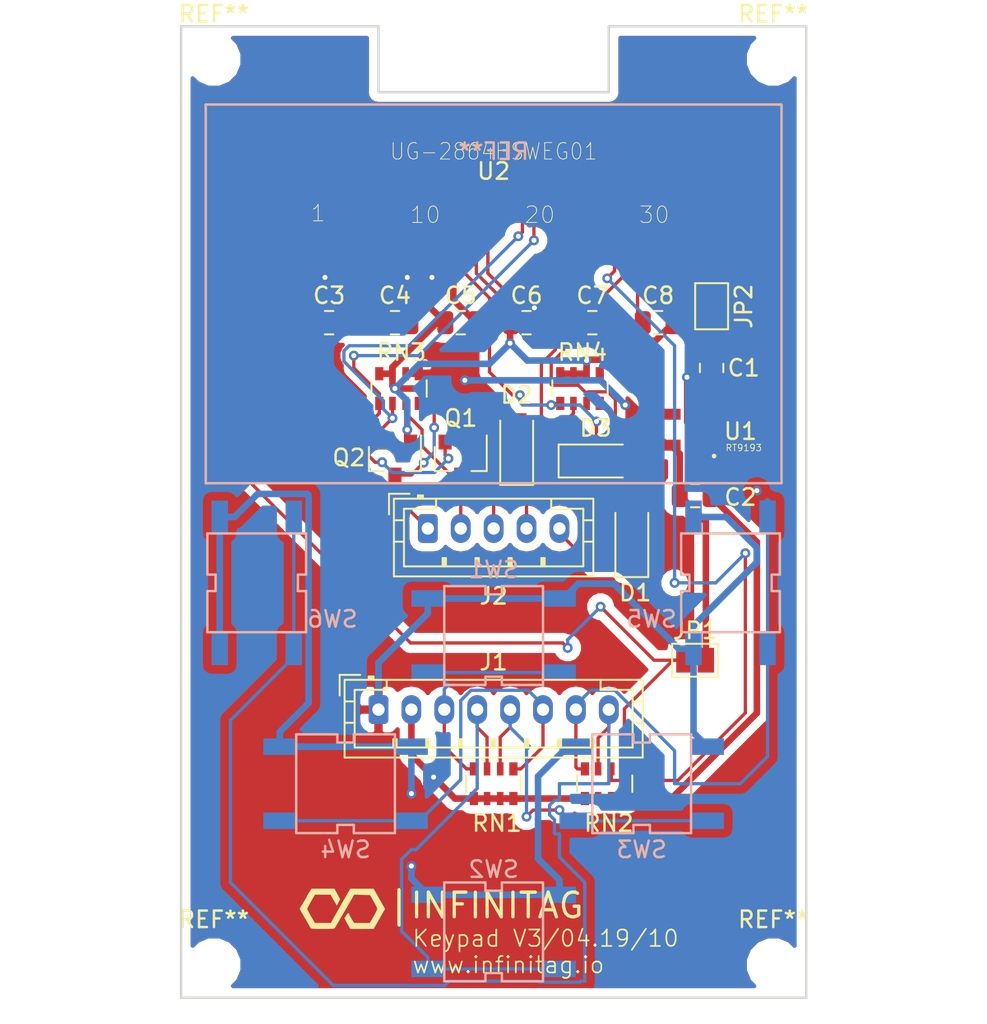
<source format=kicad_pcb>
(kicad_pcb (version 20171130) (host pcbnew "(5.0.2)-1")

  (general
    (thickness 1.6)
    (drawings 10)
    (tracks 431)
    (zones 0)
    (modules 35)
    (nets 29)
  )

  (page A4)
  (layers
    (0 F.Cu signal)
    (31 B.Cu signal)
    (32 B.Adhes user)
    (33 F.Adhes user hide)
    (34 B.Paste user)
    (35 F.Paste user hide)
    (36 B.SilkS user)
    (37 F.SilkS user)
    (38 B.Mask user)
    (39 F.Mask user)
    (40 Dwgs.User user)
    (41 Cmts.User user)
    (42 Eco1.User user)
    (43 Eco2.User user)
    (44 Edge.Cuts user)
    (45 Margin user)
    (46 B.CrtYd user)
    (47 F.CrtYd user)
    (48 B.Fab user)
    (49 F.Fab user)
  )

  (setup
    (last_trace_width 0.4)
    (user_trace_width 0.2)
    (user_trace_width 0.4)
    (user_trace_width 1)
    (trace_clearance 0.2)
    (zone_clearance 0.508)
    (zone_45_only no)
    (trace_min 0.2)
    (segment_width 0.2)
    (edge_width 0.15)
    (via_size 0.6)
    (via_drill 0.3)
    (via_min_size 0.4)
    (via_min_drill 0.3)
    (uvia_size 0.3)
    (uvia_drill 0.1)
    (uvias_allowed no)
    (uvia_min_size 0.2)
    (uvia_min_drill 0.1)
    (pcb_text_width 0.3)
    (pcb_text_size 1.5 1.5)
    (mod_edge_width 0.15)
    (mod_text_size 1 1)
    (mod_text_width 0.15)
    (pad_size 1.524 1.524)
    (pad_drill 0.762)
    (pad_to_mask_clearance 0.051)
    (solder_mask_min_width 0.25)
    (aux_axis_origin 0 0)
    (grid_origin 30 30)
    (visible_elements 7FFFFFFF)
    (pcbplotparams
      (layerselection 0x010fc_ffffffff)
      (usegerberextensions false)
      (usegerberattributes false)
      (usegerberadvancedattributes false)
      (creategerberjobfile false)
      (excludeedgelayer false)
      (linewidth 0.100000)
      (plotframeref false)
      (viasonmask false)
      (mode 1)
      (useauxorigin false)
      (hpglpennumber 1)
      (hpglpenspeed 20)
      (hpglpendiameter 15.000000)
      (psnegative false)
      (psa4output false)
      (plotreference true)
      (plotvalue true)
      (plotinvisibletext false)
      (padsonsilk false)
      (subtractmaskfromsilk false)
      (outputformat 1)
      (mirror false)
      (drillshape 0)
      (scaleselection 1)
      (outputdirectory "plots/"))
  )

  (net 0 "")
  (net 1 GND)
  (net 2 +5V)
  (net 3 +3V3)
  (net 4 "Net-(C3-Pad2)")
  (net 5 "Net-(C3-Pad1)")
  (net 6 "Net-(C4-Pad1)")
  (net 7 "Net-(C4-Pad2)")
  (net 8 "Net-(C7-Pad1)")
  (net 9 "Net-(C8-Pad1)")
  (net 10 display_cs_5V)
  (net 11 CS_3.3V)
  (net 12 RST_3.3V)
  (net 13 display_reset_5V)
  (net 14 display_dc_5V)
  (net 15 DC-SA0_3.3V)
  (net 16 key_up)
  (net 17 key_down)
  (net 18 key_left)
  (net 19 key_right)
  (net 20 key_back)
  (net 21 key_enter)
  (net 22 SCK_5V)
  (net 23 MOSI_5V)
  (net 24 display_SJ2)
  (net 25 "Net-(JP2-Pad1)")
  (net 26 D1-MOSI-SDA_3.3V)
  (net 27 D0-SCLK-SCK_3.3V)
  (net 28 Display_IREF)

  (net_class Default "Dies ist die voreingestellte Netzklasse."
    (clearance 0.2)
    (trace_width 0.2)
    (via_dia 0.6)
    (via_drill 0.3)
    (uvia_dia 0.3)
    (uvia_drill 0.1)
    (add_net +3V3)
    (add_net +5V)
    (add_net CS_3.3V)
    (add_net D0-SCLK-SCK_3.3V)
    (add_net D1-MOSI-SDA_3.3V)
    (add_net DC-SA0_3.3V)
    (add_net Display_IREF)
    (add_net GND)
    (add_net MOSI_5V)
    (add_net "Net-(C3-Pad1)")
    (add_net "Net-(C3-Pad2)")
    (add_net "Net-(C4-Pad1)")
    (add_net "Net-(C4-Pad2)")
    (add_net "Net-(C7-Pad1)")
    (add_net "Net-(C8-Pad1)")
    (add_net "Net-(JP2-Pad1)")
    (add_net RST_3.3V)
    (add_net SCK_5V)
    (add_net display_SJ2)
    (add_net display_cs_5V)
    (add_net display_dc_5V)
    (add_net display_reset_5V)
    (add_net key_back)
    (add_net key_down)
    (add_net key_enter)
    (add_net key_left)
    (add_net key_right)
    (add_net key_up)
  )

  (net_class 0.4mm ""
    (clearance 0.2)
    (trace_width 0.4)
    (via_dia 0.6)
    (via_drill 0.3)
    (uvia_dia 0.3)
    (uvia_drill 0.1)
  )

  (net_class 1mm ""
    (clearance 0.2)
    (trace_width 1)
    (via_dia 0.9)
    (via_drill 0.6)
    (uvia_dia 0.3)
    (uvia_drill 0.1)
  )

  (module Infinitag:Infinitag_Keypad_Button (layer B.Cu) (tedit 5CF24C80) (tstamp 5CE75874)
    (at 34.6 63.8 90)
    (path /5CA23DB0)
    (fp_text reference SW6 (at -2.2 4.6 180) (layer B.SilkS)
      (effects (font (size 1 1) (thickness 0.15)) (justify mirror))
    )
    (fp_text value key_enter (at 0 -6 90) (layer B.Fab)
      (effects (font (size 1 1) (thickness 0.15)) (justify mirror))
    )
    (fp_line (start 0.5 -3) (end 3 -3) (layer B.SilkS) (width 0.15))
    (fp_line (start 0.5 -2.5) (end 0.5 -3) (layer B.SilkS) (width 0.15))
    (fp_line (start -0.5 -2.5) (end 0.5 -2.5) (layer B.SilkS) (width 0.15))
    (fp_line (start -0.5 -3) (end -0.5 -2.5) (layer B.SilkS) (width 0.15))
    (fp_line (start -3 -3) (end -0.5 -3) (layer B.SilkS) (width 0.15))
    (fp_line (start 0.5 3) (end 3 3) (layer B.SilkS) (width 0.15))
    (fp_line (start 0.5 2.5) (end 0.5 3) (layer B.SilkS) (width 0.15))
    (fp_line (start -0.5 2.5) (end 0.5 2.5) (layer B.SilkS) (width 0.15))
    (fp_line (start -0.5 3) (end -0.5 2.5) (layer B.SilkS) (width 0.15))
    (fp_line (start -3 3) (end -0.5 3) (layer B.SilkS) (width 0.15))
    (fp_line (start -3 -3) (end -3 3) (layer B.SilkS) (width 0.15))
    (fp_line (start 3 3) (end 3 -3) (layer B.SilkS) (width 0.15))
    (pad 2 smd rect (at 4 -2.25 90) (size 2 1) (layers B.Cu B.Paste B.Mask)
      (net 2 +5V))
    (pad 1 smd rect (at 4 2.25 90) (size 2 1) (layers B.Cu B.Paste B.Mask)
      (net 21 key_enter))
    (pad 2 smd rect (at -4 -2.25 90) (size 2 1) (layers B.Cu B.Paste B.Mask)
      (net 2 +5V))
    (pad 1 smd rect (at -4 2.25 90) (size 2 1) (layers B.Cu B.Paste B.Mask)
      (net 21 key_enter))
  )

  (module Infinitag:Bildmarke_6x6mm (layer F.Cu) (tedit 0) (tstamp 5D03E24E)
    (at 39.8 83.6)
    (fp_text reference G*** (at 0 0) (layer F.SilkS) hide
      (effects (font (size 1.524 1.524) (thickness 0.3)))
    )
    (fp_text value Bildmarke_6x6mm (at 0.75 0) (layer F.SilkS) hide
      (effects (font (size 1.524 1.524) (thickness 0.3)))
    )
    (fp_poly (pts (xy -0.307406 -0.901171) (xy -0.137486 -0.583142) (xy -0.235312 -0.392457) (xy -0.333139 -0.201773)
      (xy -0.523464 -0.532687) (xy -0.713789 -0.8636) (xy -1.662688 -0.8636) (xy -1.898144 -0.458368)
      (xy -2.001731 -0.274513) (xy -2.082084 -0.121285) (xy -2.127567 -0.021392) (xy -2.1336 0.001199)
      (xy -2.109572 0.066815) (xy -2.045222 0.196942) (xy -1.95215 0.368765) (xy -1.900554 0.459566)
      (xy -1.667508 0.8636) (xy -0.6858 0.861292) (xy -0.6096 0.712677) (xy -0.561321 0.62344)
      (xy -0.471648 0.462272) (xy -0.349707 0.245392) (xy -0.20462 -0.010979) (xy -0.045511 -0.290623)
      (xy -0.0254 -0.325865) (xy 0.4826 -1.215792) (xy 1.905 -1.216334) (xy 2.249661 -0.605187)
      (xy 2.594323 0.005961) (xy 2.249661 0.612146) (xy 1.905 1.218331) (xy 1.1938 1.218697)
      (xy 0.4826 1.219064) (xy 0.136176 0.57654) (xy 0.231441 0.41527) (xy 0.313919 0.298907)
      (xy 0.376297 0.253969) (xy 0.405629 0.288687) (xy 0.4064 0.304036) (xy 0.431318 0.371519)
      (xy 0.4958 0.494482) (xy 0.563157 0.608836) (xy 0.719914 0.8636) (xy 1.67294 0.8636)
      (xy 1.902352 0.4699) (xy 2.004844 0.285604) (xy 2.08331 0.128478) (xy 2.125842 0.023091)
      (xy 2.130122 0) (xy 2.10512 -0.076692) (xy 2.039898 -0.215102) (xy 1.946707 -0.389952)
      (xy 1.908526 -0.4572) (xy 1.688573 -0.8382) (xy 1.205889 -0.852668) (xy 0.723206 -0.867135)
      (xy 0.273458 -0.090668) (xy 0.120374 0.17346) (xy -0.02112 0.417286) (xy -0.140612 0.622893)
      (xy -0.227693 0.772366) (xy -0.266265 0.8382) (xy -0.347584 0.980394) (xy -0.414875 1.1049)
      (xy -0.442515 1.150032) (xy -0.482508 1.181382) (xy -0.551804 1.201443) (xy -0.667353 1.212707)
      (xy -0.846105 1.217669) (xy -1.10501 1.218821) (xy -1.189255 1.218803) (xy -1.472228 1.21793)
      (xy -1.67048 1.214008) (xy -1.800888 1.204537) (xy -1.88033 1.187016) (xy -1.925681 1.158942)
      (xy -1.953821 1.117815) (xy -1.960484 1.104503) (xy -2.008104 1.015244) (xy -2.09416 0.861596)
      (xy -2.205553 0.666727) (xy -2.305233 0.494791) (xy -2.594498 -0.001018) (xy -2.364049 -0.380645)
      (xy -2.260666 -0.553878) (xy -2.181285 -0.69246) (xy -2.138055 -0.774938) (xy -2.1336 -0.787625)
      (xy -2.107925 -0.84249) (xy -2.042723 -0.950854) (xy -1.99985 -1.01709) (xy -1.866099 -1.2192)
      (xy -1.171713 -1.2192) (xy -0.477326 -1.219201) (xy -0.307406 -0.901171)) (layer F.SilkS) (width 0.01))
  )

  (module Capacitor_SMD:C_0805_2012Metric (layer F.Cu) (tedit 5B36C52B) (tstamp 5CE75605)
    (at 62.25 50.75 90)
    (descr "Capacitor SMD 0805 (2012 Metric), square (rectangular) end terminal, IPC_7351 nominal, (Body size source: https://docs.google.com/spreadsheets/d/1BsfQQcO9C6DZCsRaXUlFlo91Tg2WpOkGARC1WS5S8t0/edit?usp=sharing), generated with kicad-footprint-generator")
    (tags capacitor)
    (path /5C98B05A)
    (attr smd)
    (fp_text reference C1 (at 0 1.95 180) (layer F.SilkS)
      (effects (font (size 1 1) (thickness 0.15)))
    )
    (fp_text value 10uF (at 0 1.65 90) (layer F.Fab)
      (effects (font (size 1 1) (thickness 0.15)))
    )
    (fp_text user %R (at 0 0 90) (layer F.Fab)
      (effects (font (size 0.5 0.5) (thickness 0.08)))
    )
    (fp_line (start 1.68 0.95) (end -1.68 0.95) (layer F.CrtYd) (width 0.05))
    (fp_line (start 1.68 -0.95) (end 1.68 0.95) (layer F.CrtYd) (width 0.05))
    (fp_line (start -1.68 -0.95) (end 1.68 -0.95) (layer F.CrtYd) (width 0.05))
    (fp_line (start -1.68 0.95) (end -1.68 -0.95) (layer F.CrtYd) (width 0.05))
    (fp_line (start -0.258578 0.71) (end 0.258578 0.71) (layer F.SilkS) (width 0.12))
    (fp_line (start -0.258578 -0.71) (end 0.258578 -0.71) (layer F.SilkS) (width 0.12))
    (fp_line (start 1 0.6) (end -1 0.6) (layer F.Fab) (width 0.1))
    (fp_line (start 1 -0.6) (end 1 0.6) (layer F.Fab) (width 0.1))
    (fp_line (start -1 -0.6) (end 1 -0.6) (layer F.Fab) (width 0.1))
    (fp_line (start -1 0.6) (end -1 -0.6) (layer F.Fab) (width 0.1))
    (pad 2 smd roundrect (at 0.9375 0 90) (size 0.975 1.4) (layers F.Cu F.Paste F.Mask) (roundrect_rratio 0.25)
      (net 1 GND))
    (pad 1 smd roundrect (at -0.9375 0 90) (size 0.975 1.4) (layers F.Cu F.Paste F.Mask) (roundrect_rratio 0.25)
      (net 2 +5V))
    (model ${KISYS3DMOD}/Capacitor_SMD.3dshapes/C_0805_2012Metric.wrl
      (at (xyz 0 0 0))
      (scale (xyz 1 1 1))
      (rotate (xyz 0 0 0))
    )
  )

  (module Capacitor_SMD:C_0805_2012Metric (layer F.Cu) (tedit 5B36C52B) (tstamp 5CE75616)
    (at 61.25 58.5)
    (descr "Capacitor SMD 0805 (2012 Metric), square (rectangular) end terminal, IPC_7351 nominal, (Body size source: https://docs.google.com/spreadsheets/d/1BsfQQcO9C6DZCsRaXUlFlo91Tg2WpOkGARC1WS5S8t0/edit?usp=sharing), generated with kicad-footprint-generator")
    (tags capacitor)
    (path /5C98D24A)
    (attr smd)
    (fp_text reference C2 (at 2.75 0.1) (layer F.SilkS)
      (effects (font (size 1 1) (thickness 0.15)))
    )
    (fp_text value 10uF (at 0 1.65) (layer F.Fab)
      (effects (font (size 1 1) (thickness 0.15)))
    )
    (fp_text user %R (at 0 0) (layer F.Fab)
      (effects (font (size 0.5 0.5) (thickness 0.08)))
    )
    (fp_line (start 1.68 0.95) (end -1.68 0.95) (layer F.CrtYd) (width 0.05))
    (fp_line (start 1.68 -0.95) (end 1.68 0.95) (layer F.CrtYd) (width 0.05))
    (fp_line (start -1.68 -0.95) (end 1.68 -0.95) (layer F.CrtYd) (width 0.05))
    (fp_line (start -1.68 0.95) (end -1.68 -0.95) (layer F.CrtYd) (width 0.05))
    (fp_line (start -0.258578 0.71) (end 0.258578 0.71) (layer F.SilkS) (width 0.12))
    (fp_line (start -0.258578 -0.71) (end 0.258578 -0.71) (layer F.SilkS) (width 0.12))
    (fp_line (start 1 0.6) (end -1 0.6) (layer F.Fab) (width 0.1))
    (fp_line (start 1 -0.6) (end 1 0.6) (layer F.Fab) (width 0.1))
    (fp_line (start -1 -0.6) (end 1 -0.6) (layer F.Fab) (width 0.1))
    (fp_line (start -1 0.6) (end -1 -0.6) (layer F.Fab) (width 0.1))
    (pad 2 smd roundrect (at 0.9375 0) (size 0.975 1.4) (layers F.Cu F.Paste F.Mask) (roundrect_rratio 0.25)
      (net 1 GND))
    (pad 1 smd roundrect (at -0.9375 0) (size 0.975 1.4) (layers F.Cu F.Paste F.Mask) (roundrect_rratio 0.25)
      (net 3 +3V3))
    (model ${KISYS3DMOD}/Capacitor_SMD.3dshapes/C_0805_2012Metric.wrl
      (at (xyz 0 0 0))
      (scale (xyz 1 1 1))
      (rotate (xyz 0 0 0))
    )
  )

  (module Capacitor_SMD:C_0805_2012Metric (layer F.Cu) (tedit 5B36C52B) (tstamp 5CE75627)
    (at 39 48)
    (descr "Capacitor SMD 0805 (2012 Metric), square (rectangular) end terminal, IPC_7351 nominal, (Body size source: https://docs.google.com/spreadsheets/d/1BsfQQcO9C6DZCsRaXUlFlo91Tg2WpOkGARC1WS5S8t0/edit?usp=sharing), generated with kicad-footprint-generator")
    (tags capacitor)
    (path /5C97898E)
    (attr smd)
    (fp_text reference C3 (at 0 -1.65) (layer F.SilkS)
      (effects (font (size 1 1) (thickness 0.15)))
    )
    (fp_text value 2.2uF (at 0 1.65) (layer F.Fab)
      (effects (font (size 1 1) (thickness 0.15)))
    )
    (fp_text user %R (at 0 0) (layer F.Fab)
      (effects (font (size 0.5 0.5) (thickness 0.08)))
    )
    (fp_line (start 1.68 0.95) (end -1.68 0.95) (layer F.CrtYd) (width 0.05))
    (fp_line (start 1.68 -0.95) (end 1.68 0.95) (layer F.CrtYd) (width 0.05))
    (fp_line (start -1.68 -0.95) (end 1.68 -0.95) (layer F.CrtYd) (width 0.05))
    (fp_line (start -1.68 0.95) (end -1.68 -0.95) (layer F.CrtYd) (width 0.05))
    (fp_line (start -0.258578 0.71) (end 0.258578 0.71) (layer F.SilkS) (width 0.12))
    (fp_line (start -0.258578 -0.71) (end 0.258578 -0.71) (layer F.SilkS) (width 0.12))
    (fp_line (start 1 0.6) (end -1 0.6) (layer F.Fab) (width 0.1))
    (fp_line (start 1 -0.6) (end 1 0.6) (layer F.Fab) (width 0.1))
    (fp_line (start -1 -0.6) (end 1 -0.6) (layer F.Fab) (width 0.1))
    (fp_line (start -1 0.6) (end -1 -0.6) (layer F.Fab) (width 0.1))
    (pad 2 smd roundrect (at 0.9375 0) (size 0.975 1.4) (layers F.Cu F.Paste F.Mask) (roundrect_rratio 0.25)
      (net 4 "Net-(C3-Pad2)"))
    (pad 1 smd roundrect (at -0.9375 0) (size 0.975 1.4) (layers F.Cu F.Paste F.Mask) (roundrect_rratio 0.25)
      (net 5 "Net-(C3-Pad1)"))
    (model ${KISYS3DMOD}/Capacitor_SMD.3dshapes/C_0805_2012Metric.wrl
      (at (xyz 0 0 0))
      (scale (xyz 1 1 1))
      (rotate (xyz 0 0 0))
    )
  )

  (module Capacitor_SMD:C_0805_2012Metric (layer F.Cu) (tedit 5B36C52B) (tstamp 5CE75638)
    (at 43 48)
    (descr "Capacitor SMD 0805 (2012 Metric), square (rectangular) end terminal, IPC_7351 nominal, (Body size source: https://docs.google.com/spreadsheets/d/1BsfQQcO9C6DZCsRaXUlFlo91Tg2WpOkGARC1WS5S8t0/edit?usp=sharing), generated with kicad-footprint-generator")
    (tags capacitor)
    (path /5C978BFA)
    (attr smd)
    (fp_text reference C4 (at 0 -1.65) (layer F.SilkS)
      (effects (font (size 1 1) (thickness 0.15)))
    )
    (fp_text value 2.2uF (at 0 1.65) (layer F.Fab)
      (effects (font (size 1 1) (thickness 0.15)))
    )
    (fp_text user %R (at 0 0) (layer F.Fab)
      (effects (font (size 0.5 0.5) (thickness 0.08)))
    )
    (fp_line (start 1.68 0.95) (end -1.68 0.95) (layer F.CrtYd) (width 0.05))
    (fp_line (start 1.68 -0.95) (end 1.68 0.95) (layer F.CrtYd) (width 0.05))
    (fp_line (start -1.68 -0.95) (end 1.68 -0.95) (layer F.CrtYd) (width 0.05))
    (fp_line (start -1.68 0.95) (end -1.68 -0.95) (layer F.CrtYd) (width 0.05))
    (fp_line (start -0.258578 0.71) (end 0.258578 0.71) (layer F.SilkS) (width 0.12))
    (fp_line (start -0.258578 -0.71) (end 0.258578 -0.71) (layer F.SilkS) (width 0.12))
    (fp_line (start 1 0.6) (end -1 0.6) (layer F.Fab) (width 0.1))
    (fp_line (start 1 -0.6) (end 1 0.6) (layer F.Fab) (width 0.1))
    (fp_line (start -1 -0.6) (end 1 -0.6) (layer F.Fab) (width 0.1))
    (fp_line (start -1 0.6) (end -1 -0.6) (layer F.Fab) (width 0.1))
    (pad 2 smd roundrect (at 0.9375 0) (size 0.975 1.4) (layers F.Cu F.Paste F.Mask) (roundrect_rratio 0.25)
      (net 7 "Net-(C4-Pad2)"))
    (pad 1 smd roundrect (at -0.9375 0) (size 0.975 1.4) (layers F.Cu F.Paste F.Mask) (roundrect_rratio 0.25)
      (net 6 "Net-(C4-Pad1)"))
    (model ${KISYS3DMOD}/Capacitor_SMD.3dshapes/C_0805_2012Metric.wrl
      (at (xyz 0 0 0))
      (scale (xyz 1 1 1))
      (rotate (xyz 0 0 0))
    )
  )

  (module Capacitor_SMD:C_0805_2012Metric (layer F.Cu) (tedit 5B36C52B) (tstamp 5CE75649)
    (at 47 48)
    (descr "Capacitor SMD 0805 (2012 Metric), square (rectangular) end terminal, IPC_7351 nominal, (Body size source: https://docs.google.com/spreadsheets/d/1BsfQQcO9C6DZCsRaXUlFlo91Tg2WpOkGARC1WS5S8t0/edit?usp=sharing), generated with kicad-footprint-generator")
    (tags capacitor)
    (path /5C978CC8)
    (attr smd)
    (fp_text reference C5 (at 0 -1.65) (layer F.SilkS)
      (effects (font (size 1 1) (thickness 0.15)))
    )
    (fp_text value 2.2uF (at 0 1.65) (layer F.Fab)
      (effects (font (size 1 1) (thickness 0.15)))
    )
    (fp_text user %R (at 0 0) (layer F.Fab)
      (effects (font (size 0.5 0.5) (thickness 0.08)))
    )
    (fp_line (start 1.68 0.95) (end -1.68 0.95) (layer F.CrtYd) (width 0.05))
    (fp_line (start 1.68 -0.95) (end 1.68 0.95) (layer F.CrtYd) (width 0.05))
    (fp_line (start -1.68 -0.95) (end 1.68 -0.95) (layer F.CrtYd) (width 0.05))
    (fp_line (start -1.68 0.95) (end -1.68 -0.95) (layer F.CrtYd) (width 0.05))
    (fp_line (start -0.258578 0.71) (end 0.258578 0.71) (layer F.SilkS) (width 0.12))
    (fp_line (start -0.258578 -0.71) (end 0.258578 -0.71) (layer F.SilkS) (width 0.12))
    (fp_line (start 1 0.6) (end -1 0.6) (layer F.Fab) (width 0.1))
    (fp_line (start 1 -0.6) (end 1 0.6) (layer F.Fab) (width 0.1))
    (fp_line (start -1 -0.6) (end 1 -0.6) (layer F.Fab) (width 0.1))
    (fp_line (start -1 0.6) (end -1 -0.6) (layer F.Fab) (width 0.1))
    (pad 2 smd roundrect (at 0.9375 0) (size 0.975 1.4) (layers F.Cu F.Paste F.Mask) (roundrect_rratio 0.25)
      (net 1 GND))
    (pad 1 smd roundrect (at -0.9375 0) (size 0.975 1.4) (layers F.Cu F.Paste F.Mask) (roundrect_rratio 0.25)
      (net 3 +3V3))
    (model ${KISYS3DMOD}/Capacitor_SMD.3dshapes/C_0805_2012Metric.wrl
      (at (xyz 0 0 0))
      (scale (xyz 1 1 1))
      (rotate (xyz 0 0 0))
    )
  )

  (module Capacitor_SMD:C_0805_2012Metric (layer F.Cu) (tedit 5B36C52B) (tstamp 5CE7565A)
    (at 51 48)
    (descr "Capacitor SMD 0805 (2012 Metric), square (rectangular) end terminal, IPC_7351 nominal, (Body size source: https://docs.google.com/spreadsheets/d/1BsfQQcO9C6DZCsRaXUlFlo91Tg2WpOkGARC1WS5S8t0/edit?usp=sharing), generated with kicad-footprint-generator")
    (tags capacitor)
    (path /5C978D18)
    (attr smd)
    (fp_text reference C6 (at 0 -1.65) (layer F.SilkS)
      (effects (font (size 1 1) (thickness 0.15)))
    )
    (fp_text value 2.2uF (at 0 1.65) (layer F.Fab)
      (effects (font (size 1 1) (thickness 0.15)))
    )
    (fp_text user %R (at 0 0) (layer F.Fab)
      (effects (font (size 0.5 0.5) (thickness 0.08)))
    )
    (fp_line (start 1.68 0.95) (end -1.68 0.95) (layer F.CrtYd) (width 0.05))
    (fp_line (start 1.68 -0.95) (end 1.68 0.95) (layer F.CrtYd) (width 0.05))
    (fp_line (start -1.68 -0.95) (end 1.68 -0.95) (layer F.CrtYd) (width 0.05))
    (fp_line (start -1.68 0.95) (end -1.68 -0.95) (layer F.CrtYd) (width 0.05))
    (fp_line (start -0.258578 0.71) (end 0.258578 0.71) (layer F.SilkS) (width 0.12))
    (fp_line (start -0.258578 -0.71) (end 0.258578 -0.71) (layer F.SilkS) (width 0.12))
    (fp_line (start 1 0.6) (end -1 0.6) (layer F.Fab) (width 0.1))
    (fp_line (start 1 -0.6) (end 1 0.6) (layer F.Fab) (width 0.1))
    (fp_line (start -1 -0.6) (end 1 -0.6) (layer F.Fab) (width 0.1))
    (fp_line (start -1 0.6) (end -1 -0.6) (layer F.Fab) (width 0.1))
    (pad 2 smd roundrect (at 0.9375 0) (size 0.975 1.4) (layers F.Cu F.Paste F.Mask) (roundrect_rratio 0.25)
      (net 1 GND))
    (pad 1 smd roundrect (at -0.9375 0) (size 0.975 1.4) (layers F.Cu F.Paste F.Mask) (roundrect_rratio 0.25)
      (net 3 +3V3))
    (model ${KISYS3DMOD}/Capacitor_SMD.3dshapes/C_0805_2012Metric.wrl
      (at (xyz 0 0 0))
      (scale (xyz 1 1 1))
      (rotate (xyz 0 0 0))
    )
  )

  (module Capacitor_SMD:C_0805_2012Metric (layer F.Cu) (tedit 5B36C52B) (tstamp 5CE7566B)
    (at 55 48)
    (descr "Capacitor SMD 0805 (2012 Metric), square (rectangular) end terminal, IPC_7351 nominal, (Body size source: https://docs.google.com/spreadsheets/d/1BsfQQcO9C6DZCsRaXUlFlo91Tg2WpOkGARC1WS5S8t0/edit?usp=sharing), generated with kicad-footprint-generator")
    (tags capacitor)
    (path /5C97ACC6)
    (attr smd)
    (fp_text reference C7 (at 0 -1.65) (layer F.SilkS)
      (effects (font (size 1 1) (thickness 0.15)))
    )
    (fp_text value 2.2uF (at 0 1.65) (layer F.Fab)
      (effects (font (size 1 1) (thickness 0.15)))
    )
    (fp_text user %R (at 0 0) (layer F.Fab)
      (effects (font (size 0.5 0.5) (thickness 0.08)))
    )
    (fp_line (start 1.68 0.95) (end -1.68 0.95) (layer F.CrtYd) (width 0.05))
    (fp_line (start 1.68 -0.95) (end 1.68 0.95) (layer F.CrtYd) (width 0.05))
    (fp_line (start -1.68 -0.95) (end 1.68 -0.95) (layer F.CrtYd) (width 0.05))
    (fp_line (start -1.68 0.95) (end -1.68 -0.95) (layer F.CrtYd) (width 0.05))
    (fp_line (start -0.258578 0.71) (end 0.258578 0.71) (layer F.SilkS) (width 0.12))
    (fp_line (start -0.258578 -0.71) (end 0.258578 -0.71) (layer F.SilkS) (width 0.12))
    (fp_line (start 1 0.6) (end -1 0.6) (layer F.Fab) (width 0.1))
    (fp_line (start 1 -0.6) (end 1 0.6) (layer F.Fab) (width 0.1))
    (fp_line (start -1 -0.6) (end 1 -0.6) (layer F.Fab) (width 0.1))
    (fp_line (start -1 0.6) (end -1 -0.6) (layer F.Fab) (width 0.1))
    (pad 2 smd roundrect (at 0.9375 0) (size 0.975 1.4) (layers F.Cu F.Paste F.Mask) (roundrect_rratio 0.25)
      (net 1 GND))
    (pad 1 smd roundrect (at -0.9375 0) (size 0.975 1.4) (layers F.Cu F.Paste F.Mask) (roundrect_rratio 0.25)
      (net 8 "Net-(C7-Pad1)"))
    (model ${KISYS3DMOD}/Capacitor_SMD.3dshapes/C_0805_2012Metric.wrl
      (at (xyz 0 0 0))
      (scale (xyz 1 1 1))
      (rotate (xyz 0 0 0))
    )
  )

  (module Capacitor_SMD:C_0805_2012Metric (layer F.Cu) (tedit 5B36C52B) (tstamp 5CE7567C)
    (at 59 48)
    (descr "Capacitor SMD 0805 (2012 Metric), square (rectangular) end terminal, IPC_7351 nominal, (Body size source: https://docs.google.com/spreadsheets/d/1BsfQQcO9C6DZCsRaXUlFlo91Tg2WpOkGARC1WS5S8t0/edit?usp=sharing), generated with kicad-footprint-generator")
    (tags capacitor)
    (path /5C97AD36)
    (attr smd)
    (fp_text reference C8 (at 0 -1.65) (layer F.SilkS)
      (effects (font (size 1 1) (thickness 0.15)))
    )
    (fp_text value 10uF (at 0 1.65) (layer F.Fab)
      (effects (font (size 1 1) (thickness 0.15)))
    )
    (fp_text user %R (at 0 0) (layer F.Fab)
      (effects (font (size 0.5 0.5) (thickness 0.08)))
    )
    (fp_line (start 1.68 0.95) (end -1.68 0.95) (layer F.CrtYd) (width 0.05))
    (fp_line (start 1.68 -0.95) (end 1.68 0.95) (layer F.CrtYd) (width 0.05))
    (fp_line (start -1.68 -0.95) (end 1.68 -0.95) (layer F.CrtYd) (width 0.05))
    (fp_line (start -1.68 0.95) (end -1.68 -0.95) (layer F.CrtYd) (width 0.05))
    (fp_line (start -0.258578 0.71) (end 0.258578 0.71) (layer F.SilkS) (width 0.12))
    (fp_line (start -0.258578 -0.71) (end 0.258578 -0.71) (layer F.SilkS) (width 0.12))
    (fp_line (start 1 0.6) (end -1 0.6) (layer F.Fab) (width 0.1))
    (fp_line (start 1 -0.6) (end 1 0.6) (layer F.Fab) (width 0.1))
    (fp_line (start -1 -0.6) (end 1 -0.6) (layer F.Fab) (width 0.1))
    (fp_line (start -1 0.6) (end -1 -0.6) (layer F.Fab) (width 0.1))
    (pad 2 smd roundrect (at 0.9375 0) (size 0.975 1.4) (layers F.Cu F.Paste F.Mask) (roundrect_rratio 0.25)
      (net 1 GND))
    (pad 1 smd roundrect (at -0.9375 0) (size 0.975 1.4) (layers F.Cu F.Paste F.Mask) (roundrect_rratio 0.25)
      (net 9 "Net-(C8-Pad1)"))
    (model ${KISYS3DMOD}/Capacitor_SMD.3dshapes/C_0805_2012Metric.wrl
      (at (xyz 0 0 0))
      (scale (xyz 1 1 1))
      (rotate (xyz 0 0 0))
    )
  )

  (module Connector_JST:JST_PH_B8B-PH-K_1x08_P2.00mm_Vertical (layer F.Cu) (tedit 5B7745C2) (tstamp 5CE75721)
    (at 42 71.5)
    (descr "JST PH series connector, B8B-PH-K (http://www.jst-mfg.com/product/pdf/eng/ePH.pdf), generated with kicad-footprint-generator")
    (tags "connector JST PH side entry")
    (path /5CA0DF03)
    (fp_text reference J1 (at 7 -2.9) (layer F.SilkS)
      (effects (font (size 1 1) (thickness 0.15)))
    )
    (fp_text value JST_PH_Keypad (at 7 4) (layer F.Fab)
      (effects (font (size 1 1) (thickness 0.15)) (justify mirror))
    )
    (fp_text user %R (at 7 1.5) (layer F.Fab)
      (effects (font (size 1 1) (thickness 0.15)))
    )
    (fp_line (start 16.45 -2.2) (end -2.45 -2.2) (layer F.CrtYd) (width 0.05))
    (fp_line (start 16.45 3.3) (end 16.45 -2.2) (layer F.CrtYd) (width 0.05))
    (fp_line (start -2.45 3.3) (end 16.45 3.3) (layer F.CrtYd) (width 0.05))
    (fp_line (start -2.45 -2.2) (end -2.45 3.3) (layer F.CrtYd) (width 0.05))
    (fp_line (start 15.95 -1.7) (end -1.95 -1.7) (layer F.Fab) (width 0.1))
    (fp_line (start 15.95 2.8) (end 15.95 -1.7) (layer F.Fab) (width 0.1))
    (fp_line (start -1.95 2.8) (end 15.95 2.8) (layer F.Fab) (width 0.1))
    (fp_line (start -1.95 -1.7) (end -1.95 2.8) (layer F.Fab) (width 0.1))
    (fp_line (start -2.36 -2.11) (end -2.36 -0.86) (layer F.Fab) (width 0.1))
    (fp_line (start -1.11 -2.11) (end -2.36 -2.11) (layer F.Fab) (width 0.1))
    (fp_line (start -2.36 -2.11) (end -2.36 -0.86) (layer F.SilkS) (width 0.12))
    (fp_line (start -1.11 -2.11) (end -2.36 -2.11) (layer F.SilkS) (width 0.12))
    (fp_line (start 13 2.3) (end 13 1.8) (layer F.SilkS) (width 0.12))
    (fp_line (start 13.1 1.8) (end 13.1 2.3) (layer F.SilkS) (width 0.12))
    (fp_line (start 12.9 1.8) (end 13.1 1.8) (layer F.SilkS) (width 0.12))
    (fp_line (start 12.9 2.3) (end 12.9 1.8) (layer F.SilkS) (width 0.12))
    (fp_line (start 11 2.3) (end 11 1.8) (layer F.SilkS) (width 0.12))
    (fp_line (start 11.1 1.8) (end 11.1 2.3) (layer F.SilkS) (width 0.12))
    (fp_line (start 10.9 1.8) (end 11.1 1.8) (layer F.SilkS) (width 0.12))
    (fp_line (start 10.9 2.3) (end 10.9 1.8) (layer F.SilkS) (width 0.12))
    (fp_line (start 9 2.3) (end 9 1.8) (layer F.SilkS) (width 0.12))
    (fp_line (start 9.1 1.8) (end 9.1 2.3) (layer F.SilkS) (width 0.12))
    (fp_line (start 8.9 1.8) (end 9.1 1.8) (layer F.SilkS) (width 0.12))
    (fp_line (start 8.9 2.3) (end 8.9 1.8) (layer F.SilkS) (width 0.12))
    (fp_line (start 7 2.3) (end 7 1.8) (layer F.SilkS) (width 0.12))
    (fp_line (start 7.1 1.8) (end 7.1 2.3) (layer F.SilkS) (width 0.12))
    (fp_line (start 6.9 1.8) (end 7.1 1.8) (layer F.SilkS) (width 0.12))
    (fp_line (start 6.9 2.3) (end 6.9 1.8) (layer F.SilkS) (width 0.12))
    (fp_line (start 5 2.3) (end 5 1.8) (layer F.SilkS) (width 0.12))
    (fp_line (start 5.1 1.8) (end 5.1 2.3) (layer F.SilkS) (width 0.12))
    (fp_line (start 4.9 1.8) (end 5.1 1.8) (layer F.SilkS) (width 0.12))
    (fp_line (start 4.9 2.3) (end 4.9 1.8) (layer F.SilkS) (width 0.12))
    (fp_line (start 3 2.3) (end 3 1.8) (layer F.SilkS) (width 0.12))
    (fp_line (start 3.1 1.8) (end 3.1 2.3) (layer F.SilkS) (width 0.12))
    (fp_line (start 2.9 1.8) (end 3.1 1.8) (layer F.SilkS) (width 0.12))
    (fp_line (start 2.9 2.3) (end 2.9 1.8) (layer F.SilkS) (width 0.12))
    (fp_line (start 1 2.3) (end 1 1.8) (layer F.SilkS) (width 0.12))
    (fp_line (start 1.1 1.8) (end 1.1 2.3) (layer F.SilkS) (width 0.12))
    (fp_line (start 0.9 1.8) (end 1.1 1.8) (layer F.SilkS) (width 0.12))
    (fp_line (start 0.9 2.3) (end 0.9 1.8) (layer F.SilkS) (width 0.12))
    (fp_line (start 16.06 0.8) (end 15.45 0.8) (layer F.SilkS) (width 0.12))
    (fp_line (start 16.06 -0.5) (end 15.45 -0.5) (layer F.SilkS) (width 0.12))
    (fp_line (start -2.06 0.8) (end -1.45 0.8) (layer F.SilkS) (width 0.12))
    (fp_line (start -2.06 -0.5) (end -1.45 -0.5) (layer F.SilkS) (width 0.12))
    (fp_line (start 13.5 -1.2) (end 13.5 -1.81) (layer F.SilkS) (width 0.12))
    (fp_line (start 15.45 -1.2) (end 13.5 -1.2) (layer F.SilkS) (width 0.12))
    (fp_line (start 15.45 2.3) (end 15.45 -1.2) (layer F.SilkS) (width 0.12))
    (fp_line (start -1.45 2.3) (end 15.45 2.3) (layer F.SilkS) (width 0.12))
    (fp_line (start -1.45 -1.2) (end -1.45 2.3) (layer F.SilkS) (width 0.12))
    (fp_line (start 0.5 -1.2) (end -1.45 -1.2) (layer F.SilkS) (width 0.12))
    (fp_line (start 0.5 -1.81) (end 0.5 -1.2) (layer F.SilkS) (width 0.12))
    (fp_line (start -0.3 -1.91) (end -0.6 -1.91) (layer F.SilkS) (width 0.12))
    (fp_line (start -0.6 -2.01) (end -0.6 -1.81) (layer F.SilkS) (width 0.12))
    (fp_line (start -0.3 -2.01) (end -0.6 -2.01) (layer F.SilkS) (width 0.12))
    (fp_line (start -0.3 -1.81) (end -0.3 -2.01) (layer F.SilkS) (width 0.12))
    (fp_line (start 16.06 -1.81) (end -2.06 -1.81) (layer F.SilkS) (width 0.12))
    (fp_line (start 16.06 2.91) (end 16.06 -1.81) (layer F.SilkS) (width 0.12))
    (fp_line (start -2.06 2.91) (end 16.06 2.91) (layer F.SilkS) (width 0.12))
    (fp_line (start -2.06 -1.81) (end -2.06 2.91) (layer F.SilkS) (width 0.12))
    (pad 8 thru_hole oval (at 14 0) (size 1.2 1.75) (drill 0.75) (layers *.Cu *.Mask)
      (net 21 key_enter))
    (pad 7 thru_hole oval (at 12 0) (size 1.2 1.75) (drill 0.75) (layers *.Cu *.Mask)
      (net 20 key_back))
    (pad 6 thru_hole oval (at 10 0) (size 1.2 1.75) (drill 0.75) (layers *.Cu *.Mask)
      (net 19 key_right))
    (pad 5 thru_hole oval (at 8 0) (size 1.2 1.75) (drill 0.75) (layers *.Cu *.Mask)
      (net 18 key_left))
    (pad 4 thru_hole oval (at 6 0) (size 1.2 1.75) (drill 0.75) (layers *.Cu *.Mask)
      (net 17 key_down))
    (pad 3 thru_hole oval (at 4 0) (size 1.2 1.75) (drill 0.75) (layers *.Cu *.Mask)
      (net 16 key_up))
    (pad 2 thru_hole oval (at 2 0) (size 1.2 1.75) (drill 0.75) (layers *.Cu *.Mask)
      (net 1 GND))
    (pad 1 thru_hole roundrect (at 0 0) (size 1.2 1.75) (drill 0.75) (layers *.Cu *.Mask) (roundrect_rratio 0.208333)
      (net 2 +5V))
    (model ${KISYS3DMOD}/Connector_JST.3dshapes/JST_PH_B8B-PH-K_1x08_P2.00mm_Vertical.wrl
      (at (xyz 0 0 0))
      (scale (xyz 1 1 1))
      (rotate (xyz 0 0 0))
    )
  )

  (module Connector_JST:JST_PH_B5B-PH-K_1x05_P2.00mm_Vertical (layer F.Cu) (tedit 5B7745C2) (tstamp 5CE7575A)
    (at 45 60.5)
    (descr "JST PH series connector, B5B-PH-K (http://www.jst-mfg.com/product/pdf/eng/ePH.pdf), generated with kicad-footprint-generator")
    (tags "connector JST PH side entry")
    (path /5CA0DFF9)
    (fp_text reference J2 (at 4 4.1 180) (layer F.SilkS)
      (effects (font (size 1 1) (thickness 0.15)))
    )
    (fp_text value JST_PH_Display (at 4 4) (layer F.Fab)
      (effects (font (size 1 1) (thickness 0.15)))
    )
    (fp_text user %R (at 4 1.5) (layer F.Fab)
      (effects (font (size 1 1) (thickness 0.15)))
    )
    (fp_line (start 10.45 -2.2) (end -2.45 -2.2) (layer F.CrtYd) (width 0.05))
    (fp_line (start 10.45 3.3) (end 10.45 -2.2) (layer F.CrtYd) (width 0.05))
    (fp_line (start -2.45 3.3) (end 10.45 3.3) (layer F.CrtYd) (width 0.05))
    (fp_line (start -2.45 -2.2) (end -2.45 3.3) (layer F.CrtYd) (width 0.05))
    (fp_line (start 9.95 -1.7) (end -1.95 -1.7) (layer F.Fab) (width 0.1))
    (fp_line (start 9.95 2.8) (end 9.95 -1.7) (layer F.Fab) (width 0.1))
    (fp_line (start -1.95 2.8) (end 9.95 2.8) (layer F.Fab) (width 0.1))
    (fp_line (start -1.95 -1.7) (end -1.95 2.8) (layer F.Fab) (width 0.1))
    (fp_line (start -2.36 -2.11) (end -2.36 -0.86) (layer F.Fab) (width 0.1))
    (fp_line (start -1.11 -2.11) (end -2.36 -2.11) (layer F.Fab) (width 0.1))
    (fp_line (start -2.36 -2.11) (end -2.36 -0.86) (layer F.SilkS) (width 0.12))
    (fp_line (start -1.11 -2.11) (end -2.36 -2.11) (layer F.SilkS) (width 0.12))
    (fp_line (start 7 2.3) (end 7 1.8) (layer F.SilkS) (width 0.12))
    (fp_line (start 7.1 1.8) (end 7.1 2.3) (layer F.SilkS) (width 0.12))
    (fp_line (start 6.9 1.8) (end 7.1 1.8) (layer F.SilkS) (width 0.12))
    (fp_line (start 6.9 2.3) (end 6.9 1.8) (layer F.SilkS) (width 0.12))
    (fp_line (start 5 2.3) (end 5 1.8) (layer F.SilkS) (width 0.12))
    (fp_line (start 5.1 1.8) (end 5.1 2.3) (layer F.SilkS) (width 0.12))
    (fp_line (start 4.9 1.8) (end 5.1 1.8) (layer F.SilkS) (width 0.12))
    (fp_line (start 4.9 2.3) (end 4.9 1.8) (layer F.SilkS) (width 0.12))
    (fp_line (start 3 2.3) (end 3 1.8) (layer F.SilkS) (width 0.12))
    (fp_line (start 3.1 1.8) (end 3.1 2.3) (layer F.SilkS) (width 0.12))
    (fp_line (start 2.9 1.8) (end 3.1 1.8) (layer F.SilkS) (width 0.12))
    (fp_line (start 2.9 2.3) (end 2.9 1.8) (layer F.SilkS) (width 0.12))
    (fp_line (start 1 2.3) (end 1 1.8) (layer F.SilkS) (width 0.12))
    (fp_line (start 1.1 1.8) (end 1.1 2.3) (layer F.SilkS) (width 0.12))
    (fp_line (start 0.9 1.8) (end 1.1 1.8) (layer F.SilkS) (width 0.12))
    (fp_line (start 0.9 2.3) (end 0.9 1.8) (layer F.SilkS) (width 0.12))
    (fp_line (start 10.06 0.8) (end 9.45 0.8) (layer F.SilkS) (width 0.12))
    (fp_line (start 10.06 -0.5) (end 9.45 -0.5) (layer F.SilkS) (width 0.12))
    (fp_line (start -2.06 0.8) (end -1.45 0.8) (layer F.SilkS) (width 0.12))
    (fp_line (start -2.06 -0.5) (end -1.45 -0.5) (layer F.SilkS) (width 0.12))
    (fp_line (start 7.5 -1.2) (end 7.5 -1.81) (layer F.SilkS) (width 0.12))
    (fp_line (start 9.45 -1.2) (end 7.5 -1.2) (layer F.SilkS) (width 0.12))
    (fp_line (start 9.45 2.3) (end 9.45 -1.2) (layer F.SilkS) (width 0.12))
    (fp_line (start -1.45 2.3) (end 9.45 2.3) (layer F.SilkS) (width 0.12))
    (fp_line (start -1.45 -1.2) (end -1.45 2.3) (layer F.SilkS) (width 0.12))
    (fp_line (start 0.5 -1.2) (end -1.45 -1.2) (layer F.SilkS) (width 0.12))
    (fp_line (start 0.5 -1.81) (end 0.5 -1.2) (layer F.SilkS) (width 0.12))
    (fp_line (start -0.3 -1.91) (end -0.6 -1.91) (layer F.SilkS) (width 0.12))
    (fp_line (start -0.6 -2.01) (end -0.6 -1.81) (layer F.SilkS) (width 0.12))
    (fp_line (start -0.3 -2.01) (end -0.6 -2.01) (layer F.SilkS) (width 0.12))
    (fp_line (start -0.3 -1.81) (end -0.3 -2.01) (layer F.SilkS) (width 0.12))
    (fp_line (start 10.06 -1.81) (end -2.06 -1.81) (layer F.SilkS) (width 0.12))
    (fp_line (start 10.06 2.91) (end 10.06 -1.81) (layer F.SilkS) (width 0.12))
    (fp_line (start -2.06 2.91) (end 10.06 2.91) (layer F.SilkS) (width 0.12))
    (fp_line (start -2.06 -1.81) (end -2.06 2.91) (layer F.SilkS) (width 0.12))
    (pad 5 thru_hole oval (at 8 0) (size 1.2 1.75) (drill 0.75) (layers *.Cu *.Mask)
      (net 10 display_cs_5V))
    (pad 4 thru_hole oval (at 6 0) (size 1.2 1.75) (drill 0.75) (layers *.Cu *.Mask)
      (net 14 display_dc_5V))
    (pad 3 thru_hole oval (at 4 0) (size 1.2 1.75) (drill 0.75) (layers *.Cu *.Mask)
      (net 13 display_reset_5V))
    (pad 2 thru_hole oval (at 2 0) (size 1.2 1.75) (drill 0.75) (layers *.Cu *.Mask)
      (net 23 MOSI_5V))
    (pad 1 thru_hole roundrect (at 0 0) (size 1.2 1.75) (drill 0.75) (layers *.Cu *.Mask) (roundrect_rratio 0.208333)
      (net 22 SCK_5V))
    (model ${KISYS3DMOD}/Connector_JST.3dshapes/JST_PH_B5B-PH-K_1x05_P2.00mm_Vertical.wrl
      (at (xyz 0 0 0))
      (scale (xyz 1 1 1))
      (rotate (xyz 0 0 0))
    )
  )

  (module Jumper:SolderJumper-2_P1.3mm_Open_Pad1.0x1.5mm (layer F.Cu) (tedit 5A3EABFC) (tstamp 5CE75768)
    (at 61.25 68.5)
    (descr "SMD Solder Jumper, 1x1.5mm Pads, 0.3mm gap, open")
    (tags "solder jumper open")
    (path /5C97969A)
    (attr virtual)
    (fp_text reference JP1 (at 0 -1.8) (layer F.SilkS)
      (effects (font (size 1 1) (thickness 0.15)))
    )
    (fp_text value SJ2 (at 0 1.9) (layer F.Fab)
      (effects (font (size 1 1) (thickness 0.15)))
    )
    (fp_line (start 1.65 1.25) (end -1.65 1.25) (layer F.CrtYd) (width 0.05))
    (fp_line (start 1.65 1.25) (end 1.65 -1.25) (layer F.CrtYd) (width 0.05))
    (fp_line (start -1.65 -1.25) (end -1.65 1.25) (layer F.CrtYd) (width 0.05))
    (fp_line (start -1.65 -1.25) (end 1.65 -1.25) (layer F.CrtYd) (width 0.05))
    (fp_line (start -1.4 -1) (end 1.4 -1) (layer F.SilkS) (width 0.12))
    (fp_line (start 1.4 -1) (end 1.4 1) (layer F.SilkS) (width 0.12))
    (fp_line (start 1.4 1) (end -1.4 1) (layer F.SilkS) (width 0.12))
    (fp_line (start -1.4 1) (end -1.4 -1) (layer F.SilkS) (width 0.12))
    (pad 1 smd rect (at -0.65 0) (size 1 1.5) (layers F.Cu F.Mask)
      (net 24 display_SJ2))
    (pad 2 smd rect (at 0.65 0) (size 1 1.5) (layers F.Cu F.Mask)
      (net 3 +3V3))
  )

  (module Jumper:SolderJumper-2_P1.3mm_Open_Pad1.0x1.5mm (layer F.Cu) (tedit 5A3EABFC) (tstamp 5CE75776)
    (at 62.25 47 270)
    (descr "SMD Solder Jumper, 1x1.5mm Pads, 0.3mm gap, open")
    (tags "solder jumper open")
    (path /5C97A9B3)
    (attr virtual)
    (fp_text reference JP2 (at 0 -1.95 270) (layer F.SilkS)
      (effects (font (size 1 1) (thickness 0.15)))
    )
    (fp_text value SJ1 (at 0 1.9 270) (layer F.Fab)
      (effects (font (size 1 1) (thickness 0.15)))
    )
    (fp_line (start 1.65 1.25) (end -1.65 1.25) (layer F.CrtYd) (width 0.05))
    (fp_line (start 1.65 1.25) (end 1.65 -1.25) (layer F.CrtYd) (width 0.05))
    (fp_line (start -1.65 -1.25) (end -1.65 1.25) (layer F.CrtYd) (width 0.05))
    (fp_line (start -1.65 -1.25) (end 1.65 -1.25) (layer F.CrtYd) (width 0.05))
    (fp_line (start -1.4 -1) (end 1.4 -1) (layer F.SilkS) (width 0.12))
    (fp_line (start 1.4 -1) (end 1.4 1) (layer F.SilkS) (width 0.12))
    (fp_line (start 1.4 1) (end -1.4 1) (layer F.SilkS) (width 0.12))
    (fp_line (start -1.4 1) (end -1.4 -1) (layer F.SilkS) (width 0.12))
    (pad 1 smd rect (at -0.65 0 270) (size 1 1.5) (layers F.Cu F.Mask)
      (net 25 "Net-(JP2-Pad1)"))
    (pad 2 smd rect (at 0.65 0 270) (size 1 1.5) (layers F.Cu F.Mask)
      (net 26 D1-MOSI-SDA_3.3V))
  )

  (module Package_TO_SOT_SMD:SOT-23 (layer F.Cu) (tedit 5A02FF57) (tstamp 5CE7578B)
    (at 47 56.25 270)
    (descr "SOT-23, Standard")
    (tags SOT-23)
    (path /5C98F63C)
    (attr smd)
    (fp_text reference Q1 (at -2.45 0) (layer F.SilkS)
      (effects (font (size 1 1) (thickness 0.15)))
    )
    (fp_text value BSS138 (at 0 2.5 270) (layer F.Fab)
      (effects (font (size 1 1) (thickness 0.15)))
    )
    (fp_line (start 0.76 1.58) (end -0.7 1.58) (layer F.SilkS) (width 0.12))
    (fp_line (start 0.76 -1.58) (end -1.4 -1.58) (layer F.SilkS) (width 0.12))
    (fp_line (start -1.7 1.75) (end -1.7 -1.75) (layer F.CrtYd) (width 0.05))
    (fp_line (start 1.7 1.75) (end -1.7 1.75) (layer F.CrtYd) (width 0.05))
    (fp_line (start 1.7 -1.75) (end 1.7 1.75) (layer F.CrtYd) (width 0.05))
    (fp_line (start -1.7 -1.75) (end 1.7 -1.75) (layer F.CrtYd) (width 0.05))
    (fp_line (start 0.76 -1.58) (end 0.76 -0.65) (layer F.SilkS) (width 0.12))
    (fp_line (start 0.76 1.58) (end 0.76 0.65) (layer F.SilkS) (width 0.12))
    (fp_line (start -0.7 1.52) (end 0.7 1.52) (layer F.Fab) (width 0.1))
    (fp_line (start 0.7 -1.52) (end 0.7 1.52) (layer F.Fab) (width 0.1))
    (fp_line (start -0.7 -0.95) (end -0.15 -1.52) (layer F.Fab) (width 0.1))
    (fp_line (start -0.15 -1.52) (end 0.7 -1.52) (layer F.Fab) (width 0.1))
    (fp_line (start -0.7 -0.95) (end -0.7 1.5) (layer F.Fab) (width 0.1))
    (fp_text user %R (at 0 0) (layer F.Fab)
      (effects (font (size 0.5 0.5) (thickness 0.075)))
    )
    (pad 3 smd rect (at 1 0 270) (size 0.9 0.8) (layers F.Cu F.Paste F.Mask)
      (net 23 MOSI_5V))
    (pad 2 smd rect (at -1 0.95 270) (size 0.9 0.8) (layers F.Cu F.Paste F.Mask)
      (net 26 D1-MOSI-SDA_3.3V))
    (pad 1 smd rect (at -1 -0.95 270) (size 0.9 0.8) (layers F.Cu F.Paste F.Mask)
      (net 3 +3V3))
    (model ${KISYS3DMOD}/Package_TO_SOT_SMD.3dshapes/SOT-23.wrl
      (at (xyz 0 0 0))
      (scale (xyz 1 1 1))
      (rotate (xyz 0 0 0))
    )
  )

  (module Package_TO_SOT_SMD:SOT-23 (layer F.Cu) (tedit 5A02FF57) (tstamp 5CE757A0)
    (at 43 56.25 270)
    (descr "SOT-23, Standard")
    (tags SOT-23)
    (path /5C98F712)
    (attr smd)
    (fp_text reference Q2 (at -0.05 2.8) (layer F.SilkS)
      (effects (font (size 1 1) (thickness 0.15)))
    )
    (fp_text value BSS138 (at 0 2.5 270) (layer F.Fab)
      (effects (font (size 1 1) (thickness 0.15)))
    )
    (fp_line (start 0.76 1.58) (end -0.7 1.58) (layer F.SilkS) (width 0.12))
    (fp_line (start 0.76 -1.58) (end -1.4 -1.58) (layer F.SilkS) (width 0.12))
    (fp_line (start -1.7 1.75) (end -1.7 -1.75) (layer F.CrtYd) (width 0.05))
    (fp_line (start 1.7 1.75) (end -1.7 1.75) (layer F.CrtYd) (width 0.05))
    (fp_line (start 1.7 -1.75) (end 1.7 1.75) (layer F.CrtYd) (width 0.05))
    (fp_line (start -1.7 -1.75) (end 1.7 -1.75) (layer F.CrtYd) (width 0.05))
    (fp_line (start 0.76 -1.58) (end 0.76 -0.65) (layer F.SilkS) (width 0.12))
    (fp_line (start 0.76 1.58) (end 0.76 0.65) (layer F.SilkS) (width 0.12))
    (fp_line (start -0.7 1.52) (end 0.7 1.52) (layer F.Fab) (width 0.1))
    (fp_line (start 0.7 -1.52) (end 0.7 1.52) (layer F.Fab) (width 0.1))
    (fp_line (start -0.7 -0.95) (end -0.15 -1.52) (layer F.Fab) (width 0.1))
    (fp_line (start -0.15 -1.52) (end 0.7 -1.52) (layer F.Fab) (width 0.1))
    (fp_line (start -0.7 -0.95) (end -0.7 1.5) (layer F.Fab) (width 0.1))
    (fp_text user %R (at 0 0) (layer F.Fab)
      (effects (font (size 0.5 0.5) (thickness 0.075)))
    )
    (pad 3 smd rect (at 1 0 270) (size 0.9 0.8) (layers F.Cu F.Paste F.Mask)
      (net 22 SCK_5V))
    (pad 2 smd rect (at -1 0.95 270) (size 0.9 0.8) (layers F.Cu F.Paste F.Mask)
      (net 27 D0-SCLK-SCK_3.3V))
    (pad 1 smd rect (at -1 -0.95 270) (size 0.9 0.8) (layers F.Cu F.Paste F.Mask)
      (net 3 +3V3))
    (model ${KISYS3DMOD}/Package_TO_SOT_SMD.3dshapes/SOT-23.wrl
      (at (xyz 0 0 0))
      (scale (xyz 1 1 1))
      (rotate (xyz 0 0 0))
    )
  )

  (module Resistor_SMD:R_Array_Convex_4x0603 (layer F.Cu) (tedit 58E0A8B2) (tstamp 5CE757B7)
    (at 49 76 270)
    (descr "Chip Resistor Network, ROHM MNR14 (see mnr_g.pdf)")
    (tags "resistor array")
    (path /5C9E3CC7)
    (attr smd)
    (fp_text reference RN1 (at 2.4 -0.2) (layer F.SilkS)
      (effects (font (size 1 1) (thickness 0.15)))
    )
    (fp_text value 10K (at 0 2.8 270) (layer F.Fab)
      (effects (font (size 1 1) (thickness 0.15)))
    )
    (fp_line (start 1.55 1.85) (end -1.55 1.85) (layer F.CrtYd) (width 0.05))
    (fp_line (start 1.55 1.85) (end 1.55 -1.85) (layer F.CrtYd) (width 0.05))
    (fp_line (start -1.55 -1.85) (end -1.55 1.85) (layer F.CrtYd) (width 0.05))
    (fp_line (start -1.55 -1.85) (end 1.55 -1.85) (layer F.CrtYd) (width 0.05))
    (fp_line (start 0.5 -1.68) (end -0.5 -1.68) (layer F.SilkS) (width 0.12))
    (fp_line (start 0.5 1.68) (end -0.5 1.68) (layer F.SilkS) (width 0.12))
    (fp_line (start -0.8 1.6) (end -0.8 -1.6) (layer F.Fab) (width 0.1))
    (fp_line (start 0.8 1.6) (end -0.8 1.6) (layer F.Fab) (width 0.1))
    (fp_line (start 0.8 -1.6) (end 0.8 1.6) (layer F.Fab) (width 0.1))
    (fp_line (start -0.8 -1.6) (end 0.8 -1.6) (layer F.Fab) (width 0.1))
    (fp_text user %R (at 0 0) (layer F.Fab)
      (effects (font (size 0.5 0.5) (thickness 0.075)))
    )
    (pad 5 smd rect (at 0.9 1.2 270) (size 0.8 0.5) (layers F.Cu F.Paste F.Mask)
      (net 1 GND))
    (pad 6 smd rect (at 0.9 0.4 270) (size 0.8 0.4) (layers F.Cu F.Paste F.Mask)
      (net 1 GND))
    (pad 8 smd rect (at 0.9 -1.2 270) (size 0.8 0.5) (layers F.Cu F.Paste F.Mask)
      (net 1 GND))
    (pad 7 smd rect (at 0.9 -0.4 270) (size 0.8 0.4) (layers F.Cu F.Paste F.Mask)
      (net 1 GND))
    (pad 4 smd rect (at -0.9 1.2 270) (size 0.8 0.5) (layers F.Cu F.Paste F.Mask)
      (net 16 key_up))
    (pad 2 smd rect (at -0.9 -0.4 270) (size 0.8 0.4) (layers F.Cu F.Paste F.Mask)
      (net 18 key_left))
    (pad 3 smd rect (at -0.9 0.4 270) (size 0.8 0.4) (layers F.Cu F.Paste F.Mask)
      (net 17 key_down))
    (pad 1 smd rect (at -0.9 -1.2 270) (size 0.8 0.5) (layers F.Cu F.Paste F.Mask)
      (net 19 key_right))
    (model ${KISYS3DMOD}/Resistor_SMD.3dshapes/R_Array_Convex_4x0603.wrl
      (at (xyz 0 0 0))
      (scale (xyz 1 1 1))
      (rotate (xyz 0 0 0))
    )
  )

  (module Resistor_SMD:R_Array_Convex_4x0603 (layer F.Cu) (tedit 58E0A8B2) (tstamp 5CE757CE)
    (at 55.75 76 270)
    (descr "Chip Resistor Network, ROHM MNR14 (see mnr_g.pdf)")
    (tags "resistor array")
    (path /5CA23D9A)
    (attr smd)
    (fp_text reference RN2 (at 2.4 -0.25) (layer F.SilkS)
      (effects (font (size 1 1) (thickness 0.15)))
    )
    (fp_text value 10K (at 0 2.8 270) (layer F.Fab)
      (effects (font (size 1 1) (thickness 0.15)))
    )
    (fp_line (start 1.55 1.85) (end -1.55 1.85) (layer F.CrtYd) (width 0.05))
    (fp_line (start 1.55 1.85) (end 1.55 -1.85) (layer F.CrtYd) (width 0.05))
    (fp_line (start -1.55 -1.85) (end -1.55 1.85) (layer F.CrtYd) (width 0.05))
    (fp_line (start -1.55 -1.85) (end 1.55 -1.85) (layer F.CrtYd) (width 0.05))
    (fp_line (start 0.5 -1.68) (end -0.5 -1.68) (layer F.SilkS) (width 0.12))
    (fp_line (start 0.5 1.68) (end -0.5 1.68) (layer F.SilkS) (width 0.12))
    (fp_line (start -0.8 1.6) (end -0.8 -1.6) (layer F.Fab) (width 0.1))
    (fp_line (start 0.8 1.6) (end -0.8 1.6) (layer F.Fab) (width 0.1))
    (fp_line (start 0.8 -1.6) (end 0.8 1.6) (layer F.Fab) (width 0.1))
    (fp_line (start -0.8 -1.6) (end 0.8 -1.6) (layer F.Fab) (width 0.1))
    (fp_text user %R (at 0 0) (layer F.Fab)
      (effects (font (size 0.5 0.5) (thickness 0.075)))
    )
    (pad 5 smd rect (at 0.9 1.2 270) (size 0.8 0.5) (layers F.Cu F.Paste F.Mask)
      (net 1 GND))
    (pad 6 smd rect (at 0.9 0.4 270) (size 0.8 0.4) (layers F.Cu F.Paste F.Mask)
      (net 1 GND))
    (pad 8 smd rect (at 0.9 -1.2 270) (size 0.8 0.5) (layers F.Cu F.Paste F.Mask)
      (net 1 GND))
    (pad 7 smd rect (at 0.9 -0.4 270) (size 0.8 0.4) (layers F.Cu F.Paste F.Mask)
      (net 1 GND))
    (pad 4 smd rect (at -0.9 1.2 270) (size 0.8 0.5) (layers F.Cu F.Paste F.Mask)
      (net 20 key_back))
    (pad 2 smd rect (at -0.9 -0.4 270) (size 0.8 0.4) (layers F.Cu F.Paste F.Mask)
      (net 28 Display_IREF))
    (pad 3 smd rect (at -0.9 0.4 270) (size 0.8 0.4) (layers F.Cu F.Paste F.Mask)
      (net 21 key_enter))
    (pad 1 smd rect (at -0.9 -1.2 270) (size 0.8 0.5) (layers F.Cu F.Paste F.Mask)
      (net 24 display_SJ2))
    (model ${KISYS3DMOD}/Resistor_SMD.3dshapes/R_Array_Convex_4x0603.wrl
      (at (xyz 0 0 0))
      (scale (xyz 1 1 1))
      (rotate (xyz 0 0 0))
    )
  )

  (module Resistor_SMD:R_Array_Convex_4x0603 (layer F.Cu) (tedit 58E0A8B2) (tstamp 5CE757E5)
    (at 43.25 52 90)
    (descr "Chip Resistor Network, ROHM MNR14 (see mnr_g.pdf)")
    (tags "resistor array")
    (path /5C991CAB)
    (attr smd)
    (fp_text reference RN3 (at 2.2 0.15 180) (layer F.SilkS)
      (effects (font (size 1 1) (thickness 0.15)))
    )
    (fp_text value 10K (at 0 2.8 90) (layer F.Fab)
      (effects (font (size 1 1) (thickness 0.15)))
    )
    (fp_line (start 1.55 1.85) (end -1.55 1.85) (layer F.CrtYd) (width 0.05))
    (fp_line (start 1.55 1.85) (end 1.55 -1.85) (layer F.CrtYd) (width 0.05))
    (fp_line (start -1.55 -1.85) (end -1.55 1.85) (layer F.CrtYd) (width 0.05))
    (fp_line (start -1.55 -1.85) (end 1.55 -1.85) (layer F.CrtYd) (width 0.05))
    (fp_line (start 0.5 -1.68) (end -0.5 -1.68) (layer F.SilkS) (width 0.12))
    (fp_line (start 0.5 1.68) (end -0.5 1.68) (layer F.SilkS) (width 0.12))
    (fp_line (start -0.8 1.6) (end -0.8 -1.6) (layer F.Fab) (width 0.1))
    (fp_line (start 0.8 1.6) (end -0.8 1.6) (layer F.Fab) (width 0.1))
    (fp_line (start 0.8 -1.6) (end 0.8 1.6) (layer F.Fab) (width 0.1))
    (fp_line (start -0.8 -1.6) (end 0.8 -1.6) (layer F.Fab) (width 0.1))
    (fp_text user %R (at 0 0 180) (layer F.Fab)
      (effects (font (size 0.5 0.5) (thickness 0.075)))
    )
    (pad 5 smd rect (at 0.9 1.2 90) (size 0.8 0.5) (layers F.Cu F.Paste F.Mask)
      (net 2 +5V))
    (pad 6 smd rect (at 0.9 0.4 90) (size 0.8 0.4) (layers F.Cu F.Paste F.Mask)
      (net 2 +5V))
    (pad 8 smd rect (at 0.9 -1.2 90) (size 0.8 0.5) (layers F.Cu F.Paste F.Mask)
      (net 3 +3V3))
    (pad 7 smd rect (at 0.9 -0.4 90) (size 0.8 0.4) (layers F.Cu F.Paste F.Mask)
      (net 3 +3V3))
    (pad 4 smd rect (at -0.9 1.2 90) (size 0.8 0.5) (layers F.Cu F.Paste F.Mask)
      (net 22 SCK_5V))
    (pad 2 smd rect (at -0.9 -0.4 90) (size 0.8 0.4) (layers F.Cu F.Paste F.Mask)
      (net 27 D0-SCLK-SCK_3.3V))
    (pad 3 smd rect (at -0.9 0.4 90) (size 0.8 0.4) (layers F.Cu F.Paste F.Mask)
      (net 23 MOSI_5V))
    (pad 1 smd rect (at -0.9 -1.2 90) (size 0.8 0.5) (layers F.Cu F.Paste F.Mask)
      (net 26 D1-MOSI-SDA_3.3V))
    (model ${KISYS3DMOD}/Resistor_SMD.3dshapes/R_Array_Convex_4x0603.wrl
      (at (xyz 0 0 0))
      (scale (xyz 1 1 1))
      (rotate (xyz 0 0 0))
    )
  )

  (module Resistor_SMD:R_Array_Convex_4x0603 (layer F.Cu) (tedit 58E0A8B2) (tstamp 5CE757FC)
    (at 54.25 52 90)
    (descr "Chip Resistor Network, ROHM MNR14 (see mnr_g.pdf)")
    (tags "resistor array")
    (path /5C9AA062)
    (attr smd)
    (fp_text reference RN4 (at 2.2 0.15 180) (layer F.SilkS)
      (effects (font (size 1 1) (thickness 0.15)))
    )
    (fp_text value 10K (at 0 2.8 90) (layer F.Fab)
      (effects (font (size 1 1) (thickness 0.15)))
    )
    (fp_line (start 1.55 1.85) (end -1.55 1.85) (layer F.CrtYd) (width 0.05))
    (fp_line (start 1.55 1.85) (end 1.55 -1.85) (layer F.CrtYd) (width 0.05))
    (fp_line (start -1.55 -1.85) (end -1.55 1.85) (layer F.CrtYd) (width 0.05))
    (fp_line (start -1.55 -1.85) (end 1.55 -1.85) (layer F.CrtYd) (width 0.05))
    (fp_line (start 0.5 -1.68) (end -0.5 -1.68) (layer F.SilkS) (width 0.12))
    (fp_line (start 0.5 1.68) (end -0.5 1.68) (layer F.SilkS) (width 0.12))
    (fp_line (start -0.8 1.6) (end -0.8 -1.6) (layer F.Fab) (width 0.1))
    (fp_line (start 0.8 1.6) (end -0.8 1.6) (layer F.Fab) (width 0.1))
    (fp_line (start 0.8 -1.6) (end 0.8 1.6) (layer F.Fab) (width 0.1))
    (fp_line (start -0.8 -1.6) (end 0.8 -1.6) (layer F.Fab) (width 0.1))
    (fp_text user %R (at 0 0 180) (layer F.Fab)
      (effects (font (size 0.5 0.5) (thickness 0.075)))
    )
    (pad 5 smd rect (at 0.9 1.2 90) (size 0.8 0.5) (layers F.Cu F.Paste F.Mask))
    (pad 6 smd rect (at 0.9 0.4 90) (size 0.8 0.4) (layers F.Cu F.Paste F.Mask)
      (net 3 +3V3))
    (pad 8 smd rect (at 0.9 -1.2 90) (size 0.8 0.5) (layers F.Cu F.Paste F.Mask)
      (net 3 +3V3))
    (pad 7 smd rect (at 0.9 -0.4 90) (size 0.8 0.4) (layers F.Cu F.Paste F.Mask)
      (net 3 +3V3))
    (pad 4 smd rect (at -0.9 1.2 90) (size 0.8 0.5) (layers F.Cu F.Paste F.Mask))
    (pad 2 smd rect (at -0.9 -0.4 90) (size 0.8 0.4) (layers F.Cu F.Paste F.Mask)
      (net 12 RST_3.3V))
    (pad 3 smd rect (at -0.9 0.4 90) (size 0.8 0.4) (layers F.Cu F.Paste F.Mask)
      (net 15 DC-SA0_3.3V))
    (pad 1 smd rect (at -0.9 -1.2 90) (size 0.8 0.5) (layers F.Cu F.Paste F.Mask)
      (net 11 CS_3.3V))
    (model ${KISYS3DMOD}/Resistor_SMD.3dshapes/R_Array_Convex_4x0603.wrl
      (at (xyz 0 0 0))
      (scale (xyz 1 1 1))
      (rotate (xyz 0 0 0))
    )
  )

  (module Infinitag:Infinitag_Keypad_Button (layer B.Cu) (tedit 5CF24C80) (tstamp 5CE75810)
    (at 49 67)
    (path /5C9DB6CB)
    (fp_text reference SW1 (at 0 -4) (layer B.SilkS)
      (effects (font (size 1 1) (thickness 0.15)) (justify mirror))
    )
    (fp_text value key_up (at 0 -6) (layer B.Fab)
      (effects (font (size 1 1) (thickness 0.15)) (justify mirror))
    )
    (fp_line (start 0.5 -3) (end 3 -3) (layer B.SilkS) (width 0.15))
    (fp_line (start 0.5 -2.5) (end 0.5 -3) (layer B.SilkS) (width 0.15))
    (fp_line (start -0.5 -2.5) (end 0.5 -2.5) (layer B.SilkS) (width 0.15))
    (fp_line (start -0.5 -3) (end -0.5 -2.5) (layer B.SilkS) (width 0.15))
    (fp_line (start -3 -3) (end -0.5 -3) (layer B.SilkS) (width 0.15))
    (fp_line (start 0.5 3) (end 3 3) (layer B.SilkS) (width 0.15))
    (fp_line (start 0.5 2.5) (end 0.5 3) (layer B.SilkS) (width 0.15))
    (fp_line (start -0.5 2.5) (end 0.5 2.5) (layer B.SilkS) (width 0.15))
    (fp_line (start -0.5 3) (end -0.5 2.5) (layer B.SilkS) (width 0.15))
    (fp_line (start -3 3) (end -0.5 3) (layer B.SilkS) (width 0.15))
    (fp_line (start -3 -3) (end -3 3) (layer B.SilkS) (width 0.15))
    (fp_line (start 3 3) (end 3 -3) (layer B.SilkS) (width 0.15))
    (pad 2 smd rect (at 4 -2.25) (size 2 1) (layers B.Cu B.Paste B.Mask)
      (net 2 +5V))
    (pad 1 smd rect (at 4 2.25) (size 2 1) (layers B.Cu B.Paste B.Mask)
      (net 16 key_up))
    (pad 2 smd rect (at -4 -2.25) (size 2 1) (layers B.Cu B.Paste B.Mask)
      (net 2 +5V))
    (pad 1 smd rect (at -4 2.25) (size 2 1) (layers B.Cu B.Paste B.Mask)
      (net 16 key_up))
  )

  (module Infinitag:Infinitag_Keypad_Button (layer B.Cu) (tedit 5CF24C80) (tstamp 5CE75824)
    (at 49 85)
    (path /5C9F0FAD)
    (fp_text reference SW2 (at 0 -3.8) (layer B.SilkS)
      (effects (font (size 1 1) (thickness 0.15)) (justify mirror))
    )
    (fp_text value key_down (at 0 -6) (layer B.Fab)
      (effects (font (size 1 1) (thickness 0.15)) (justify mirror))
    )
    (fp_line (start 0.5 -3) (end 3 -3) (layer B.SilkS) (width 0.15))
    (fp_line (start 0.5 -2.5) (end 0.5 -3) (layer B.SilkS) (width 0.15))
    (fp_line (start -0.5 -2.5) (end 0.5 -2.5) (layer B.SilkS) (width 0.15))
    (fp_line (start -0.5 -3) (end -0.5 -2.5) (layer B.SilkS) (width 0.15))
    (fp_line (start -3 -3) (end -0.5 -3) (layer B.SilkS) (width 0.15))
    (fp_line (start 0.5 3) (end 3 3) (layer B.SilkS) (width 0.15))
    (fp_line (start 0.5 2.5) (end 0.5 3) (layer B.SilkS) (width 0.15))
    (fp_line (start -0.5 2.5) (end 0.5 2.5) (layer B.SilkS) (width 0.15))
    (fp_line (start -0.5 3) (end -0.5 2.5) (layer B.SilkS) (width 0.15))
    (fp_line (start -3 3) (end -0.5 3) (layer B.SilkS) (width 0.15))
    (fp_line (start -3 -3) (end -3 3) (layer B.SilkS) (width 0.15))
    (fp_line (start 3 3) (end 3 -3) (layer B.SilkS) (width 0.15))
    (pad 2 smd rect (at 4 -2.25) (size 2 1) (layers B.Cu B.Paste B.Mask)
      (net 2 +5V))
    (pad 1 smd rect (at 4 2.25) (size 2 1) (layers B.Cu B.Paste B.Mask)
      (net 17 key_down))
    (pad 2 smd rect (at -4 -2.25) (size 2 1) (layers B.Cu B.Paste B.Mask)
      (net 2 +5V))
    (pad 1 smd rect (at -4 2.25) (size 2 1) (layers B.Cu B.Paste B.Mask)
      (net 17 key_down))
  )

  (module Infinitag:Infinitag_Keypad_Button (layer B.Cu) (tedit 5CF24C80) (tstamp 5CE75838)
    (at 58 76)
    (path /5C9F7CC4)
    (fp_text reference SW3 (at 0 4) (layer B.SilkS)
      (effects (font (size 1 1) (thickness 0.15)) (justify mirror))
    )
    (fp_text value key_left (at 0 -6) (layer B.Fab)
      (effects (font (size 1 1) (thickness 0.15)) (justify mirror))
    )
    (fp_line (start 0.5 -3) (end 3 -3) (layer B.SilkS) (width 0.15))
    (fp_line (start 0.5 -2.5) (end 0.5 -3) (layer B.SilkS) (width 0.15))
    (fp_line (start -0.5 -2.5) (end 0.5 -2.5) (layer B.SilkS) (width 0.15))
    (fp_line (start -0.5 -3) (end -0.5 -2.5) (layer B.SilkS) (width 0.15))
    (fp_line (start -3 -3) (end -0.5 -3) (layer B.SilkS) (width 0.15))
    (fp_line (start 0.5 3) (end 3 3) (layer B.SilkS) (width 0.15))
    (fp_line (start 0.5 2.5) (end 0.5 3) (layer B.SilkS) (width 0.15))
    (fp_line (start -0.5 2.5) (end 0.5 2.5) (layer B.SilkS) (width 0.15))
    (fp_line (start -0.5 3) (end -0.5 2.5) (layer B.SilkS) (width 0.15))
    (fp_line (start -3 3) (end -0.5 3) (layer B.SilkS) (width 0.15))
    (fp_line (start -3 -3) (end -3 3) (layer B.SilkS) (width 0.15))
    (fp_line (start 3 3) (end 3 -3) (layer B.SilkS) (width 0.15))
    (pad 2 smd rect (at 4 -2.25) (size 2 1) (layers B.Cu B.Paste B.Mask)
      (net 2 +5V))
    (pad 1 smd rect (at 4 2.25) (size 2 1) (layers B.Cu B.Paste B.Mask)
      (net 18 key_left))
    (pad 2 smd rect (at -4 -2.25) (size 2 1) (layers B.Cu B.Paste B.Mask)
      (net 2 +5V))
    (pad 1 smd rect (at -4 2.25) (size 2 1) (layers B.Cu B.Paste B.Mask)
      (net 18 key_left))
  )

  (module Infinitag:Infinitag_Keypad_Button (layer B.Cu) (tedit 5CF24C80) (tstamp 5CE7584C)
    (at 40 76)
    (path /5C9FB8A1)
    (fp_text reference SW4 (at 0 4) (layer B.SilkS)
      (effects (font (size 1 1) (thickness 0.15)) (justify mirror))
    )
    (fp_text value key_right (at 0 -6) (layer B.Fab)
      (effects (font (size 1 1) (thickness 0.15)) (justify mirror))
    )
    (fp_line (start 0.5 -3) (end 3 -3) (layer B.SilkS) (width 0.15))
    (fp_line (start 0.5 -2.5) (end 0.5 -3) (layer B.SilkS) (width 0.15))
    (fp_line (start -0.5 -2.5) (end 0.5 -2.5) (layer B.SilkS) (width 0.15))
    (fp_line (start -0.5 -3) (end -0.5 -2.5) (layer B.SilkS) (width 0.15))
    (fp_line (start -3 -3) (end -0.5 -3) (layer B.SilkS) (width 0.15))
    (fp_line (start 0.5 3) (end 3 3) (layer B.SilkS) (width 0.15))
    (fp_line (start 0.5 2.5) (end 0.5 3) (layer B.SilkS) (width 0.15))
    (fp_line (start -0.5 2.5) (end 0.5 2.5) (layer B.SilkS) (width 0.15))
    (fp_line (start -0.5 3) (end -0.5 2.5) (layer B.SilkS) (width 0.15))
    (fp_line (start -3 3) (end -0.5 3) (layer B.SilkS) (width 0.15))
    (fp_line (start -3 -3) (end -3 3) (layer B.SilkS) (width 0.15))
    (fp_line (start 3 3) (end 3 -3) (layer B.SilkS) (width 0.15))
    (pad 2 smd rect (at 4 -2.25) (size 2 1) (layers B.Cu B.Paste B.Mask)
      (net 2 +5V))
    (pad 1 smd rect (at 4 2.25) (size 2 1) (layers B.Cu B.Paste B.Mask)
      (net 19 key_right))
    (pad 2 smd rect (at -4 -2.25) (size 2 1) (layers B.Cu B.Paste B.Mask)
      (net 2 +5V))
    (pad 1 smd rect (at -4 2.25) (size 2 1) (layers B.Cu B.Paste B.Mask)
      (net 19 key_right))
  )

  (module Infinitag:Infinitag_Keypad_Button (layer B.Cu) (tedit 5CF24C80) (tstamp 5CE75860)
    (at 63.4 63.8 90)
    (path /5CA23D8A)
    (fp_text reference SW5 (at -2.2 -4.8 180) (layer B.SilkS)
      (effects (font (size 1 1) (thickness 0.15)) (justify mirror))
    )
    (fp_text value key_back (at 0 -6 90) (layer B.Fab)
      (effects (font (size 1 1) (thickness 0.15)) (justify mirror))
    )
    (fp_line (start 0.5 -3) (end 3 -3) (layer B.SilkS) (width 0.15))
    (fp_line (start 0.5 -2.5) (end 0.5 -3) (layer B.SilkS) (width 0.15))
    (fp_line (start -0.5 -2.5) (end 0.5 -2.5) (layer B.SilkS) (width 0.15))
    (fp_line (start -0.5 -3) (end -0.5 -2.5) (layer B.SilkS) (width 0.15))
    (fp_line (start -3 -3) (end -0.5 -3) (layer B.SilkS) (width 0.15))
    (fp_line (start 0.5 3) (end 3 3) (layer B.SilkS) (width 0.15))
    (fp_line (start 0.5 2.5) (end 0.5 3) (layer B.SilkS) (width 0.15))
    (fp_line (start -0.5 2.5) (end 0.5 2.5) (layer B.SilkS) (width 0.15))
    (fp_line (start -0.5 3) (end -0.5 2.5) (layer B.SilkS) (width 0.15))
    (fp_line (start -3 3) (end -0.5 3) (layer B.SilkS) (width 0.15))
    (fp_line (start -3 -3) (end -3 3) (layer B.SilkS) (width 0.15))
    (fp_line (start 3 3) (end 3 -3) (layer B.SilkS) (width 0.15))
    (pad 2 smd rect (at 4 -2.25 90) (size 2 1) (layers B.Cu B.Paste B.Mask)
      (net 2 +5V))
    (pad 1 smd rect (at 4 2.25 90) (size 2 1) (layers B.Cu B.Paste B.Mask)
      (net 20 key_back))
    (pad 2 smd rect (at -4 -2.25 90) (size 2 1) (layers B.Cu B.Paste B.Mask)
      (net 2 +5V))
    (pad 1 smd rect (at -4 2.25 90) (size 2 1) (layers B.Cu B.Paste B.Mask)
      (net 20 key_back))
  )

  (module RT9193-33GB:SOT94P279X129-5N (layer F.Cu) (tedit 0) (tstamp 5CE75886)
    (at 61 54.5 180)
    (path /5C98A9F2)
    (attr smd)
    (fp_text reference U1 (at -3 -0.1 180) (layer F.SilkS)
      (effects (font (size 1 1) (thickness 0.15)))
    )
    (fp_text value RT9193 (at -3.2 -1.1 180) (layer F.SilkS)
      (effects (font (size 0.394657 0.394657) (thickness 0.05)))
    )
    (fp_circle (center -1.4 -1.6) (end -1.33 -1.6) (layer F.SilkS) (width 0.14))
    (fp_line (start 2 -1.75) (end -2 -1.75) (layer Eco1.User) (width 0.05))
    (fp_line (start 2 1.75) (end 2 -1.75) (layer Eco1.User) (width 0.05))
    (fp_line (start -2 1.75) (end 2 1.75) (layer Eco1.User) (width 0.05))
    (fp_line (start -2 -1.75) (end -2 1.75) (layer Eco1.User) (width 0.05))
    (fp_line (start 0.9 -1.55) (end 0.9 1.55) (layer Eco2.User) (width 0.127))
    (fp_line (start -0.9 -1.55) (end 0.9 -1.55) (layer Eco2.User) (width 0.127))
    (fp_line (start -0.9 1.55) (end -0.9 -1.55) (layer Eco2.User) (width 0.127))
    (fp_line (start 0.9 1.55) (end -0.9 1.55) (layer Eco2.User) (width 0.127))
    (pad 5 smd rect (at 1.22 -0.94 90) (size 0.67 1.17) (layers F.Cu F.Paste F.Mask)
      (net 3 +3V3))
    (pad 4 smd rect (at 1.22 0.94 90) (size 0.67 1.17) (layers F.Cu F.Paste F.Mask))
    (pad 3 smd rect (at -1.22 0.94 90) (size 0.67 1.17) (layers F.Cu F.Paste F.Mask)
      (net 2 +5V))
    (pad 2 smd rect (at -1.22 0 90) (size 0.67 1.17) (layers F.Cu F.Paste F.Mask)
      (net 1 GND))
    (pad 1 smd rect (at -1.22 -0.94 90) (size 0.67 1.17) (layers F.Cu F.Paste F.Mask)
      (net 2 +5V))
  )

  (module UG-2864HSWEG01:1X30-0.7MM (layer F.Cu) (tedit 0) (tstamp 5CE758AC)
    (at 49 40.4)
    (path /5C9786BA)
    (attr smd)
    (fp_text reference U2 (at 0 -1.6) (layer F.SilkS)
      (effects (font (size 1 1) (thickness 0.15)))
    )
    (fp_text value UG-2864HSWEG01 (at 0 -2.8) (layer F.SilkS)
      (effects (font (size 1 0.9) (thickness 0.05)))
    )
    (fp_text user 30 (at 9.76024 1.0511) (layer F.SilkS)
      (effects (font (size 1 1) (thickness 0.05)))
    )
    (fp_text user 20 (at 2.80367 1.05138) (layer F.SilkS)
      (effects (font (size 1 1) (thickness 0.05)))
    )
    (fp_text user 10 (at -4.15765 1.05193) (layer F.SilkS)
      (effects (font (size 1 1) (thickness 0.05)))
    )
    (fp_text user 1 (at -10.6667 0.951492) (layer F.SilkS)
      (effects (font (size 1 1) (thickness 0.05)))
    )
    (pad 30 smd rect (at 10.15 0 90) (size 1.6 0.35) (layers F.Cu F.Paste F.Mask)
      (net 1 GND))
    (pad 29 smd rect (at 9.45 0 90) (size 1.6 0.35) (layers F.Cu F.Paste F.Mask)
      (net 1 GND))
    (pad 28 smd rect (at 8.75 0 90) (size 1.6 0.35) (layers F.Cu F.Paste F.Mask)
      (net 9 "Net-(C8-Pad1)"))
    (pad 27 smd rect (at 8.05 0 90) (size 1.6 0.35) (layers F.Cu F.Paste F.Mask)
      (net 8 "Net-(C7-Pad1)"))
    (pad 26 smd rect (at 7.35 0 90) (size 1.6 0.35) (layers F.Cu F.Paste F.Mask)
      (net 28 Display_IREF))
    (pad 25 smd rect (at 6.65 0 90) (size 1.6 0.35) (layers F.Cu F.Paste F.Mask))
    (pad 24 smd rect (at 5.95 0 90) (size 1.6 0.35) (layers F.Cu F.Paste F.Mask))
    (pad 23 smd rect (at 5.25 0 90) (size 1.6 0.35) (layers F.Cu F.Paste F.Mask))
    (pad 22 smd rect (at 4.55 0 90) (size 1.6 0.35) (layers F.Cu F.Paste F.Mask))
    (pad 21 smd rect (at 3.85 0 90) (size 1.6 0.35) (layers F.Cu F.Paste F.Mask))
    (pad 20 smd rect (at 3.15 0 90) (size 1.6 0.35) (layers F.Cu F.Paste F.Mask)
      (net 25 "Net-(JP2-Pad1)"))
    (pad 19 smd rect (at 2.45 0 90) (size 1.6 0.35) (layers F.Cu F.Paste F.Mask)
      (net 26 D1-MOSI-SDA_3.3V))
    (pad 18 smd rect (at 1.75 0 90) (size 1.6 0.35) (layers F.Cu F.Paste F.Mask)
      (net 27 D0-SCLK-SCK_3.3V))
    (pad 17 smd rect (at 1.05 0 90) (size 1.6 0.35) (layers F.Cu F.Paste F.Mask))
    (pad 16 smd rect (at 0.35 0 90) (size 1.6 0.35) (layers F.Cu F.Paste F.Mask))
    (pad 15 smd rect (at -0.35 0 90) (size 1.6 0.35) (layers F.Cu F.Paste F.Mask)
      (net 15 DC-SA0_3.3V))
    (pad 14 smd rect (at -1.05 0 90) (size 1.6 0.35) (layers F.Cu F.Paste F.Mask)
      (net 12 RST_3.3V))
    (pad 13 smd rect (at -1.75 0 90) (size 1.6 0.35) (layers F.Cu F.Paste F.Mask)
      (net 11 CS_3.3V))
    (pad 12 smd rect (at -2.45 0 90) (size 1.6 0.35) (layers F.Cu F.Paste F.Mask)
      (net 1 GND))
    (pad 11 smd rect (at -3.15 0 90) (size 1.6 0.35) (layers F.Cu F.Paste F.Mask)
      (net 24 display_SJ2))
    (pad 10 smd rect (at -3.85 0 90) (size 1.6 0.35) (layers F.Cu F.Paste F.Mask)
      (net 1 GND))
    (pad 9 smd rect (at -4.55 0 90) (size 1.6 0.35) (layers F.Cu F.Paste F.Mask)
      (net 3 +3V3))
    (pad 8 smd rect (at -5.25 0 90) (size 1.6 0.35) (layers F.Cu F.Paste F.Mask)
      (net 1 GND))
    (pad 7 smd rect (at -5.95 0 90) (size 1.6 0.35) (layers F.Cu F.Paste F.Mask))
    (pad 6 smd rect (at -6.65 0 90) (size 1.6 0.35) (layers F.Cu F.Paste F.Mask)
      (net 3 +3V3))
    (pad 5 smd rect (at -7.35 0 90) (size 1.6 0.35) (layers F.Cu F.Paste F.Mask)
      (net 7 "Net-(C4-Pad2)"))
    (pad 4 smd rect (at -8.05 0 90) (size 1.6 0.35) (layers F.Cu F.Paste F.Mask)
      (net 6 "Net-(C4-Pad1)"))
    (pad 3 smd rect (at -8.75 0 90) (size 1.6 0.35) (layers F.Cu F.Paste F.Mask)
      (net 4 "Net-(C3-Pad2)"))
    (pad 2 smd rect (at -9.45 0 90) (size 1.6 0.35) (layers F.Cu F.Paste F.Mask)
      (net 5 "Net-(C3-Pad1)"))
    (pad 1 smd rect (at -10.15 0 90) (size 1.6 0.35) (layers F.Cu F.Paste F.Mask)
      (net 1 GND))
  )

  (module Infinitag:infinitag_ssd1306 (layer B.Cu) (tedit 5C97A619) (tstamp 5D035E56)
    (at 49 33)
    (fp_text reference REF** (at 0 4.6) (layer B.SilkS)
      (effects (font (size 1 1) (thickness 0.15)) (justify mirror))
    )
    (fp_text value infinitag_ssd1306 (at 0 2.75) (layer B.Fab)
      (effects (font (size 1 1) (thickness 0.15)) (justify mirror))
    )
    (fp_line (start -17.5 1.75) (end 0 1.75) (layer B.SilkS) (width 0.15))
    (fp_line (start -17.5 24.75) (end -17.5 1.75) (layer B.SilkS) (width 0.15))
    (fp_line (start 17.5 24.75) (end -17.5 24.75) (layer B.SilkS) (width 0.15))
    (fp_line (start 17.5 1.75) (end 17.5 24.75) (layer B.SilkS) (width 0.15))
    (fp_line (start 0 1.75) (end 17.5 1.75) (layer B.SilkS) (width 0.15))
  )

  (module MountingHole:MountingHole_2.2mm_M2_ISO7380 (layer F.Cu) (tedit 56D1B4CB) (tstamp 5D03B9E2)
    (at 66 87)
    (descr "Mounting Hole 2.2mm, no annular, M2, ISO7380")
    (tags "mounting hole 2.2mm no annular m2 iso7380")
    (attr virtual)
    (fp_text reference REF** (at 0 -2.75) (layer F.SilkS)
      (effects (font (size 1 1) (thickness 0.15)))
    )
    (fp_text value MountingHole_2.2mm_M2_ISO7380 (at 0 2.75) (layer F.Fab)
      (effects (font (size 1 1) (thickness 0.15)))
    )
    (fp_circle (center 0 0) (end 2 0) (layer F.CrtYd) (width 0.05))
    (fp_circle (center 0 0) (end 1.75 0) (layer Cmts.User) (width 0.15))
    (fp_text user %R (at 0.3 0) (layer F.Fab)
      (effects (font (size 1 1) (thickness 0.15)))
    )
    (pad 1 np_thru_hole circle (at 0 0) (size 2.2 2.2) (drill 2.2) (layers *.Cu *.Mask))
  )

  (module MountingHole:MountingHole_2.2mm_M2_ISO7380 (layer F.Cu) (tedit 56D1B4CB) (tstamp 5D03BA00)
    (at 32 87)
    (descr "Mounting Hole 2.2mm, no annular, M2, ISO7380")
    (tags "mounting hole 2.2mm no annular m2 iso7380")
    (attr virtual)
    (fp_text reference REF** (at 0 -2.75) (layer F.SilkS)
      (effects (font (size 1 1) (thickness 0.15)))
    )
    (fp_text value MountingHole_2.2mm_M2_ISO7380 (at 0 2.75) (layer F.Fab)
      (effects (font (size 1 1) (thickness 0.15)))
    )
    (fp_circle (center 0 0) (end 2 0) (layer F.CrtYd) (width 0.05))
    (fp_circle (center 0 0) (end 1.75 0) (layer Cmts.User) (width 0.15))
    (fp_text user %R (at 0.3 0) (layer F.Fab)
      (effects (font (size 1 1) (thickness 0.15)))
    )
    (pad 1 np_thru_hole circle (at 0 0) (size 2.2 2.2) (drill 2.2) (layers *.Cu *.Mask))
  )

  (module MountingHole:MountingHole_2.2mm_M2_ISO7380 (layer F.Cu) (tedit 56D1B4CB) (tstamp 5D03BA1E)
    (at 66 32)
    (descr "Mounting Hole 2.2mm, no annular, M2, ISO7380")
    (tags "mounting hole 2.2mm no annular m2 iso7380")
    (attr virtual)
    (fp_text reference REF** (at 0 -2.75) (layer F.SilkS)
      (effects (font (size 1 1) (thickness 0.15)))
    )
    (fp_text value MountingHole_2.2mm_M2_ISO7380 (at 0 2.75) (layer F.Fab)
      (effects (font (size 1 1) (thickness 0.15)))
    )
    (fp_circle (center 0 0) (end 2 0) (layer F.CrtYd) (width 0.05))
    (fp_circle (center 0 0) (end 1.75 0) (layer Cmts.User) (width 0.15))
    (fp_text user %R (at 0.3 0) (layer F.Fab)
      (effects (font (size 1 1) (thickness 0.15)))
    )
    (pad 1 np_thru_hole circle (at 0 0) (size 2.2 2.2) (drill 2.2) (layers *.Cu *.Mask))
  )

  (module MountingHole:MountingHole_2.2mm_M2_ISO7380 (layer F.Cu) (tedit 56D1B4CB) (tstamp 5D03BA3C)
    (at 32 32)
    (descr "Mounting Hole 2.2mm, no annular, M2, ISO7380")
    (tags "mounting hole 2.2mm no annular m2 iso7380")
    (attr virtual)
    (fp_text reference REF** (at 0 -2.75) (layer F.SilkS)
      (effects (font (size 1 1) (thickness 0.15)))
    )
    (fp_text value MountingHole_2.2mm_M2_ISO7380 (at 0 2.75) (layer F.Fab)
      (effects (font (size 1 1) (thickness 0.15)))
    )
    (fp_circle (center 0 0) (end 2 0) (layer F.CrtYd) (width 0.05))
    (fp_circle (center 0 0) (end 1.75 0) (layer Cmts.User) (width 0.15))
    (fp_text user %R (at 0.3 0) (layer F.Fab)
      (effects (font (size 1 1) (thickness 0.15)))
    )
    (pad 1 np_thru_hole circle (at 0 0) (size 2.2 2.2) (drill 2.2) (layers *.Cu *.Mask))
  )

  (module Diode_SMD:D_SOD-123 (layer F.Cu) (tedit 58645DC7) (tstamp 5CB9EE9E)
    (at 57.4 61.2 90)
    (descr SOD-123)
    (tags SOD-123)
    (path /5C9A40CA)
    (attr smd)
    (fp_text reference D1 (at -3.2 0.2 180) (layer F.SilkS)
      (effects (font (size 1 1) (thickness 0.15)))
    )
    (fp_text value 1N4148 (at 0 2.1 90) (layer F.Fab)
      (effects (font (size 1 1) (thickness 0.15)))
    )
    (fp_line (start -2.25 -1) (end 1.65 -1) (layer F.SilkS) (width 0.12))
    (fp_line (start -2.25 1) (end 1.65 1) (layer F.SilkS) (width 0.12))
    (fp_line (start -2.35 -1.15) (end -2.35 1.15) (layer F.CrtYd) (width 0.05))
    (fp_line (start 2.35 1.15) (end -2.35 1.15) (layer F.CrtYd) (width 0.05))
    (fp_line (start 2.35 -1.15) (end 2.35 1.15) (layer F.CrtYd) (width 0.05))
    (fp_line (start -2.35 -1.15) (end 2.35 -1.15) (layer F.CrtYd) (width 0.05))
    (fp_line (start -1.4 -0.9) (end 1.4 -0.9) (layer F.Fab) (width 0.1))
    (fp_line (start 1.4 -0.9) (end 1.4 0.9) (layer F.Fab) (width 0.1))
    (fp_line (start 1.4 0.9) (end -1.4 0.9) (layer F.Fab) (width 0.1))
    (fp_line (start -1.4 0.9) (end -1.4 -0.9) (layer F.Fab) (width 0.1))
    (fp_line (start -0.75 0) (end -0.35 0) (layer F.Fab) (width 0.1))
    (fp_line (start -0.35 0) (end -0.35 -0.55) (layer F.Fab) (width 0.1))
    (fp_line (start -0.35 0) (end -0.35 0.55) (layer F.Fab) (width 0.1))
    (fp_line (start -0.35 0) (end 0.25 -0.4) (layer F.Fab) (width 0.1))
    (fp_line (start 0.25 -0.4) (end 0.25 0.4) (layer F.Fab) (width 0.1))
    (fp_line (start 0.25 0.4) (end -0.35 0) (layer F.Fab) (width 0.1))
    (fp_line (start 0.25 0) (end 0.75 0) (layer F.Fab) (width 0.1))
    (fp_line (start -2.25 -1) (end -2.25 1) (layer F.SilkS) (width 0.12))
    (fp_text user %R (at 0 -2 90) (layer F.Fab)
      (effects (font (size 1 1) (thickness 0.15)))
    )
    (pad 2 smd rect (at 1.65 0 90) (size 0.9 1.2) (layers F.Cu F.Paste F.Mask)
      (net 11 CS_3.3V))
    (pad 1 smd rect (at -1.65 0 90) (size 0.9 1.2) (layers F.Cu F.Paste F.Mask)
      (net 10 display_cs_5V))
    (model ${KISYS3DMOD}/Diode_SMD.3dshapes/D_SOD-123.wrl
      (at (xyz 0 0 0))
      (scale (xyz 1 1 1))
      (rotate (xyz 0 0 0))
    )
  )

  (module Diode_SMD:D_SOD-123 (layer F.Cu) (tedit 58645DC7) (tstamp 5CB9EEB6)
    (at 50.4 55.6 90)
    (descr SOD-123)
    (tags SOD-123)
    (path /5C9A4148)
    (attr smd)
    (fp_text reference D2 (at 3.2 0 180) (layer F.SilkS)
      (effects (font (size 1 1) (thickness 0.15)))
    )
    (fp_text value 1N4148 (at 0 2.1 90) (layer F.Fab)
      (effects (font (size 1 1) (thickness 0.15)))
    )
    (fp_line (start -2.25 -1) (end 1.65 -1) (layer F.SilkS) (width 0.12))
    (fp_line (start -2.25 1) (end 1.65 1) (layer F.SilkS) (width 0.12))
    (fp_line (start -2.35 -1.15) (end -2.35 1.15) (layer F.CrtYd) (width 0.05))
    (fp_line (start 2.35 1.15) (end -2.35 1.15) (layer F.CrtYd) (width 0.05))
    (fp_line (start 2.35 -1.15) (end 2.35 1.15) (layer F.CrtYd) (width 0.05))
    (fp_line (start -2.35 -1.15) (end 2.35 -1.15) (layer F.CrtYd) (width 0.05))
    (fp_line (start -1.4 -0.9) (end 1.4 -0.9) (layer F.Fab) (width 0.1))
    (fp_line (start 1.4 -0.9) (end 1.4 0.9) (layer F.Fab) (width 0.1))
    (fp_line (start 1.4 0.9) (end -1.4 0.9) (layer F.Fab) (width 0.1))
    (fp_line (start -1.4 0.9) (end -1.4 -0.9) (layer F.Fab) (width 0.1))
    (fp_line (start -0.75 0) (end -0.35 0) (layer F.Fab) (width 0.1))
    (fp_line (start -0.35 0) (end -0.35 -0.55) (layer F.Fab) (width 0.1))
    (fp_line (start -0.35 0) (end -0.35 0.55) (layer F.Fab) (width 0.1))
    (fp_line (start -0.35 0) (end 0.25 -0.4) (layer F.Fab) (width 0.1))
    (fp_line (start 0.25 -0.4) (end 0.25 0.4) (layer F.Fab) (width 0.1))
    (fp_line (start 0.25 0.4) (end -0.35 0) (layer F.Fab) (width 0.1))
    (fp_line (start 0.25 0) (end 0.75 0) (layer F.Fab) (width 0.1))
    (fp_line (start -2.25 -1) (end -2.25 1) (layer F.SilkS) (width 0.12))
    (fp_text user %R (at 0 -2 90) (layer F.Fab)
      (effects (font (size 1 1) (thickness 0.15)))
    )
    (pad 2 smd rect (at 1.65 0 90) (size 0.9 1.2) (layers F.Cu F.Paste F.Mask)
      (net 12 RST_3.3V))
    (pad 1 smd rect (at -1.65 0 90) (size 0.9 1.2) (layers F.Cu F.Paste F.Mask)
      (net 13 display_reset_5V))
    (model ${KISYS3DMOD}/Diode_SMD.3dshapes/D_SOD-123.wrl
      (at (xyz 0 0 0))
      (scale (xyz 1 1 1))
      (rotate (xyz 0 0 0))
    )
  )

  (module Diode_SMD:D_SOD-123 (layer F.Cu) (tedit 58645DC7) (tstamp 5CB9EECE)
    (at 55.2 56.4)
    (descr SOD-123)
    (tags SOD-123)
    (path /5C9A4190)
    (attr smd)
    (fp_text reference D3 (at 0 -2) (layer F.SilkS)
      (effects (font (size 1 1) (thickness 0.15)))
    )
    (fp_text value 1N4148 (at 0 2.1) (layer F.Fab)
      (effects (font (size 1 1) (thickness 0.15)))
    )
    (fp_line (start -2.25 -1) (end 1.65 -1) (layer F.SilkS) (width 0.12))
    (fp_line (start -2.25 1) (end 1.65 1) (layer F.SilkS) (width 0.12))
    (fp_line (start -2.35 -1.15) (end -2.35 1.15) (layer F.CrtYd) (width 0.05))
    (fp_line (start 2.35 1.15) (end -2.35 1.15) (layer F.CrtYd) (width 0.05))
    (fp_line (start 2.35 -1.15) (end 2.35 1.15) (layer F.CrtYd) (width 0.05))
    (fp_line (start -2.35 -1.15) (end 2.35 -1.15) (layer F.CrtYd) (width 0.05))
    (fp_line (start -1.4 -0.9) (end 1.4 -0.9) (layer F.Fab) (width 0.1))
    (fp_line (start 1.4 -0.9) (end 1.4 0.9) (layer F.Fab) (width 0.1))
    (fp_line (start 1.4 0.9) (end -1.4 0.9) (layer F.Fab) (width 0.1))
    (fp_line (start -1.4 0.9) (end -1.4 -0.9) (layer F.Fab) (width 0.1))
    (fp_line (start -0.75 0) (end -0.35 0) (layer F.Fab) (width 0.1))
    (fp_line (start -0.35 0) (end -0.35 -0.55) (layer F.Fab) (width 0.1))
    (fp_line (start -0.35 0) (end -0.35 0.55) (layer F.Fab) (width 0.1))
    (fp_line (start -0.35 0) (end 0.25 -0.4) (layer F.Fab) (width 0.1))
    (fp_line (start 0.25 -0.4) (end 0.25 0.4) (layer F.Fab) (width 0.1))
    (fp_line (start 0.25 0.4) (end -0.35 0) (layer F.Fab) (width 0.1))
    (fp_line (start 0.25 0) (end 0.75 0) (layer F.Fab) (width 0.1))
    (fp_line (start -2.25 -1) (end -2.25 1) (layer F.SilkS) (width 0.12))
    (fp_text user %R (at 0 -2) (layer F.Fab)
      (effects (font (size 1 1) (thickness 0.15)))
    )
    (pad 2 smd rect (at 1.65 0) (size 0.9 1.2) (layers F.Cu F.Paste F.Mask)
      (net 15 DC-SA0_3.3V))
    (pad 1 smd rect (at -1.65 0) (size 0.9 1.2) (layers F.Cu F.Paste F.Mask)
      (net 14 display_dc_5V))
    (model ${KISYS3DMOD}/Diode_SMD.3dshapes/D_SOD-123.wrl
      (at (xyz 0 0 0))
      (scale (xyz 1 1 1))
      (rotate (xyz 0 0 0))
    )
  )

  (gr_line (start 68 30) (end 56 30) (layer Edge.Cuts) (width 0.15))
  (gr_line (start 68 89) (end 68 30) (layer Edge.Cuts) (width 0.15))
  (gr_line (start 30 89) (end 68 89) (layer Edge.Cuts) (width 0.15))
  (gr_line (start 30 30) (end 30 89) (layer Edge.Cuts) (width 0.15))
  (gr_line (start 42 30) (end 30 30) (layer Edge.Cuts) (width 0.15))
  (gr_line (start 42 34) (end 42 30) (layer Edge.Cuts) (width 0.15))
  (gr_line (start 56 34) (end 42 34) (layer Edge.Cuts) (width 0.15))
  (gr_line (start 56 30) (end 56 34) (layer Edge.Cuts) (width 0.15))
  (gr_text "Keypad V3/04.19/10\nwww.infinitag.io" (at 44 86.2) (layer F.SilkS)
    (effects (font (size 1 1) (thickness 0.1)) (justify left))
  )
  (gr_text |INFINITAG (at 42.4 83.4) (layer F.SilkS)
    (effects (font (size 1.5 1.5) (thickness 0.2)) (justify left))
  )

  (segment (start 47.8 76.9) (end 46.65 76.9) (width 0.4) (layer F.Cu) (net 1))
  (segment (start 44 74.25) (end 44 71.5) (width 0.4) (layer F.Cu) (net 1))
  (segment (start 46.65 76.9) (end 45.35 75.6) (width 0.4) (layer F.Cu) (net 1))
  (segment (start 56.95 76.9) (end 52.5 76.9) (width 0.4) (layer F.Cu) (net 1))
  (segment (start 50.2 76.9) (end 49.75 76.9) (width 0.4) (layer F.Cu) (net 1))
  (segment (start 49.75 76.9) (end 47.8 76.9) (width 0.4) (layer F.Cu) (net 1))
  (segment (start 46.55 46.6125) (end 47.9375 48) (width 0.4) (layer F.Cu) (net 1))
  (segment (start 46.55 44) (end 46.55 46.6125) (width 0.4) (layer F.Cu) (net 1))
  (segment (start 59.15 47.2125) (end 59.9375 48) (width 0.4) (layer F.Cu) (net 1))
  (segment (start 59.15 44) (end 59.15 47.2125) (width 0.4) (layer F.Cu) (net 1))
  (segment (start 58.45 44) (end 59.15 44) (width 0.4) (layer F.Cu) (net 1))
  (via (at 38.75 45.25) (size 0.6) (drill 0.3) (layers F.Cu B.Cu) (net 1))
  (segment (start 38.85 44) (end 38.85 45.15) (width 0.4) (layer F.Cu) (net 1))
  (segment (start 38.85 45.15) (end 38.75 45.25) (width 0.4) (layer F.Cu) (net 1))
  (via (at 43.75 45.25) (size 0.6) (drill 0.3) (layers F.Cu B.Cu) (net 1))
  (via (at 45.25 45.25) (size 0.6) (drill 0.3) (layers F.Cu B.Cu) (net 1))
  (segment (start 46.55 45.2) (end 46.55 44) (width 0.4) (layer F.Cu) (net 1))
  (segment (start 46.5 45.25) (end 46.55 45.2) (width 0.4) (layer F.Cu) (net 1))
  (segment (start 45.25 45.25) (end 46.5 45.25) (width 0.4) (layer F.Cu) (net 1))
  (segment (start 60.4375 48) (end 62.25 49.8125) (width 0.4) (layer F.Cu) (net 1))
  (segment (start 59.9375 48) (end 60.4375 48) (width 0.4) (layer F.Cu) (net 1))
  (segment (start 59.381263 48.556237) (end 59.9375 48) (width 0.4) (layer F.Cu) (net 1))
  (segment (start 58.83749 49.10001) (end 59.381263 48.556237) (width 0.4) (layer F.Cu) (net 1))
  (segment (start 57.03751 49.10001) (end 58.83749 49.10001) (width 0.4) (layer F.Cu) (net 1))
  (segment (start 55.9375 48) (end 57.03751 49.10001) (width 0.4) (layer F.Cu) (net 1))
  (segment (start 52.5 76.9) (end 49.75 76.9) (width 0.4) (layer F.Cu) (net 1) (tstamp 5D03A289))
  (segment (start 61.235 54.5) (end 61 54.735) (width 0.4) (layer F.Cu) (net 1))
  (segment (start 61 57.3125) (end 62.1875 58.5) (width 0.4) (layer F.Cu) (net 1))
  (segment (start 61 54.735) (end 61 57.3125) (width 0.4) (layer F.Cu) (net 1))
  (segment (start 62.25 49.8125) (end 60.75 51.3125) (width 0.4) (layer F.Cu) (net 1))
  (segment (start 61.235 54.5) (end 62.22 54.5) (width 0.4) (layer F.Cu) (net 1))
  (segment (start 60.765001 54.030001) (end 61.235 54.5) (width 0.4) (layer F.Cu) (net 1))
  (segment (start 60.765001 51.327501) (end 60.765001 54.030001) (width 0.4) (layer F.Cu) (net 1))
  (segment (start 60.75 51.3125) (end 60.765001 51.327501) (width 0.4) (layer F.Cu) (net 1))
  (segment (start 60.75 51.3125) (end 60.75 51.3125) (width 0.4) (layer F.Cu) (net 1) (tstamp 5D03A307))
  (via (at 60.75 51.3125) (size 0.6) (drill 0.3) (layers F.Cu B.Cu) (net 1))
  (segment (start 45.35 75.6) (end 44 74.25) (width 0.4) (layer F.Cu) (net 1) (tstamp 5D03A4D0))
  (via (at 45.35 75.6) (size 0.6) (drill 0.3) (layers F.Cu B.Cu) (net 1))
  (via (at 51.477711 47.1) (size 0.6) (drill 0.3) (layers F.Cu B.Cu) (net 1))
  (segment (start 51.9375 48) (end 51.9375 47.559789) (width 0.4) (layer F.Cu) (net 1))
  (segment (start 51.9375 47.559789) (end 51.477711 47.1) (width 0.4) (layer F.Cu) (net 1))
  (segment (start 38.85 40.4) (end 38.85 44) (width 0.2) (layer F.Cu) (net 1))
  (segment (start 38.75 40.5) (end 38.85 40.4) (width 0.4) (layer F.Cu) (net 1))
  (segment (start 38.75 45.25) (end 38.75 40.5) (width 0.4) (layer F.Cu) (net 1))
  (segment (start 43.75 41.35) (end 43.75 40.4) (width 0.4) (layer F.Cu) (net 1))
  (segment (start 43.75 45.25) (end 43.75 41.35) (width 0.4) (layer F.Cu) (net 1))
  (segment (start 46.55 41.6) (end 46.55 44) (width 0.4) (layer F.Cu) (net 1))
  (segment (start 46.55 40.4) (end 46.55 41.6) (width 0.4) (layer F.Cu) (net 1))
  (segment (start 45.15 45.15) (end 45.25 45.25) (width 0.4) (layer F.Cu) (net 1))
  (segment (start 45.15 40.4) (end 45.15 45.15) (width 0.4) (layer F.Cu) (net 1))
  (segment (start 58.45 42.85) (end 58.45 40.4) (width 0.4) (layer F.Cu) (net 1))
  (segment (start 58.45 44) (end 58.45 42.85) (width 0.4) (layer F.Cu) (net 1))
  (segment (start 59.15 44) (end 59.15 40.4) (width 0.4) (layer F.Cu) (net 1))
  (segment (start 62.743737 59.056237) (end 62.1875 58.5) (width 0.4) (layer F.Cu) (net 1))
  (segment (start 65.000001 61.312501) (end 62.743737 59.056237) (width 0.4) (layer F.Cu) (net 1))
  (segment (start 65.000001 71.707119) (end 65.000001 61.312501) (width 0.4) (layer F.Cu) (net 1))
  (segment (start 59.80712 76.9) (end 65.000001 71.707119) (width 0.4) (layer F.Cu) (net 1))
  (segment (start 56.95 76.9) (end 59.80712 76.9) (width 0.4) (layer F.Cu) (net 1))
  (segment (start 43.65 51.1) (end 44.45 51.1) (width 0.4) (layer F.Cu) (net 2))
  (via (at 57 53) (size 0.6) (drill 0.3) (layers F.Cu B.Cu) (net 2))
  (via (at 47.25 51.5) (size 0.6) (drill 0.3) (layers F.Cu B.Cu) (net 2))
  (segment (start 55.5 51.5) (end 57 53) (width 0.4) (layer B.Cu) (net 2))
  (segment (start 47.25 51.5) (end 55.5 51.5) (width 0.4) (layer B.Cu) (net 2))
  (segment (start 44 74.65) (end 44 76.6) (width 0.4) (layer B.Cu) (net 2))
  (segment (start 44 73.75) (end 44 74.65) (width 0.4) (layer B.Cu) (net 2))
  (via (at 65 58.2) (size 0.6) (drill 0.3) (layers F.Cu B.Cu) (net 2))
  (via (at 44 76.6) (size 0.6) (drill 0.3) (layers F.Cu B.Cu) (net 2))
  (segment (start 42 74.6) (end 42 71.5) (width 0.4) (layer F.Cu) (net 2))
  (segment (start 44 76.6) (end 42 74.6) (width 0.4) (layer F.Cu) (net 2))
  (segment (start 65.65 59.8) (end 65.65 58.85) (width 0.4) (layer B.Cu) (net 20))
  (segment (start 62.5 73.75) (end 62 73.75) (width 0.4) (layer B.Cu) (net 2))
  (segment (start 43.5 78.25) (end 44 78.25) (width 0.4) (layer B.Cu) (net 19))
  (segment (start 32.35 61) (end 32.35 67.39999) (width 0.2) (layer B.Cu) (net 2))
  (segment (start 32.35 59.8) (end 32.35 61) (width 0.2) (layer B.Cu) (net 2))
  (segment (start 44.45 46.3875) (end 46.0625 48) (width 0.4) (layer F.Cu) (net 3))
  (segment (start 44.45 44) (end 44.45 46.3875) (width 0.4) (layer F.Cu) (net 3))
  (segment (start 53.05 51.1) (end 54.65 51.1) (width 0.4) (layer F.Cu) (net 3))
  (segment (start 54.65 50.3) (end 54.65 50.3) (width 0.4) (layer F.Cu) (net 3))
  (segment (start 54.65 51.1) (end 54.65 50.3) (width 0.4) (layer F.Cu) (net 3))
  (segment (start 59.53 55.44) (end 59.78 55.44) (width 0.4) (layer F.Cu) (net 3))
  (segment (start 58.795 54.705) (end 59.53 55.44) (width 0.4) (layer F.Cu) (net 3))
  (segment (start 58.794999 53.074997) (end 58.795 54.705) (width 0.4) (layer F.Cu) (net 3))
  (segment (start 55.970002 50.25) (end 58.794999 53.074997) (width 0.4) (layer F.Cu) (net 3))
  (segment (start 54.7 50.25) (end 55.970002 50.25) (width 0.4) (layer F.Cu) (net 3))
  (segment (start 42.05 51.1) (end 42.85 51.1) (width 0.4) (layer F.Cu) (net 3))
  (segment (start 42.85 50.697916) (end 42.85 51.1) (width 0.4) (layer F.Cu) (net 3))
  (segment (start 45.547916 48) (end 42.85 50.697916) (width 0.4) (layer F.Cu) (net 3))
  (segment (start 46.0625 48) (end 45.547916 48) (width 0.4) (layer F.Cu) (net 3))
  (segment (start 54.65 50.3) (end 54.7 50.25) (width 0.4) (layer F.Cu) (net 3) (tstamp 5D03A1D9))
  (via (at 54.65 50.3) (size 0.6) (drill 0.3) (layers F.Cu B.Cu) (net 3))
  (via (at 50 49.25) (size 0.6) (drill 0.3) (layers F.Cu B.Cu) (net 3))
  (segment (start 54.65 50.3) (end 51.05 50.3) (width 0.4) (layer B.Cu) (net 3))
  (segment (start 51.05 50.3) (end 50 49.25) (width 0.4) (layer B.Cu) (net 3))
  (segment (start 50 48.0625) (end 50.0625 48) (width 0.4) (layer F.Cu) (net 3))
  (segment (start 50 49.25) (end 50 48.0625) (width 0.4) (layer F.Cu) (net 3))
  (segment (start 60.3125 55.9725) (end 59.78 55.44) (width 0.4) (layer F.Cu) (net 3))
  (segment (start 60.3125 58.5) (end 60.3125 55.9725) (width 0.4) (layer F.Cu) (net 3))
  (segment (start 61.9 60.0875) (end 60.3125 58.5) (width 0.4) (layer F.Cu) (net 3))
  (segment (start 61.9 68.5) (end 61.9 60.0875) (width 0.4) (layer F.Cu) (net 3))
  (via (at 43 52) (size 0.6) (drill 0.3) (layers F.Cu B.Cu) (net 3))
  (segment (start 42.85 51.1) (end 42.85 51.85) (width 0.4) (layer F.Cu) (net 3))
  (segment (start 42.85 51.85) (end 43 52) (width 0.4) (layer F.Cu) (net 3))
  (via (at 43.75 54.5) (size 0.6) (drill 0.3) (layers F.Cu B.Cu) (net 3))
  (segment (start 43 52) (end 43.75 52.75) (width 0.4) (layer B.Cu) (net 3))
  (segment (start 43.75 52.75) (end 43.75 54.5) (width 0.4) (layer B.Cu) (net 3))
  (segment (start 43.75 55.05) (end 43.95 55.25) (width 0.4) (layer F.Cu) (net 3))
  (segment (start 43.75 54.5) (end 43.75 55.05) (width 0.4) (layer F.Cu) (net 3))
  (segment (start 43.299999 51.700001) (end 43 52) (width 0.4) (layer B.Cu) (net 3))
  (segment (start 44.499992 50.500008) (end 43.299999 51.700001) (width 0.4) (layer B.Cu) (net 3))
  (segment (start 48.749992 50.500008) (end 44.499992 50.500008) (width 0.4) (layer B.Cu) (net 3))
  (segment (start 50 49.25) (end 48.749992 50.500008) (width 0.4) (layer B.Cu) (net 3))
  (segment (start 43.424264 52) (end 43 52) (width 0.4) (layer F.Cu) (net 3))
  (segment (start 45.55 52) (end 43.424264 52) (width 0.4) (layer F.Cu) (net 3))
  (segment (start 47.95 54.4) (end 45.55 52) (width 0.4) (layer F.Cu) (net 3))
  (segment (start 47.95 55.25) (end 47.95 54.4) (width 0.4) (layer F.Cu) (net 3))
  (segment (start 43.5375 46.3875) (end 44.45 46.3875) (width 0.4) (layer F.Cu) (net 3))
  (segment (start 42.35 40.4) (end 42.35 45.2) (width 0.4) (layer F.Cu) (net 3))
  (segment (start 42.35 45.2) (end 43.5375 46.3875) (width 0.4) (layer F.Cu) (net 3))
  (segment (start 44.45 40.4) (end 44.45 44) (width 0.4) (layer F.Cu) (net 3))
  (segment (start 40.25 47.6875) (end 39.9375 48) (width 0.2) (layer F.Cu) (net 4))
  (segment (start 40.25 44) (end 40.25 47.6875) (width 0.2) (layer F.Cu) (net 4))
  (segment (start 40.25 44) (end 40.25 40.4) (width 0.2) (layer F.Cu) (net 4))
  (segment (start 39.55 46.5125) (end 38.0625 48) (width 0.2) (layer F.Cu) (net 5))
  (segment (start 39.55 44.2) (end 39.55 40.4) (width 0.2) (layer F.Cu) (net 5))
  (segment (start 39.55 44.2) (end 39.55 46.5125) (width 0.2) (layer F.Cu) (net 5))
  (segment (start 39.55 44) (end 39.55 44.2) (width 0.2) (layer F.Cu) (net 5))
  (segment (start 40.95 46.8875) (end 42.0625 48) (width 0.2) (layer F.Cu) (net 6))
  (segment (start 40.95 40.4) (end 40.95 46.8875) (width 0.2) (layer F.Cu) (net 6))
  (segment (start 41.65 45.7125) (end 43.9375 48) (width 0.2) (layer F.Cu) (net 7))
  (segment (start 41.65 44) (end 41.65 45.7125) (width 0.2) (layer F.Cu) (net 7))
  (segment (start 41.65 44) (end 41.65 40.4) (width 0.2) (layer F.Cu) (net 7))
  (segment (start 57.05 45.0125) (end 54.0625 48) (width 0.2) (layer F.Cu) (net 8))
  (segment (start 57.05 44) (end 57.05 45.0125) (width 0.2) (layer F.Cu) (net 8))
  (segment (start 57.05 44) (end 57.05 40.4) (width 0.2) (layer F.Cu) (net 8))
  (segment (start 57.75 47.6875) (end 58.0625 48) (width 0.2) (layer F.Cu) (net 9))
  (segment (start 57.75 44.2) (end 57.75 40.4) (width 0.2) (layer F.Cu) (net 9))
  (segment (start 57.75 44.2) (end 57.75 47.6875) (width 0.2) (layer F.Cu) (net 9))
  (segment (start 57.75 44) (end 57.75 44.2) (width 0.2) (layer F.Cu) (net 9))
  (segment (start 53 60.775) (end 53 60.5) (width 0.2) (layer F.Cu) (net 10))
  (segment (start 55.075 62.85) (end 53 60.775) (width 0.2) (layer F.Cu) (net 10))
  (segment (start 57.4 62.85) (end 55.075 62.85) (width 0.2) (layer F.Cu) (net 10))
  (via (at 52.5 53) (size 0.6) (drill 0.3) (layers F.Cu B.Cu) (net 11))
  (segment (start 53.05 52.9) (end 52.6 52.9) (width 0.2) (layer F.Cu) (net 11))
  (segment (start 52.6 52.9) (end 52.5 53) (width 0.2) (layer F.Cu) (net 11))
  (via (at 50.6 52.4) (size 0.6) (drill 0.3) (layers F.Cu B.Cu) (net 11))
  (via (at 55.25 54) (size 0.6) (drill 0.3) (layers F.Cu B.Cu) (net 11))
  (segment (start 48.75 46.5) (end 48.75 51) (width 0.2) (layer F.Cu) (net 11))
  (segment (start 47.25 40.4) (end 47.25 45) (width 0.2) (layer F.Cu) (net 11))
  (segment (start 47.25 45) (end 48.75 46.5) (width 0.2) (layer F.Cu) (net 11))
  (segment (start 50.15 52.4) (end 48.75 51) (width 0.2) (layer F.Cu) (net 11))
  (segment (start 50.6 52.4) (end 50.15 52.4) (width 0.2) (layer F.Cu) (net 11))
  (segment (start 57.4 58.9) (end 57.4 59.55) (width 0.2) (layer F.Cu) (net 11))
  (segment (start 55.25 56.75) (end 57.4 58.9) (width 0.2) (layer F.Cu) (net 11))
  (segment (start 55.25 54) (end 55.25 56.75) (width 0.2) (layer F.Cu) (net 11))
  (segment (start 54.25 53) (end 52.5 53) (width 0.2) (layer B.Cu) (net 11))
  (segment (start 55.25 54) (end 54.25 53) (width 0.2) (layer B.Cu) (net 11))
  (segment (start 50.8 53) (end 50.75 53) (width 0.2) (layer B.Cu) (net 11))
  (segment (start 50.775736 53) (end 50.8 53) (width 0.2) (layer B.Cu) (net 11))
  (segment (start 50.6 52.4) (end 50.6 52.824264) (width 0.2) (layer B.Cu) (net 11))
  (segment (start 50.6 52.824264) (end 50.775736 53) (width 0.2) (layer B.Cu) (net 11))
  (segment (start 52.5 53) (end 50.8 53) (width 0.2) (layer B.Cu) (net 11))
  (segment (start 53.85 53.5) (end 53.85 52.9) (width 0.2) (layer F.Cu) (net 12))
  (segment (start 53.35 54) (end 53.85 53.5) (width 0.2) (layer F.Cu) (net 12))
  (segment (start 51.899999 53.649999) (end 52.25 54) (width 0.2) (layer F.Cu) (net 12))
  (segment (start 52.25 54) (end 53.35 54) (width 0.2) (layer F.Cu) (net 12))
  (segment (start 51.899999 50.494301) (end 51.899999 53.649999) (width 0.2) (layer F.Cu) (net 12))
  (segment (start 47.95 44) (end 47.95 45) (width 0.2) (layer F.Cu) (net 12))
  (segment (start 47.95 45) (end 49.45 46.5) (width 0.2) (layer F.Cu) (net 12))
  (segment (start 51.906494 46.5) (end 52.75 47.343506) (width 0.2) (layer F.Cu) (net 12))
  (segment (start 49.45 46.5) (end 51.906494 46.5) (width 0.2) (layer F.Cu) (net 12))
  (segment (start 52.75 47.343506) (end 52.75 49.6443) (width 0.2) (layer F.Cu) (net 12))
  (segment (start 52.75 49.6443) (end 51.899999 50.494301) (width 0.2) (layer F.Cu) (net 12))
  (segment (start 47.95 44) (end 47.95 40.4) (width 0.2) (layer F.Cu) (net 12))
  (segment (start 51.599998 53.95) (end 50.4 53.95) (width 0.2) (layer F.Cu) (net 12))
  (segment (start 51.899999 53.649999) (end 51.599998 53.95) (width 0.2) (layer F.Cu) (net 12))
  (segment (start 49 58.4375) (end 49 60.5) (width 0.2) (layer F.Cu) (net 13))
  (segment (start 50.25 57.1875) (end 49 58.4375) (width 0.2) (layer F.Cu) (net 13))
  (segment (start 51 58.9375) (end 52.75 57.1875) (width 0.2) (layer F.Cu) (net 14))
  (segment (start 51 60.5) (end 51 58.9375) (width 0.2) (layer F.Cu) (net 14))
  (segment (start 52.75 56.55) (end 52.75 57.1875) (width 0.2) (layer F.Cu) (net 14))
  (segment (start 52.9 56.4) (end 52.75 56.55) (width 0.2) (layer F.Cu) (net 14))
  (segment (start 53.55 56.4) (end 52.9 56.4) (width 0.2) (layer F.Cu) (net 14))
  (segment (start 54.150001 51.800001) (end 54.65 52.3) (width 0.2) (layer F.Cu) (net 15))
  (segment (start 52.559999 51.800001) (end 54.150001 51.800001) (width 0.2) (layer F.Cu) (net 15))
  (segment (start 52.499999 51.740001) (end 52.559999 51.800001) (width 0.2) (layer F.Cu) (net 15))
  (segment (start 52.499999 50.459999) (end 52.499999 51.740001) (width 0.2) (layer F.Cu) (net 15))
  (segment (start 48.65 45) (end 49.65 46) (width 0.2) (layer F.Cu) (net 15))
  (segment (start 48.65 44) (end 48.65 45) (width 0.2) (layer F.Cu) (net 15))
  (segment (start 49.65 46) (end 52.5 46) (width 0.2) (layer F.Cu) (net 15))
  (segment (start 52.5 46) (end 53.25 46.75) (width 0.2) (layer F.Cu) (net 15))
  (segment (start 53.25 46.75) (end 53.25 49.709998) (width 0.2) (layer F.Cu) (net 15))
  (segment (start 53.25 49.709998) (end 52.499999 50.459999) (width 0.2) (layer F.Cu) (net 15))
  (segment (start 54.65 52.9) (end 54.6 52.9) (width 0.2) (layer F.Cu) (net 15))
  (segment (start 48.65 44) (end 48.65 40.4) (width 0.2) (layer F.Cu) (net 15))
  (segment (start 56.85 55.6) (end 56.85 56.4) (width 0.2) (layer F.Cu) (net 15))
  (segment (start 56.399999 55.149999) (end 56.85 55.6) (width 0.2) (layer F.Cu) (net 15))
  (segment (start 56.399999 52.659997) (end 56.399999 55.149999) (width 0.2) (layer F.Cu) (net 15))
  (segment (start 55.940001 52.199999) (end 56.399999 52.659997) (width 0.2) (layer F.Cu) (net 15))
  (segment (start 54.750001 52.199999) (end 55.940001 52.199999) (width 0.2) (layer F.Cu) (net 15))
  (segment (start 54.65 52.3) (end 54.750001 52.199999) (width 0.2) (layer F.Cu) (net 15))
  (segment (start 54.65 52.9) (end 54.65 52.3) (width 0.2) (layer F.Cu) (net 15))
  (segment (start 47.35 75.1) (end 47.8 75.1) (width 0.2) (layer F.Cu) (net 16))
  (segment (start 46 73.75) (end 47.35 75.1) (width 0.2) (layer F.Cu) (net 16))
  (segment (start 46 71.5) (end 46 73.75) (width 0.2) (layer F.Cu) (net 16))
  (segment (start 45.5 69.25) (end 45 69.25) (width 0.2) (layer B.Cu) (net 16))
  (segment (start 46.2 69.95) (end 45.5 69.25) (width 0.2) (layer B.Cu) (net 16))
  (segment (start 46.2 70.05) (end 46.2 69.95) (width 0.2) (layer B.Cu) (net 16))
  (segment (start 46 70.25) (end 46.2 70.05) (width 0.2) (layer B.Cu) (net 16))
  (segment (start 46 71.5) (end 46 70.25) (width 0.2) (layer B.Cu) (net 16))
  (segment (start 48.6 74.5) (end 48.6 75.1) (width 0.2) (layer F.Cu) (net 17))
  (segment (start 48.6 73.175) (end 48.6 74.5) (width 0.2) (layer F.Cu) (net 17))
  (segment (start 48 72.575) (end 48.6 73.175) (width 0.2) (layer F.Cu) (net 17))
  (segment (start 48 71.5) (end 48 72.575) (width 0.2) (layer F.Cu) (net 17))
  (segment (start 45.5 82.75) (end 45 82.75) (width 0.2) (layer B.Cu) (net 2))
  (segment (start 49.4 74.5) (end 49.4 75.1) (width 0.2) (layer F.Cu) (net 18))
  (segment (start 49.4 73.175) (end 49.4 74.5) (width 0.2) (layer F.Cu) (net 18))
  (segment (start 50 72.575) (end 49.4 73.175) (width 0.2) (layer F.Cu) (net 18))
  (segment (start 50 71.5) (end 50 72.575) (width 0.2) (layer F.Cu) (net 18))
  (segment (start 50 72.575) (end 51.175 73.75) (width 0.2) (layer B.Cu) (net 18))
  (segment (start 50 71.5) (end 50 72.575) (width 0.2) (layer B.Cu) (net 18))
  (segment (start 50.65 75.1) (end 50.2 75.1) (width 0.2) (layer F.Cu) (net 19))
  (segment (start 52 73.75) (end 50.65 75.1) (width 0.2) (layer F.Cu) (net 19))
  (segment (start 52 71.5) (end 52 73.75) (width 0.2) (layer F.Cu) (net 19))
  (segment (start 52 71.225) (end 52 71.5) (width 0.2) (layer B.Cu) (net 19))
  (segment (start 37.4 73.75) (end 44 73.75) (width 0.4) (layer B.Cu) (net 2))
  (segment (start 36 73.75) (end 37.4 73.75) (width 0.4) (layer B.Cu) (net 2))
  (segment (start 36 72.85) (end 36 73.75) (width 0.4) (layer B.Cu) (net 2))
  (segment (start 37.750001 71.099999) (end 36 72.85) (width 0.4) (layer B.Cu) (net 2))
  (segment (start 37.750001 58.479999) (end 37.750001 71.099999) (width 0.4) (layer B.Cu) (net 2))
  (segment (start 37.670001 58.399999) (end 37.750001 58.479999) (width 0.4) (layer B.Cu) (net 2))
  (segment (start 34.650001 58.399999) (end 37.670001 58.399999) (width 0.4) (layer B.Cu) (net 2))
  (segment (start 33.25 59.8) (end 34.650001 58.399999) (width 0.4) (layer B.Cu) (net 2))
  (segment (start 32.35 59.8) (end 33.25 59.8) (width 0.4) (layer B.Cu) (net 2))
  (segment (start 32.35 67.8) (end 32.35 59.8) (width 0.4) (layer B.Cu) (net 2))
  (segment (start 45 64.75) (end 53 64.75) (width 0.4) (layer B.Cu) (net 2))
  (segment (start 42 70.525) (end 42 71.5) (width 0.4) (layer B.Cu) (net 2))
  (segment (start 42 68.65) (end 42 70.525) (width 0.4) (layer B.Cu) (net 2))
  (segment (start 45 65.65) (end 42 68.65) (width 0.4) (layer B.Cu) (net 2))
  (segment (start 45 64.75) (end 45 65.65) (width 0.4) (layer B.Cu) (net 2))
  (via (at 44 81) (size 0.6) (drill 0.3) (layers F.Cu B.Cu) (net 2))
  (segment (start 44 76.6) (end 44 81) (width 0.4) (layer F.Cu) (net 2))
  (segment (start 44 81.75) (end 44.64644 82.39644) (width 0.4) (layer B.Cu) (net 2))
  (segment (start 44 81) (end 44 81.75) (width 0.4) (layer B.Cu) (net 2))
  (segment (start 45 82.75) (end 53 82.75) (width 0.4) (layer B.Cu) (net 2))
  (segment (start 61.15 72.9) (end 62 73.75) (width 0.4) (layer B.Cu) (net 2))
  (segment (start 61.15 67.8) (end 61.15 72.9) (width 0.4) (layer B.Cu) (net 2))
  (segment (start 61.15 66.4) (end 61.15 67.8) (width 0.4) (layer B.Cu) (net 2))
  (segment (start 65.000001 62.549999) (end 61.15 66.4) (width 0.4) (layer B.Cu) (net 2))
  (segment (start 65.000001 61.663999) (end 65.000001 62.549999) (width 0.4) (layer B.Cu) (net 2))
  (segment (start 63.136002 59.8) (end 65.000001 61.663999) (width 0.4) (layer B.Cu) (net 2))
  (segment (start 61.15 59.8) (end 63.136002 59.8) (width 0.4) (layer B.Cu) (net 2))
  (segment (start 56.3 63.85) (end 54.15 63.85) (width 0.4) (layer B.Cu) (net 2))
  (segment (start 61.15 67.8) (end 60.25 67.8) (width 0.4) (layer B.Cu) (net 2))
  (segment (start 60.25 67.8) (end 56.3 63.85) (width 0.4) (layer B.Cu) (net 2))
  (segment (start 53.25 64.75) (end 53 64.75) (width 0.4) (layer B.Cu) (net 2))
  (segment (start 54.15 63.85) (end 53.25 64.75) (width 0.4) (layer B.Cu) (net 2))
  (segment (start 53.5 73.75) (end 54 73.75) (width 0.4) (layer B.Cu) (net 2))
  (segment (start 51.700001 75.549999) (end 53.5 73.75) (width 0.4) (layer B.Cu) (net 2))
  (segment (start 51.700001 80.550001) (end 51.700001 75.549999) (width 0.4) (layer B.Cu) (net 2))
  (segment (start 53 81.85) (end 51.700001 80.550001) (width 0.4) (layer B.Cu) (net 2))
  (segment (start 53 82.75) (end 53 81.85) (width 0.4) (layer B.Cu) (net 2))
  (segment (start 53 69.25) (end 45 69.25) (width 0.2) (layer B.Cu) (net 16))
  (segment (start 43.399999 84.949999) (end 43.399999 80.600001) (width 0.2) (layer B.Cu) (net 17))
  (segment (start 45 87.25) (end 45 86.55) (width 0.2) (layer B.Cu) (net 17))
  (segment (start 45 86.55) (end 43.399999 84.949999) (width 0.2) (layer B.Cu) (net 17))
  (segment (start 43.399999 80.600001) (end 44 80) (width 0.2) (layer B.Cu) (net 17))
  (segment (start 48 76.290002) (end 48 76) (width 0.2) (layer B.Cu) (net 17))
  (segment (start 44.290002 80) (end 48 76.290002) (width 0.2) (layer B.Cu) (net 17))
  (segment (start 44 80) (end 44.290002 80) (width 0.2) (layer B.Cu) (net 17))
  (segment (start 48 71.25) (end 48 76) (width 0.2) (layer B.Cu) (net 17))
  (segment (start 45 87.25) (end 53 87.25) (width 0.2) (layer B.Cu) (net 17))
  (segment (start 62 78.25) (end 54 78.25) (width 0.2) (layer B.Cu) (net 18))
  (via (at 53 77.6) (size 0.6) (drill 0.3) (layers F.Cu B.Cu) (net 18))
  (segment (start 54 78.25) (end 53.65 78.25) (width 0.2) (layer B.Cu) (net 18))
  (segment (start 53.65 78.25) (end 53 77.6) (width 0.2) (layer B.Cu) (net 18))
  (via (at 51 78) (size 0.6) (drill 0.3) (layers F.Cu B.Cu) (net 18))
  (segment (start 53 77.6) (end 51.4 77.6) (width 0.2) (layer F.Cu) (net 18))
  (segment (start 51.4 77.6) (end 51 78) (width 0.2) (layer F.Cu) (net 18))
  (segment (start 51 73.925) (end 51.175 73.75) (width 0.2) (layer B.Cu) (net 18))
  (segment (start 51 78) (end 51 73.925) (width 0.2) (layer B.Cu) (net 18))
  (segment (start 47.627204 70.32499) (end 47 70.952194) (width 0.2) (layer B.Cu) (net 19))
  (segment (start 52 71.225) (end 51.09999 70.32499) (width 0.2) (layer B.Cu) (net 19))
  (segment (start 51.09999 70.32499) (end 47.627204 70.32499) (width 0.2) (layer B.Cu) (net 19))
  (segment (start 44.5 78.25) (end 44 78.25) (width 0.2) (layer B.Cu) (net 19))
  (segment (start 47 75.75) (end 44.5 78.25) (width 0.2) (layer B.Cu) (net 19))
  (segment (start 47 70.952194) (end 47 75.75) (width 0.2) (layer B.Cu) (net 19))
  (segment (start 44 78.25) (end 36 78.25) (width 0.2) (layer B.Cu) (net 19))
  (segment (start 54.1 75.1) (end 54.55 75.1) (width 0.2) (layer F.Cu) (net 20))
  (segment (start 54 75) (end 54.1 75.1) (width 0.2) (layer F.Cu) (net 20))
  (segment (start 54 71.5) (end 54 75) (width 0.2) (layer F.Cu) (net 20))
  (segment (start 54 71.5) (end 53.547806 71.5) (width 0.2) (layer B.Cu) (net 20))
  (segment (start 65.65 59.8) (end 65.65 67.8) (width 0.2) (layer B.Cu) (net 20))
  (segment (start 54 71.225) (end 54 71.5) (width 0.2) (layer B.Cu) (net 20))
  (segment (start 54.90001 70.32499) (end 54 71.225) (width 0.2) (layer B.Cu) (net 20))
  (segment (start 56.372796 70.32499) (end 54.90001 70.32499) (width 0.2) (layer B.Cu) (net 20))
  (segment (start 65.65 67.8) (end 65.65 74.35) (width 0.2) (layer B.Cu) (net 20))
  (segment (start 64 76) (end 60 76) (width 0.2) (layer B.Cu) (net 20))
  (segment (start 65.65 74.35) (end 64 76) (width 0.2) (layer B.Cu) (net 20))
  (segment (start 60 76) (end 60 74) (width 0.2) (layer B.Cu) (net 20))
  (segment (start 60 74) (end 59 73) (width 0.2) (layer B.Cu) (net 20))
  (segment (start 59 72.952194) (end 56.372796 70.32499) (width 0.2) (layer B.Cu) (net 20))
  (segment (start 59 73) (end 59 72.952194) (width 0.2) (layer B.Cu) (net 20))
  (segment (start 55.35 74.5) (end 55.35 75.1) (width 0.2) (layer F.Cu) (net 21))
  (segment (start 55.35 73.225) (end 55.35 74.5) (width 0.2) (layer F.Cu) (net 21))
  (segment (start 56 72.575) (end 55.35 73.225) (width 0.2) (layer F.Cu) (net 21))
  (segment (start 56 71.5) (end 56 72.575) (width 0.2) (layer F.Cu) (net 21))
  (segment (start 36.85 67.3) (end 36.85 60.30001) (width 0.2) (layer B.Cu) (net 21))
  (segment (start 39.25 88.25) (end 33 82) (width 0.2) (layer B.Cu) (net 21))
  (segment (start 33 72.15) (end 36.85 68.3) (width 0.2) (layer B.Cu) (net 21))
  (segment (start 46.040002 88.25) (end 39.25 88.25) (width 0.2) (layer B.Cu) (net 21))
  (segment (start 46.300001 87.990001) (end 46.040002 88.25) (width 0.2) (layer B.Cu) (net 21))
  (segment (start 51.759999 88.050001) (end 51.699999 87.990001) (width 0.2) (layer B.Cu) (net 21))
  (segment (start 52.399999 77.311999) (end 52.399999 77.888001) (width 0.2) (layer B.Cu) (net 21))
  (segment (start 54.300001 87.990001) (end 54.240001 88.050001) (width 0.2) (layer B.Cu) (net 21))
  (segment (start 52.711999 76.999999) (end 52.399999 77.311999) (width 0.2) (layer B.Cu) (net 21))
  (segment (start 53 80.459998) (end 54.540002 82) (width 0.2) (layer B.Cu) (net 21))
  (segment (start 53 76.999999) (end 52.711999 76.999999) (width 0.2) (layer B.Cu) (net 21))
  (segment (start 53 76) (end 53 76.999999) (width 0.2) (layer B.Cu) (net 21))
  (segment (start 56 71.5) (end 56 76) (width 0.2) (layer B.Cu) (net 21))
  (segment (start 52.759999 79.050001) (end 53 79.050001) (width 0.2) (layer B.Cu) (net 21))
  (segment (start 54.540002 87.990001) (end 54.300001 87.990001) (width 0.2) (layer B.Cu) (net 21))
  (segment (start 36.85 68.3) (end 36.85 67.8) (width 0.2) (layer B.Cu) (net 21))
  (segment (start 56 76) (end 53 76) (width 0.2) (layer B.Cu) (net 21))
  (segment (start 51.699999 87.990001) (end 46.300001 87.990001) (width 0.2) (layer B.Cu) (net 21))
  (segment (start 52.399999 77.888001) (end 52.699999 78.188001) (width 0.2) (layer B.Cu) (net 21))
  (segment (start 52.699999 78.188001) (end 52.699999 78.990001) (width 0.2) (layer B.Cu) (net 21))
  (segment (start 33 82) (end 33 72.15) (width 0.2) (layer B.Cu) (net 21))
  (segment (start 52.699999 78.990001) (end 52.759999 79.050001) (width 0.2) (layer B.Cu) (net 21))
  (segment (start 54.240001 88.050001) (end 51.759999 88.050001) (width 0.2) (layer B.Cu) (net 21))
  (segment (start 54.540002 82) (end 54.540002 87.990001) (width 0.2) (layer B.Cu) (net 21))
  (segment (start 53 79.050001) (end 53 80.459998) (width 0.2) (layer B.Cu) (net 21))
  (segment (start 43 58.5) (end 45 60.5) (width 0.2) (layer F.Cu) (net 22))
  (segment (start 43 57.25) (end 43 58.5) (width 0.2) (layer F.Cu) (net 22))
  (via (at 44.75 56.5) (size 0.6) (drill 0.3) (layers F.Cu B.Cu) (net 22))
  (segment (start 43 57.25) (end 44 57.25) (width 0.2) (layer F.Cu) (net 22))
  (segment (start 44 57.25) (end 44.75 56.5) (width 0.2) (layer F.Cu) (net 22))
  (via (at 45.386348 54.37516) (size 0.6) (drill 0.3) (layers F.Cu B.Cu) (net 22))
  (segment (start 44.75 56.5) (end 45.386348 55.863652) (width 0.2) (layer B.Cu) (net 22))
  (segment (start 45.386348 55.863652) (end 45.386348 54.37516) (width 0.2) (layer B.Cu) (net 22))
  (segment (start 44.9 52.9) (end 44.45 52.9) (width 0.2) (layer F.Cu) (net 22))
  (segment (start 45.386348 53.386348) (end 44.9 52.9) (width 0.2) (layer F.Cu) (net 22))
  (segment (start 45.386348 54.37516) (end 45.386348 53.386348) (width 0.2) (layer F.Cu) (net 22))
  (segment (start 47 57.25) (end 47 60.5) (width 0.2) (layer F.Cu) (net 23))
  (segment (start 43.65 53.5) (end 43.65 52.9) (width 0.2) (layer F.Cu) (net 23))
  (segment (start 44.650001 54.500001) (end 43.65 53.5) (width 0.2) (layer F.Cu) (net 23))
  (segment (start 44.650001 55.500001) (end 44.650001 54.500001) (width 0.2) (layer F.Cu) (net 23))
  (segment (start 46.4 57.25) (end 44.650001 55.500001) (width 0.2) (layer F.Cu) (net 23))
  (segment (start 47 57.25) (end 46.4 57.25) (width 0.2) (layer F.Cu) (net 23))
  (segment (start 59.9 68.5) (end 60.6 68.5) (width 0.2) (layer F.Cu) (net 24))
  (segment (start 56.95 71.45) (end 59.9 68.5) (width 0.2) (layer F.Cu) (net 24))
  (segment (start 56.95 75.1) (end 56.95 71.45) (width 0.2) (layer F.Cu) (net 24))
  (via (at 55.5 65.25) (size 0.6) (drill 0.3) (layers F.Cu B.Cu) (net 24))
  (segment (start 60.6 68.5) (end 58.75 68.5) (width 0.2) (layer F.Cu) (net 24))
  (segment (start 58.75 68.5) (end 55.5 65.25) (width 0.2) (layer F.Cu) (net 24))
  (via (at 53.5 67.75) (size 0.6) (drill 0.3) (layers F.Cu B.Cu) (net 24))
  (segment (start 55.5 65.25) (end 53.5 67.25) (width 0.2) (layer B.Cu) (net 24))
  (segment (start 53.5 67.25) (end 53.5 67.75) (width 0.2) (layer B.Cu) (net 24))
  (segment (start 53.5 67.75) (end 53.200001 67.450001) (width 0.2) (layer F.Cu) (net 24))
  (segment (start 53.200001 67.450001) (end 43.950001 67.450001) (width 0.2) (layer F.Cu) (net 24))
  (segment (start 43.950001 67.450001) (end 34.25 57.75) (width 0.2) (layer F.Cu) (net 24))
  (segment (start 34.25 43.484998) (end 34.25 47.2) (width 0.2) (layer F.Cu) (net 24))
  (segment (start 34.25 47.2) (end 34.25 47.084998) (width 0.2) (layer F.Cu) (net 24))
  (segment (start 34.25 57.75) (end 34.25 47.2) (width 0.2) (layer F.Cu) (net 24))
  (segment (start 45.85 40.4) (end 45.85 39.4) (width 0.2) (layer F.Cu) (net 24))
  (segment (start 45.85 39.4) (end 44.85 38.4) (width 0.2) (layer F.Cu) (net 24))
  (segment (start 44.85 38.4) (end 39.334998 38.4) (width 0.2) (layer F.Cu) (net 24))
  (segment (start 39.334998 38.4) (end 34.25 43.484998) (width 0.2) (layer F.Cu) (net 24))
  (segment (start 52.15 39.4) (end 52.15 40.4) (width 0.2) (layer F.Cu) (net 25))
  (segment (start 52.95 38.6) (end 52.15 39.4) (width 0.2) (layer F.Cu) (net 25))
  (segment (start 58.865002 38.6) (end 52.95 38.6) (width 0.2) (layer F.Cu) (net 25))
  (segment (start 62.25 41.984998) (end 58.865002 38.6) (width 0.2) (layer F.Cu) (net 25))
  (segment (start 62.25 46.35) (end 62.25 41.984998) (width 0.2) (layer F.Cu) (net 25))
  (via (at 46.25 56.25) (size 0.6) (drill 0.3) (layers F.Cu B.Cu) (net 26))
  (segment (start 46.05 55.25) (end 46.05 56.05) (width 0.2) (layer F.Cu) (net 26))
  (segment (start 46.05 56.05) (end 46.25 56.25) (width 0.2) (layer F.Cu) (net 26))
  (via (at 42.220371 56.474603) (size 0.6) (drill 0.3) (layers F.Cu B.Cu) (net 26))
  (segment (start 42.845769 57.100001) (end 42.220371 56.474603) (width 0.2) (layer B.Cu) (net 26))
  (segment (start 46.25 56.25) (end 45.399999 57.100001) (width 0.2) (layer B.Cu) (net 26))
  (segment (start 45.399999 57.100001) (end 42.845769 57.100001) (width 0.2) (layer B.Cu) (net 26))
  (segment (start 42.05 53.5) (end 42.05 52.9) (width 0.2) (layer F.Cu) (net 26))
  (segment (start 41.349999 54.200001) (end 42.05 53.5) (width 0.2) (layer F.Cu) (net 26))
  (segment (start 41.349999 56.028495) (end 41.349999 54.200001) (width 0.2) (layer F.Cu) (net 26))
  (segment (start 41.796107 56.474603) (end 41.349999 56.028495) (width 0.2) (layer F.Cu) (net 26))
  (segment (start 42.220371 56.474603) (end 41.796107 56.474603) (width 0.2) (layer F.Cu) (net 26))
  (via (at 40.5 50) (size 0.6) (drill 0.3) (layers F.Cu B.Cu) (net 26))
  (segment (start 40.5 50.75) (end 40.5 50) (width 0.2) (layer F.Cu) (net 26))
  (segment (start 42.05 52.9) (end 42.05 52.3) (width 0.2) (layer F.Cu) (net 26))
  (segment (start 42.05 52.3) (end 40.5 50.75) (width 0.2) (layer F.Cu) (net 26))
  (segment (start 40.5 50) (end 44.45 50) (width 0.2) (layer B.Cu) (net 26))
  (segment (start 44.45 50) (end 51.45 43) (width 0.2) (layer B.Cu) (net 26))
  (segment (start 51.45 39.4) (end 51.45 40.4) (width 0.2) (layer F.Cu) (net 26))
  (segment (start 62.25 47.65) (end 63.2 47.65) (width 0.2) (layer F.Cu) (net 26))
  (segment (start 63.300001 47.549999) (end 63.300001 42.4693) (width 0.2) (layer F.Cu) (net 26))
  (segment (start 63.300001 42.4693) (end 59.030691 38.19999) (width 0.2) (layer F.Cu) (net 26))
  (segment (start 63.2 47.65) (end 63.300001 47.549999) (width 0.2) (layer F.Cu) (net 26))
  (segment (start 59.030691 38.19999) (end 52.65001 38.19999) (width 0.2) (layer F.Cu) (net 26))
  (segment (start 52.65001 38.19999) (end 51.45 39.4) (width 0.2) (layer F.Cu) (net 26))
  (via (at 51.45 43) (size 0.6) (drill 0.3) (layers F.Cu B.Cu) (net 26))
  (segment (start 51.45 40.4) (end 51.45 43) (width 0.2) (layer F.Cu) (net 26))
  (segment (start 42.85 53.5) (end 42.85 52.9) (width 0.2) (layer F.Cu) (net 27))
  (segment (start 42.85 53.8) (end 42.85 53.5) (width 0.2) (layer F.Cu) (net 27))
  (segment (start 42.05 54.6) (end 42.85 53.8) (width 0.2) (layer F.Cu) (net 27))
  (segment (start 42.05 55.25) (end 42.05 54.6) (width 0.2) (layer F.Cu) (net 27))
  (segment (start 42.800002 52.949998) (end 42.85 52.9) (width 0.2) (layer F.Cu) (net 27))
  (segment (start 42.800002 53.25) (end 42.800002 52.949998) (width 0.2) (layer F.Cu) (net 27))
  (segment (start 50.5 42.75) (end 43.850001 49.399999) (width 0.2) (layer B.Cu) (net 27))
  (segment (start 40.211999 49.399999) (end 39.899999 49.711999) (width 0.2) (layer B.Cu) (net 27))
  (segment (start 43.850001 49.399999) (end 40.211999 49.399999) (width 0.2) (layer B.Cu) (net 27))
  (segment (start 42.300002 52.75) (end 42.300002 53.250002) (width 0.2) (layer B.Cu) (net 27))
  (segment (start 39.899999 50.349997) (end 42.300002 52.75) (width 0.2) (layer B.Cu) (net 27))
  (segment (start 42.300002 53.250002) (end 42.85 53.8) (width 0.2) (layer B.Cu) (net 27))
  (segment (start 39.899999 49.711999) (end 39.899999 50.349997) (width 0.2) (layer B.Cu) (net 27))
  (via (at 42.85 53.8) (size 0.6) (drill 0.3) (layers F.Cu B.Cu) (net 27))
  (via (at 50.5 42.75) (size 0.6) (drill 0.3) (layers F.Cu B.Cu) (net 27))
  (segment (start 50.75 40.4) (end 50.75 42.5) (width 0.2) (layer F.Cu) (net 27))
  (segment (start 50.75 42.5) (end 50.5 42.75) (width 0.2) (layer F.Cu) (net 27))
  (via (at 55.906985 45.306985) (size 0.6) (drill 0.3) (layers F.Cu B.Cu) (net 28))
  (via (at 60 63.8) (size 0.6) (drill 0.3) (layers F.Cu B.Cu) (net 28))
  (segment (start 55.906985 45.306985) (end 60 49.4) (width 0.2) (layer B.Cu) (net 28))
  (segment (start 60 49.4) (end 60 63.8) (width 0.2) (layer B.Cu) (net 28))
  (via (at 64.3 62) (size 0.6) (drill 0.3) (layers F.Cu B.Cu) (net 28))
  (segment (start 60 63.8) (end 62.5 63.8) (width 0.2) (layer B.Cu) (net 28))
  (segment (start 62.5 63.8) (end 64.3 62) (width 0.2) (layer B.Cu) (net 28))
  (segment (start 56.15 75.7) (end 56.15 75.1) (width 0.2) (layer F.Cu) (net 28))
  (segment (start 56.049999 75.800001) (end 56.15 75.7) (width 0.2) (layer F.Cu) (net 28))
  (segment (start 60.199999 75.800001) (end 56.049999 75.800001) (width 0.2) (layer F.Cu) (net 28))
  (segment (start 64.3 71.7) (end 60.199999 75.800001) (width 0.2) (layer F.Cu) (net 28))
  (segment (start 64.3 62) (end 64.3 71.7) (width 0.2) (layer F.Cu) (net 28))
  (segment (start 56.35 41.85) (end 56.35 40.4) (width 0.2) (layer F.Cu) (net 28))
  (segment (start 55.906985 45.306985) (end 56.35 44.86397) (width 0.2) (layer F.Cu) (net 28))
  (segment (start 56.35 44.86397) (end 56.35 41.85) (width 0.2) (layer F.Cu) (net 28))

  (zone (net 2) (net_name +5V) (layer F.Cu) (tstamp 5D03B490) (hatch edge 0.508)
    (connect_pads (clearance 0.508))
    (min_thickness 0.254)
    (fill yes (arc_segments 16) (thermal_gap 0.508) (thermal_bridge_width 0.508))
    (polygon
      (pts
        (xy 30 30) (xy 42 30) (xy 42 34) (xy 56 34) (xy 56 30)
        (xy 68 30) (xy 68 89) (xy 30 89) (xy 30 58)
      )
    )
    (filled_polygon
      (pts
        (xy 41.29 33.930074) (xy 41.276091 34) (xy 41.331195 34.277028) (xy 41.488119 34.511881) (xy 41.722972 34.668805)
        (xy 42 34.723909) (xy 42.069925 34.71) (xy 55.930075 34.71) (xy 56 34.723909) (xy 56.277028 34.668805)
        (xy 56.511881 34.511881) (xy 56.668805 34.277028) (xy 56.71 34.069926) (xy 56.71 34.069925) (xy 56.723909 34)
        (xy 56.71 33.930074) (xy 56.71 30.71) (xy 64.836339 30.71) (xy 64.529138 31.017201) (xy 64.265 31.654887)
        (xy 64.265 32.345113) (xy 64.529138 32.982799) (xy 65.017201 33.470862) (xy 65.654887 33.735) (xy 66.345113 33.735)
        (xy 66.982799 33.470862) (xy 67.290001 33.16366) (xy 67.29 85.836339) (xy 66.982799 85.529138) (xy 66.345113 85.265)
        (xy 65.654887 85.265) (xy 65.017201 85.529138) (xy 64.529138 86.017201) (xy 64.265 86.654887) (xy 64.265 87.345113)
        (xy 64.529138 87.982799) (xy 64.836339 88.29) (xy 33.163661 88.29) (xy 33.470862 87.982799) (xy 33.735 87.345113)
        (xy 33.735 86.654887) (xy 33.470862 86.017201) (xy 32.982799 85.529138) (xy 32.345113 85.265) (xy 31.654887 85.265)
        (xy 31.017201 85.529138) (xy 30.71 85.836339) (xy 30.71 71.78575) (xy 40.765 71.78575) (xy 40.765 72.50131)
        (xy 40.861673 72.734699) (xy 41.040302 72.913327) (xy 41.273691 73.01) (xy 41.71425 73.01) (xy 41.873 72.85125)
        (xy 41.873 71.627) (xy 40.92375 71.627) (xy 40.765 71.78575) (xy 30.71 71.78575) (xy 30.71 70.49869)
        (xy 40.765 70.49869) (xy 40.765 71.21425) (xy 40.92375 71.373) (xy 41.873 71.373) (xy 41.873 70.14875)
        (xy 41.71425 69.99) (xy 41.273691 69.99) (xy 41.040302 70.086673) (xy 40.861673 70.265301) (xy 40.765 70.49869)
        (xy 30.71 70.49869) (xy 30.71 43.484998) (xy 33.500602 43.484998) (xy 33.515 43.557382) (xy 33.515001 47.012605)
        (xy 33.515 47.01261) (xy 33.515 47.272387) (xy 33.515001 47.272392) (xy 33.515 57.677616) (xy 33.500602 57.75)
        (xy 33.515 57.822384) (xy 33.515 57.822387) (xy 33.557646 58.036782) (xy 33.720095 58.279905) (xy 33.781465 58.320911)
        (xy 43.379091 67.918538) (xy 43.420096 67.979906) (xy 43.663218 68.142355) (xy 43.877613 68.185001) (xy 43.877617 68.185001)
        (xy 43.950001 68.199399) (xy 44.022385 68.185001) (xy 52.668146 68.185001) (xy 52.707345 68.279635) (xy 52.970365 68.542655)
        (xy 53.314017 68.685) (xy 53.685983 68.685) (xy 54.029635 68.542655) (xy 54.292655 68.279635) (xy 54.435 67.935983)
        (xy 54.435 67.564017) (xy 54.292655 67.220365) (xy 54.029635 66.957345) (xy 53.685983 66.815) (xy 53.572619 66.815)
        (xy 53.486784 66.757647) (xy 53.272389 66.715001) (xy 53.272385 66.715001) (xy 53.200001 66.700603) (xy 53.127617 66.715001)
        (xy 44.254448 66.715001) (xy 34.985 57.445554) (xy 34.985 43.789444) (xy 37.915001 40.859444) (xy 37.915 44.822595)
        (xy 37.815 45.064017) (xy 37.815 45.435983) (xy 37.957345 45.779635) (xy 38.220365 46.042655) (xy 38.564017 46.185)
        (xy 38.815001 46.185) (xy 38.815001 46.208052) (xy 38.359835 46.663219) (xy 38.30625 46.65256) (xy 37.81875 46.65256)
        (xy 37.477706 46.720398) (xy 37.188584 46.913584) (xy 36.995398 47.202706) (xy 36.92756 47.54375) (xy 36.92756 48.45625)
        (xy 36.995398 48.797294) (xy 37.188584 49.086416) (xy 37.477706 49.279602) (xy 37.81875 49.34744) (xy 38.30625 49.34744)
        (xy 38.647294 49.279602) (xy 38.936416 49.086416) (xy 39 48.991256) (xy 39.063584 49.086416) (xy 39.352706 49.279602)
        (xy 39.69375 49.34744) (xy 39.83027 49.34744) (xy 39.707345 49.470365) (xy 39.565 49.814017) (xy 39.565 50.185983)
        (xy 39.707345 50.529635) (xy 39.765 50.58729) (xy 39.765 50.677616) (xy 39.750602 50.75) (xy 39.765 50.822384)
        (xy 39.765 50.822387) (xy 39.807646 51.036782) (xy 39.970095 51.279905) (xy 40.031465 51.320911) (xy 41.162182 52.451628)
        (xy 41.15256 52.5) (xy 41.15256 53.3) (xy 41.162182 53.348372) (xy 40.881462 53.629092) (xy 40.820095 53.670096)
        (xy 40.779091 53.731463) (xy 40.77909 53.731464) (xy 40.657645 53.913219) (xy 40.600601 54.200001) (xy 40.615 54.27239)
        (xy 40.614999 55.95611) (xy 40.600601 56.028495) (xy 40.614999 56.100879) (xy 40.614999 56.100882) (xy 40.657645 56.315277)
        (xy 40.820094 56.5584) (xy 40.881464 56.599406) (xy 41.225196 56.943138) (xy 41.266202 57.004508) (xy 41.509324 57.166957)
        (xy 41.610575 57.187097) (xy 41.690736 57.267258) (xy 41.95256 57.375709) (xy 41.95256 57.7) (xy 42.001843 57.947765)
        (xy 42.142191 58.157809) (xy 42.265001 58.239868) (xy 42.265001 58.427611) (xy 42.250602 58.5) (xy 42.307646 58.786782)
        (xy 42.408353 58.9375) (xy 42.470096 59.029905) (xy 42.531463 59.070909) (xy 43.75256 60.292007) (xy 43.75256 61.125001)
        (xy 43.820873 61.468436) (xy 44.015414 61.759586) (xy 44.306564 61.954127) (xy 44.649999 62.02244) (xy 45.350001 62.02244)
        (xy 45.693436 61.954127) (xy 45.984586 61.759586) (xy 46.078573 61.618926) (xy 46.109616 61.665385) (xy 46.518128 61.938344)
        (xy 47 62.034195) (xy 47.481873 61.938344) (xy 47.890385 61.665385) (xy 48 61.501334) (xy 48.109616 61.665385)
        (xy 48.518128 61.938344) (xy 49 62.034195) (xy 49.481873 61.938344) (xy 49.890385 61.665385) (xy 50 61.501334)
        (xy 50.109616 61.665385) (xy 50.518128 61.938344) (xy 51 62.034195) (xy 51.481873 61.938344) (xy 51.890385 61.665385)
        (xy 52 61.501334) (xy 52.109616 61.665385) (xy 52.518128 61.938344) (xy 53 62.034195) (xy 53.18329 61.997736)
        (xy 54.50409 63.318537) (xy 54.545095 63.379905) (xy 54.788217 63.542354) (xy 55.002612 63.585) (xy 55.002615 63.585)
        (xy 55.074999 63.599398) (xy 55.147383 63.585) (xy 56.226723 63.585) (xy 56.342191 63.757809) (xy 56.552235 63.898157)
        (xy 56.8 63.94744) (xy 58 63.94744) (xy 58.247765 63.898157) (xy 58.457809 63.757809) (xy 58.553888 63.614017)
        (xy 59.065 63.614017) (xy 59.065 63.985983) (xy 59.207345 64.329635) (xy 59.470365 64.592655) (xy 59.814017 64.735)
        (xy 60.185983 64.735) (xy 60.529635 64.592655) (xy 60.792655 64.329635) (xy 60.935 63.985983) (xy 60.935 63.614017)
        (xy 60.792655 63.270365) (xy 60.529635 63.007345) (xy 60.185983 62.865) (xy 59.814017 62.865) (xy 59.470365 63.007345)
        (xy 59.207345 63.270365) (xy 59.065 63.614017) (xy 58.553888 63.614017) (xy 58.598157 63.547765) (xy 58.64744 63.3)
        (xy 58.64744 62.4) (xy 58.598157 62.152235) (xy 58.457809 61.942191) (xy 58.247765 61.801843) (xy 58 61.75256)
        (xy 56.8 61.75256) (xy 56.552235 61.801843) (xy 56.342191 61.942191) (xy 56.226723 62.115) (xy 55.379447 62.115)
        (xy 54.222736 60.95829) (xy 54.235 60.896635) (xy 54.235 60.103364) (xy 54.163344 59.743127) (xy 53.890385 59.334615)
        (xy 53.481872 59.061656) (xy 53 58.965805) (xy 52.518127 59.061656) (xy 52.109615 59.334615) (xy 52 59.498666)
        (xy 51.890385 59.334615) (xy 51.741687 59.235259) (xy 53.218537 57.75841) (xy 53.279905 57.717405) (xy 53.326654 57.64744)
        (xy 54 57.64744) (xy 54.247765 57.598157) (xy 54.457809 57.457809) (xy 54.598157 57.247765) (xy 54.621203 57.131902)
        (xy 54.679091 57.218537) (xy 54.720096 57.279905) (xy 54.781463 57.320909) (xy 56.246282 58.785728) (xy 56.201843 58.852235)
        (xy 56.15256 59.1) (xy 56.15256 60) (xy 56.201843 60.247765) (xy 56.342191 60.457809) (xy 56.552235 60.598157)
        (xy 56.8 60.64744) (xy 58 60.64744) (xy 58.247765 60.598157) (xy 58.457809 60.457809) (xy 58.598157 60.247765)
        (xy 58.64744 60) (xy 58.64744 59.1) (xy 58.598157 58.852235) (xy 58.457809 58.642191) (xy 58.247765 58.501843)
        (xy 58 58.45256) (xy 57.985006 58.45256) (xy 57.929905 58.370095) (xy 57.868538 58.329091) (xy 57.186887 57.64744)
        (xy 57.3 57.64744) (xy 57.547765 57.598157) (xy 57.757809 57.457809) (xy 57.898157 57.247765) (xy 57.94744 57)
        (xy 57.94744 55.8) (xy 57.898157 55.552235) (xy 57.757809 55.342191) (xy 57.547765 55.201843) (xy 57.4557 55.18353)
        (xy 57.379905 55.070095) (xy 57.318535 55.029089) (xy 57.134999 54.845553) (xy 57.134999 52.73238) (xy 57.149397 52.659996)
        (xy 57.137048 52.597914) (xy 57.959999 53.420865) (xy 57.960001 54.622763) (xy 57.943643 54.705) (xy 58.008448 55.0308)
        (xy 58.089806 55.15256) (xy 58.193 55.307001) (xy 58.262718 55.353585) (xy 58.54756 55.638427) (xy 58.54756 55.775)
        (xy 58.596843 56.022765) (xy 58.737191 56.232809) (xy 58.947235 56.373157) (xy 59.195 56.42244) (xy 59.477501 56.42244)
        (xy 59.4775 57.387581) (xy 59.438584 57.413584) (xy 59.245398 57.702706) (xy 59.17756 58.04375) (xy 59.17756 58.95625)
        (xy 59.245398 59.297294) (xy 59.438584 59.586416) (xy 59.727706 59.779602) (xy 60.06875 59.84744) (xy 60.479073 59.84744)
        (xy 61.065001 60.433369) (xy 61.065 67.10256) (xy 60.1 67.10256) (xy 59.852235 67.151843) (xy 59.642191 67.292191)
        (xy 59.501843 67.502235) (xy 59.45256 67.75) (xy 59.45256 67.765) (xy 59.054447 67.765) (xy 56.435 65.145554)
        (xy 56.435 65.064017) (xy 56.292655 64.720365) (xy 56.029635 64.457345) (xy 55.685983 64.315) (xy 55.314017 64.315)
        (xy 54.970365 64.457345) (xy 54.707345 64.720365) (xy 54.565 65.064017) (xy 54.565 65.435983) (xy 54.707345 65.779635)
        (xy 54.970365 66.042655) (xy 55.314017 66.185) (xy 55.395554 66.185) (xy 58.179091 68.968537) (xy 58.220095 69.029905)
        (xy 58.286367 69.074186) (xy 56.94468 70.415874) (xy 56.890385 70.334615) (xy 56.481872 70.061656) (xy 56 69.965805)
        (xy 55.518127 70.061656) (xy 55.109615 70.334615) (xy 55 70.498666) (xy 54.890385 70.334615) (xy 54.481872 70.061656)
        (xy 54 69.965805) (xy 53.518127 70.061656) (xy 53.109615 70.334615) (xy 53 70.498666) (xy 52.890385 70.334615)
        (xy 52.481872 70.061656) (xy 52 69.965805) (xy 51.518127 70.061656) (xy 51.109615 70.334615) (xy 51 70.498666)
        (xy 50.890385 70.334615) (xy 50.481872 70.061656) (xy 50 69.965805) (xy 49.518127 70.061656) (xy 49.109615 70.334615)
        (xy 49 70.498666) (xy 48.890385 70.334615) (xy 48.481872 70.061656) (xy 48 69.965805) (xy 47.518127 70.061656)
        (xy 47.109615 70.334615) (xy 47 70.498666) (xy 46.890385 70.334615) (xy 46.481872 70.061656) (xy 46 69.965805)
        (xy 45.518127 70.061656) (xy 45.109615 70.334615) (xy 45 70.498666) (xy 44.890385 70.334615) (xy 44.481872 70.061656)
        (xy 44 69.965805) (xy 43.518127 70.061656) (xy 43.15459 70.304564) (xy 43.138327 70.265301) (xy 42.959698 70.086673)
        (xy 42.726309 69.99) (xy 42.28575 69.99) (xy 42.127 70.14875) (xy 42.127 71.373) (xy 42.147 71.373)
        (xy 42.147 71.627) (xy 42.127 71.627) (xy 42.127 72.85125) (xy 42.28575 73.01) (xy 42.726309 73.01)
        (xy 42.959698 72.913327) (xy 43.138327 72.734699) (xy 43.15459 72.695436) (xy 43.165001 72.702392) (xy 43.165 74.167767)
        (xy 43.148643 74.25) (xy 43.165 74.332233) (xy 43.165 74.332236) (xy 43.213448 74.5758) (xy 43.397999 74.852001)
        (xy 43.46772 74.898587) (xy 44.457345 75.888214) (xy 44.557345 76.129635) (xy 44.820365 76.392655) (xy 45.061788 76.492656)
        (xy 46.001415 77.432282) (xy 46.047999 77.502001) (xy 46.324199 77.686552) (xy 46.567763 77.735) (xy 46.65 77.751358)
        (xy 46.732237 77.735) (xy 47.07695 77.735) (xy 47.092191 77.757809) (xy 47.302235 77.898157) (xy 47.55 77.94744)
        (xy 48.05 77.94744) (xy 48.225 77.912631) (xy 48.4 77.94744) (xy 48.8 77.94744) (xy 49 77.907658)
        (xy 49.2 77.94744) (xy 49.6 77.94744) (xy 49.775 77.912631) (xy 49.95 77.94744) (xy 50.065 77.94744)
        (xy 50.065 78.185983) (xy 50.207345 78.529635) (xy 50.470365 78.792655) (xy 50.814017 78.935) (xy 51.185983 78.935)
        (xy 51.529635 78.792655) (xy 51.792655 78.529635) (xy 51.873275 78.335) (xy 52.41271 78.335) (xy 52.470365 78.392655)
        (xy 52.814017 78.535) (xy 53.185983 78.535) (xy 53.529635 78.392655) (xy 53.792655 78.129635) (xy 53.924022 77.812487)
        (xy 54.052235 77.898157) (xy 54.3 77.94744) (xy 54.8 77.94744) (xy 54.975 77.912631) (xy 55.15 77.94744)
        (xy 55.55 77.94744) (xy 55.75 77.907658) (xy 55.95 77.94744) (xy 56.35 77.94744) (xy 56.525 77.912631)
        (xy 56.7 77.94744) (xy 57.2 77.94744) (xy 57.447765 77.898157) (xy 57.657809 77.757809) (xy 57.67305 77.735)
        (xy 59.724887 77.735) (xy 59.80712 77.751357) (xy 59.889353 77.735) (xy 59.889357 77.735) (xy 60.132921 77.686552)
        (xy 60.409121 77.502001) (xy 60.455707 77.43228) (xy 65.532284 72.355704) (xy 65.602002 72.30912) (xy 65.786553 72.03292)
        (xy 65.835001 71.789356) (xy 65.835001 71.789355) (xy 65.851359 71.707119) (xy 65.835001 71.624882) (xy 65.835001 61.394733)
        (xy 65.851358 61.3125) (xy 65.835001 61.230267) (xy 65.835001 61.230264) (xy 65.786553 60.9867) (xy 65.602002 60.7105)
        (xy 65.532284 60.663916) (xy 63.392323 58.523956) (xy 63.392321 58.523953) (xy 63.32244 58.454072) (xy 63.32244 58.04375)
        (xy 63.254602 57.702706) (xy 63.061416 57.413584) (xy 62.772294 57.220398) (xy 62.43125 57.15256) (xy 62.020927 57.15256)
        (xy 61.835 56.966633) (xy 61.835 56.41) (xy 61.93425 56.41) (xy 62.093 56.25125) (xy 62.093 55.567)
        (xy 62.347 55.567) (xy 62.347 56.25125) (xy 62.50575 56.41) (xy 62.93131 56.41) (xy 63.164699 56.313327)
        (xy 63.343327 56.134698) (xy 63.44 55.901309) (xy 63.44 55.72575) (xy 63.28125 55.567) (xy 62.347 55.567)
        (xy 62.093 55.567) (xy 62.073 55.567) (xy 62.073 55.48244) (xy 62.805 55.48244) (xy 63.052765 55.433157)
        (xy 63.232591 55.313) (xy 63.28125 55.313) (xy 63.44 55.15425) (xy 63.44 54.978691) (xy 63.429095 54.952364)
        (xy 63.45244 54.835) (xy 63.45244 54.165) (xy 63.429095 54.047636) (xy 63.44 54.021309) (xy 63.44 53.84575)
        (xy 63.28125 53.687) (xy 63.232591 53.687) (xy 63.052765 53.566843) (xy 62.805 53.51756) (xy 62.073 53.51756)
        (xy 62.073 53.433) (xy 62.093 53.433) (xy 62.093 52.74875) (xy 62.347 52.74875) (xy 62.347 53.433)
        (xy 63.28125 53.433) (xy 63.44 53.27425) (xy 63.44 53.098691) (xy 63.343327 52.865302) (xy 63.226016 52.74799)
        (xy 63.309699 52.713327) (xy 63.488327 52.534698) (xy 63.585 52.301309) (xy 63.585 51.97325) (xy 63.42625 51.8145)
        (xy 62.377 51.8145) (xy 62.377 52.65125) (xy 62.41075 52.685) (xy 62.347 52.74875) (xy 62.093 52.74875)
        (xy 62.05925 52.715) (xy 62.123 52.65125) (xy 62.123 51.8145) (xy 62.103 51.8145) (xy 62.103 51.5605)
        (xy 62.123 51.5605) (xy 62.123 51.5405) (xy 62.377 51.5405) (xy 62.377 51.5605) (xy 63.42625 51.5605)
        (xy 63.585 51.40175) (xy 63.585 51.073691) (xy 63.488327 50.840302) (xy 63.335233 50.687207) (xy 63.336416 50.686416)
        (xy 63.529602 50.397294) (xy 63.59744 50.05625) (xy 63.59744 49.56875) (xy 63.529602 49.227706) (xy 63.336416 48.938584)
        (xy 63.096464 48.778252) (xy 63.247765 48.748157) (xy 63.457809 48.607809) (xy 63.598157 48.397765) (xy 63.62794 48.248036)
        (xy 63.729905 48.179905) (xy 63.76996 48.119958) (xy 63.829906 48.079904) (xy 63.992355 47.836782) (xy 64.035001 47.622387)
        (xy 64.035001 47.622386) (xy 64.0494 47.549999) (xy 64.035001 47.477611) (xy 64.035001 42.541683) (xy 64.049399 42.469299)
        (xy 64.035001 42.396915) (xy 64.035001 42.396912) (xy 63.992355 42.182517) (xy 63.829906 41.939395) (xy 63.768539 41.898391)
        (xy 59.601602 37.731455) (xy 59.560596 37.670085) (xy 59.317474 37.507636) (xy 59.103079 37.46499) (xy 59.103075 37.46499)
        (xy 59.030691 37.450592) (xy 58.958307 37.46499) (xy 52.722393 37.46499) (xy 52.650009 37.450592) (xy 52.577625 37.46499)
        (xy 52.577622 37.46499) (xy 52.363227 37.507636) (xy 52.120105 37.670085) (xy 52.0791 37.731453) (xy 50.981465 38.829089)
        (xy 50.920095 38.870095) (xy 50.864994 38.95256) (xy 50.575 38.95256) (xy 50.4 38.987369) (xy 50.225 38.95256)
        (xy 49.875 38.95256) (xy 49.7 38.987369) (xy 49.525 38.95256) (xy 49.175 38.95256) (xy 49 38.987369)
        (xy 48.825 38.95256) (xy 48.475 38.95256) (xy 48.3 38.987369) (xy 48.125 38.95256) (xy 47.775 38.95256)
        (xy 47.6 38.987369) (xy 47.425 38.95256) (xy 47.075 38.95256) (xy 46.9 38.987369) (xy 46.725 38.95256)
        (xy 46.435006 38.95256) (xy 46.379905 38.870095) (xy 46.318537 38.82909) (xy 45.420911 37.931465) (xy 45.379905 37.870095)
        (xy 45.136783 37.707646) (xy 44.922388 37.665) (xy 44.922384 37.665) (xy 44.85 37.650602) (xy 44.777616 37.665)
        (xy 39.407381 37.665) (xy 39.334997 37.650602) (xy 39.262613 37.665) (xy 39.26261 37.665) (xy 39.048215 37.707646)
        (xy 38.805093 37.870095) (xy 38.764089 37.931462) (xy 33.781465 42.914087) (xy 33.720095 42.955093) (xy 33.557646 43.198216)
        (xy 33.515 43.412611) (xy 33.515 43.412614) (xy 33.500602 43.484998) (xy 30.71 43.484998) (xy 30.71 33.163661)
        (xy 31.017201 33.470862) (xy 31.654887 33.735) (xy 32.345113 33.735) (xy 32.982799 33.470862) (xy 33.470862 32.982799)
        (xy 33.735 32.345113) (xy 33.735 31.654887) (xy 33.470862 31.017201) (xy 33.163661 30.71) (xy 41.290001 30.71)
      )
    )
    (filled_polygon
      (pts
        (xy 47.063584 49.086416) (xy 47.352706 49.279602) (xy 47.69375 49.34744) (xy 48.015001 49.34744) (xy 48.015001 50.927611)
        (xy 48.000602 51) (xy 48.057646 51.286782) (xy 48.150535 51.4258) (xy 48.220096 51.529905) (xy 48.281463 51.570909)
        (xy 49.57909 52.868537) (xy 49.595583 52.893221) (xy 49.552235 52.901843) (xy 49.342191 53.042191) (xy 49.201843 53.252235)
        (xy 49.15256 53.5) (xy 49.15256 54.4) (xy 49.201843 54.647765) (xy 49.342191 54.857809) (xy 49.552235 54.998157)
        (xy 49.8 55.04744) (xy 51 55.04744) (xy 51.247765 54.998157) (xy 51.457809 54.857809) (xy 51.56792 54.693017)
        (xy 51.599998 54.699398) (xy 51.672382 54.685) (xy 51.672386 54.685) (xy 51.886781 54.642354) (xy 51.887584 54.641818)
        (xy 51.963217 54.692354) (xy 52.177612 54.735) (xy 52.177615 54.735) (xy 52.249999 54.749398) (xy 52.322383 54.735)
        (xy 53.277616 54.735) (xy 53.35 54.749398) (xy 53.422384 54.735) (xy 53.422388 54.735) (xy 53.636783 54.692354)
        (xy 53.879905 54.529905) (xy 53.920911 54.468535) (xy 54.315 54.074447) (xy 54.315 54.185983) (xy 54.457345 54.529635)
        (xy 54.515 54.58729) (xy 54.515001 55.427783) (xy 54.457809 55.342191) (xy 54.247765 55.201843) (xy 54 55.15256)
        (xy 53.1 55.15256) (xy 52.852235 55.201843) (xy 52.642191 55.342191) (xy 52.501843 55.552235) (xy 52.45256 55.8)
        (xy 52.45256 55.814994) (xy 52.370095 55.870095) (xy 52.329089 55.931465) (xy 52.281465 55.979089) (xy 52.220095 56.020095)
        (xy 52.057646 56.263218) (xy 52.015 56.477613) (xy 52.015 56.477616) (xy 52.000602 56.55) (xy 52.015 56.622384)
        (xy 52.015 56.883053) (xy 51.64744 57.250613) (xy 51.64744 56.8) (xy 51.598157 56.552235) (xy 51.457809 56.342191)
        (xy 51.247765 56.201843) (xy 51 56.15256) (xy 49.8 56.15256) (xy 49.552235 56.201843) (xy 49.342191 56.342191)
        (xy 49.201843 56.552235) (xy 49.15256 56.8) (xy 49.15256 57.245493) (xy 48.531465 57.866589) (xy 48.470095 57.907595)
        (xy 48.307646 58.150718) (xy 48.265 58.365113) (xy 48.265 58.365116) (xy 48.250602 58.4375) (xy 48.265 58.509885)
        (xy 48.265 59.23079) (xy 48.109615 59.334615) (xy 48 59.498666) (xy 47.890385 59.334615) (xy 47.735 59.23079)
        (xy 47.735 58.239868) (xy 47.857809 58.157809) (xy 47.998157 57.947765) (xy 48.04744 57.7) (xy 48.04744 56.8)
        (xy 47.998157 56.552235) (xy 47.861316 56.34744) (xy 48.35 56.34744) (xy 48.597765 56.298157) (xy 48.807809 56.157809)
        (xy 48.948157 55.947765) (xy 48.99744 55.7) (xy 48.99744 54.8) (xy 48.948157 54.552235) (xy 48.807809 54.342191)
        (xy 48.787108 54.328359) (xy 48.778837 54.286781) (xy 48.736552 54.074199) (xy 48.552001 53.797999) (xy 48.482283 53.751415)
        (xy 46.198587 51.46772) (xy 46.152001 51.397999) (xy 45.875801 51.213448) (xy 45.632237 51.165) (xy 45.632233 51.165)
        (xy 45.55 51.148643) (xy 45.467767 51.165) (xy 44.303 51.165) (xy 44.303 50.973) (xy 44.32625 50.973)
        (xy 44.34625 50.953) (xy 44.575 50.953) (xy 44.575 50.973) (xy 45.17625 50.973) (xy 45.335 50.81425)
        (xy 45.335 50.573691) (xy 45.238327 50.340302) (xy 45.059699 50.161673) (xy 44.82631 50.065) (xy 44.73375 50.065)
        (xy 44.577002 50.221748) (xy 44.577002 50.151781) (xy 45.460607 49.268177) (xy 45.477706 49.279602) (xy 45.81875 49.34744)
        (xy 46.30625 49.34744) (xy 46.647294 49.279602) (xy 46.936416 49.086416) (xy 47 48.991256)
      )
    )
  )
  (zone (net 1) (net_name GND) (layer B.Cu) (tstamp 5D03B48D) (hatch edge 0.508)
    (connect_pads (clearance 0.508))
    (min_thickness 0.254)
    (fill yes (arc_segments 16) (thermal_gap 0.508) (thermal_bridge_width 0.508))
    (polygon
      (pts
        (xy 30 30) (xy 42 30) (xy 42 34) (xy 56 34) (xy 56 30)
        (xy 68 30) (xy 68 89) (xy 30 89)
      )
    )
    (filled_polygon
      (pts
        (xy 41.29 33.930074) (xy 41.276091 34) (xy 41.331195 34.277028) (xy 41.488119 34.511881) (xy 41.722972 34.668805)
        (xy 42 34.723909) (xy 42.069925 34.71) (xy 55.930075 34.71) (xy 56 34.723909) (xy 56.277028 34.668805)
        (xy 56.511881 34.511881) (xy 56.668805 34.277028) (xy 56.71 34.069926) (xy 56.71 34.069925) (xy 56.723909 34)
        (xy 56.71 33.930074) (xy 56.71 30.71) (xy 64.836339 30.71) (xy 64.529138 31.017201) (xy 64.265 31.654887)
        (xy 64.265 32.345113) (xy 64.529138 32.982799) (xy 65.017201 33.470862) (xy 65.654887 33.735) (xy 66.345113 33.735)
        (xy 66.982799 33.470862) (xy 67.290001 33.16366) (xy 67.29 85.836339) (xy 66.982799 85.529138) (xy 66.345113 85.265)
        (xy 65.654887 85.265) (xy 65.017201 85.529138) (xy 64.529138 86.017201) (xy 64.265 86.654887) (xy 64.265 87.345113)
        (xy 64.529138 87.982799) (xy 64.836339 88.29) (xy 55.223525 88.29) (xy 55.232356 88.276784) (xy 55.275002 88.062389)
        (xy 55.289401 87.990001) (xy 55.275002 87.917613) (xy 55.275002 82.072387) (xy 55.289401 82) (xy 55.243206 81.767763)
        (xy 55.232356 81.713217) (xy 55.069907 81.470095) (xy 55.00854 81.429091) (xy 53.735 80.155552) (xy 53.735 79.39744)
        (xy 55 79.39744) (xy 55.247765 79.348157) (xy 55.457809 79.207809) (xy 55.598157 78.997765) (xy 55.600696 78.985)
        (xy 60.399304 78.985) (xy 60.401843 78.997765) (xy 60.542191 79.207809) (xy 60.752235 79.348157) (xy 61 79.39744)
        (xy 63 79.39744) (xy 63.247765 79.348157) (xy 63.457809 79.207809) (xy 63.598157 78.997765) (xy 63.64744 78.75)
        (xy 63.64744 77.75) (xy 63.598157 77.502235) (xy 63.457809 77.292191) (xy 63.247765 77.151843) (xy 63 77.10256)
        (xy 61 77.10256) (xy 60.752235 77.151843) (xy 60.542191 77.292191) (xy 60.401843 77.502235) (xy 60.399304 77.515)
        (xy 55.600696 77.515) (xy 55.598157 77.502235) (xy 55.457809 77.292191) (xy 55.247765 77.151843) (xy 55 77.10256)
        (xy 53.805991 77.10256) (xy 53.792655 77.070365) (xy 53.744901 77.022611) (xy 53.749399 76.999999) (xy 53.735 76.927611)
        (xy 53.735 76.735) (xy 55.927612 76.735) (xy 56 76.749399) (xy 56.072388 76.735) (xy 56.286783 76.692354)
        (xy 56.529905 76.529905) (xy 56.692354 76.286783) (xy 56.749399 76) (xy 56.735 75.927612) (xy 56.735 72.76921)
        (xy 56.890385 72.665385) (xy 57.163344 72.256872) (xy 57.180248 72.171889) (xy 58.332827 73.324467) (xy 58.470095 73.529905)
        (xy 58.531465 73.570911) (xy 59.265001 74.304448) (xy 59.265 75.927611) (xy 59.250601 76) (xy 59.307646 76.286783)
        (xy 59.430131 76.470094) (xy 59.470095 76.529905) (xy 59.713217 76.692354) (xy 60 76.749399) (xy 60.072388 76.735)
        (xy 63.927616 76.735) (xy 64 76.749398) (xy 64.072384 76.735) (xy 64.072388 76.735) (xy 64.286783 76.692354)
        (xy 64.529905 76.529905) (xy 64.570911 76.468535) (xy 66.118537 74.92091) (xy 66.179905 74.879905) (xy 66.342354 74.636783)
        (xy 66.385 74.422388) (xy 66.385 74.422385) (xy 66.399398 74.350001) (xy 66.385 74.277617) (xy 66.385 69.400696)
        (xy 66.397765 69.398157) (xy 66.607809 69.257809) (xy 66.748157 69.047765) (xy 66.79744 68.8) (xy 66.79744 66.8)
        (xy 66.748157 66.552235) (xy 66.607809 66.342191) (xy 66.397765 66.201843) (xy 66.385 66.199304) (xy 66.385 61.400696)
        (xy 66.397765 61.398157) (xy 66.607809 61.257809) (xy 66.748157 61.047765) (xy 66.79744 60.8) (xy 66.79744 58.8)
        (xy 66.748157 58.552235) (xy 66.607809 58.342191) (xy 66.397765 58.201843) (xy 66.15 58.15256) (xy 66.109166 58.15256)
        (xy 65.975801 58.063448) (xy 65.935 58.055332) (xy 65.935 58.014017) (xy 65.792655 57.670365) (xy 65.529635 57.407345)
        (xy 65.185983 57.265) (xy 64.814017 57.265) (xy 64.470365 57.407345) (xy 64.207345 57.670365) (xy 64.065 58.014017)
        (xy 64.065 58.385983) (xy 64.207345 58.729635) (xy 64.470365 58.992655) (xy 64.50256 59.005991) (xy 64.50256 59.985691)
        (xy 63.784589 59.26772) (xy 63.738003 59.197999) (xy 63.461803 59.013448) (xy 63.218239 58.965) (xy 63.218235 58.965)
        (xy 63.136002 58.948643) (xy 63.053769 58.965) (xy 62.29744 58.965) (xy 62.29744 58.8) (xy 62.248157 58.552235)
        (xy 62.107809 58.342191) (xy 61.897765 58.201843) (xy 61.65 58.15256) (xy 60.735 58.15256) (xy 60.735 49.472383)
        (xy 60.749398 49.399999) (xy 60.735 49.327613) (xy 60.735 49.327612) (xy 60.692354 49.113217) (xy 60.529905 48.870095)
        (xy 60.468538 48.829091) (xy 56.841985 45.202539) (xy 56.841985 45.121002) (xy 56.69964 44.77735) (xy 56.43662 44.51433)
        (xy 56.092968 44.371985) (xy 55.721002 44.371985) (xy 55.37735 44.51433) (xy 55.11433 44.77735) (xy 54.971985 45.121002)
        (xy 54.971985 45.492968) (xy 55.11433 45.83662) (xy 55.37735 46.09964) (xy 55.721002 46.241985) (xy 55.802539 46.241985)
        (xy 59.265 49.704447) (xy 59.265001 63.212709) (xy 59.207345 63.270365) (xy 59.065 63.614017) (xy 59.065 63.985983)
        (xy 59.207345 64.329635) (xy 59.470365 64.592655) (xy 59.814017 64.735) (xy 60.185983 64.735) (xy 60.529635 64.592655)
        (xy 60.58729 64.535) (xy 61.834133 64.535) (xy 60.61772 65.751413) (xy 60.547999 65.797999) (xy 60.363448 66.0742)
        (xy 60.328221 66.251298) (xy 60.192191 66.342191) (xy 60.104419 66.473551) (xy 56.948587 63.31772) (xy 56.902001 63.247999)
        (xy 56.625801 63.063448) (xy 56.382237 63.015) (xy 56.382233 63.015) (xy 56.3 62.998643) (xy 56.217767 63.015)
        (xy 54.232232 63.015) (xy 54.149999 62.998643) (xy 54.067766 63.015) (xy 54.067763 63.015) (xy 53.824199 63.063448)
        (xy 53.547999 63.247999) (xy 53.501414 63.317718) (xy 53.216572 63.60256) (xy 52 63.60256) (xy 51.752235 63.651843)
        (xy 51.542191 63.792191) (xy 51.460132 63.915) (xy 46.539868 63.915) (xy 46.457809 63.792191) (xy 46.247765 63.651843)
        (xy 46 63.60256) (xy 44 63.60256) (xy 43.752235 63.651843) (xy 43.542191 63.792191) (xy 43.401843 64.002235)
        (xy 43.35256 64.25) (xy 43.35256 65.25) (xy 43.401843 65.497765) (xy 43.542191 65.707809) (xy 43.673551 65.795581)
        (xy 41.46772 68.001413) (xy 41.397999 68.047999) (xy 41.213448 68.3242) (xy 41.165 68.567764) (xy 41.165 68.567767)
        (xy 41.148643 68.65) (xy 41.165 68.732233) (xy 41.165001 70.140463) (xy 41.015414 70.240414) (xy 40.820873 70.531564)
        (xy 40.75256 70.874999) (xy 40.75256 72.125001) (xy 40.820873 72.468436) (xy 41.015414 72.759586) (xy 41.248007 72.915)
        (xy 37.539868 72.915) (xy 37.457809 72.792191) (xy 37.326449 72.704418) (xy 38.282284 71.748584) (xy 38.352002 71.702)
        (xy 38.536553 71.4258) (xy 38.585001 71.182236) (xy 38.585001 71.182233) (xy 38.601358 71.1) (xy 38.585001 71.017767)
        (xy 38.585001 59.874999) (xy 43.75256 59.874999) (xy 43.75256 61.125001) (xy 43.820873 61.468436) (xy 44.015414 61.759586)
        (xy 44.306564 61.954127) (xy 44.649999 62.02244) (xy 45.350001 62.02244) (xy 45.693436 61.954127) (xy 45.984586 61.759586)
        (xy 46.078573 61.618926) (xy 46.109616 61.665385) (xy 46.518128 61.938344) (xy 47 62.034195) (xy 47.481873 61.938344)
        (xy 47.890385 61.665385) (xy 48 61.501334) (xy 48.109616 61.665385) (xy 48.518128 61.938344) (xy 49 62.034195)
        (xy 49.481873 61.938344) (xy 49.890385 61.665385) (xy 50 61.501334) (xy 50.109616 61.665385) (xy 50.518128 61.938344)
        (xy 51 62.034195) (xy 51.481873 61.938344) (xy 51.890385 61.665385) (xy 52 61.501334) (xy 52.109616 61.665385)
        (xy 52.518128 61.938344) (xy 53 62.034195) (xy 53.481873 61.938344) (xy 53.890385 61.665385) (xy 54.163344 61.256872)
        (xy 54.235 60.896635) (xy 54.235 60.103364) (xy 54.163344 59.743127) (xy 53.890385 59.334615) (xy 53.481872 59.061656)
        (xy 53 58.965805) (xy 52.518127 59.061656) (xy 52.109615 59.334615) (xy 52 59.498666) (xy 51.890385 59.334615)
        (xy 51.481872 59.061656) (xy 51 58.965805) (xy 50.518127 59.061656) (xy 50.109615 59.334615) (xy 50 59.498666)
        (xy 49.890385 59.334615) (xy 49.481872 59.061656) (xy 49 58.965805) (xy 48.518127 59.061656) (xy 48.109615 59.334615)
        (xy 48 59.498666) (xy 47.890385 59.334615) (xy 47.481872 59.061656) (xy 47 58.965805) (xy 46.518127 59.061656)
        (xy 46.109615 59.334615) (xy 46.078572 59.381074) (xy 45.984586 59.240414) (xy 45.693436 59.045873) (xy 45.350001 58.97756)
        (xy 44.649999 58.97756) (xy 44.306564 59.045873) (xy 44.015414 59.240414) (xy 43.820873 59.531564) (xy 43.75256 59.874999)
        (xy 38.585001 59.874999) (xy 38.585001 58.562231) (xy 38.601358 58.479998) (xy 38.585001 58.397763) (xy 38.585001 58.397762)
        (xy 38.536553 58.154198) (xy 38.352002 57.877998) (xy 38.304046 57.845955) (xy 38.272002 57.797998) (xy 37.995802 57.613447)
        (xy 37.752238 57.564999) (xy 37.752234 57.564999) (xy 37.670001 57.548642) (xy 37.587768 57.564999) (xy 34.732233 57.564999)
        (xy 34.65 57.548642) (xy 34.567767 57.564999) (xy 34.567764 57.564999) (xy 34.3242 57.613447) (xy 34.204472 57.693447)
        (xy 34.048 57.797998) (xy 34.001417 57.867714) (xy 33.395581 58.473551) (xy 33.307809 58.342191) (xy 33.097765 58.201843)
        (xy 32.85 58.15256) (xy 31.85 58.15256) (xy 31.602235 58.201843) (xy 31.392191 58.342191) (xy 31.251843 58.552235)
        (xy 31.20256 58.8) (xy 31.20256 60.8) (xy 31.251843 61.047765) (xy 31.392191 61.257809) (xy 31.515001 61.339869)
        (xy 31.515 66.260132) (xy 31.392191 66.342191) (xy 31.251843 66.552235) (xy 31.20256 66.8) (xy 31.20256 68.8)
        (xy 31.251843 69.047765) (xy 31.392191 69.257809) (xy 31.602235 69.398157) (xy 31.85 69.44744) (xy 32.85 69.44744)
        (xy 33.097765 69.398157) (xy 33.307809 69.257809) (xy 33.448157 69.047765) (xy 33.49744 68.8) (xy 33.49744 66.8)
        (xy 33.448157 66.552235) (xy 33.307809 66.342191) (xy 33.185 66.260132) (xy 33.185 61.339868) (xy 33.307809 61.257809)
        (xy 33.448157 61.047765) (xy 33.49744 60.8) (xy 33.49744 60.602139) (xy 33.575801 60.586552) (xy 33.852001 60.402001)
        (xy 33.898587 60.33228) (xy 34.99587 59.234999) (xy 35.70256 59.234999) (xy 35.70256 60.8) (xy 35.751843 61.047765)
        (xy 35.892191 61.257809) (xy 36.102235 61.398157) (xy 36.115001 61.400696) (xy 36.115 66.199304) (xy 36.102235 66.201843)
        (xy 35.892191 66.342191) (xy 35.751843 66.552235) (xy 35.70256 66.8) (xy 35.70256 68.407993) (xy 32.531463 71.579091)
        (xy 32.470096 71.620095) (xy 32.429092 71.681462) (xy 32.429091 71.681463) (xy 32.307646 71.863218) (xy 32.250602 72.15)
        (xy 32.265001 72.222389) (xy 32.265 81.927616) (xy 32.250602 82) (xy 32.265 82.072384) (xy 32.265 82.072387)
        (xy 32.307646 82.286782) (xy 32.470095 82.529905) (xy 32.531465 82.570911) (xy 38.250553 88.29) (xy 33.163661 88.29)
        (xy 33.470862 87.982799) (xy 33.735 87.345113) (xy 33.735 86.654887) (xy 33.470862 86.017201) (xy 32.982799 85.529138)
        (xy 32.345113 85.265) (xy 31.654887 85.265) (xy 31.017201 85.529138) (xy 30.71 85.836339) (xy 30.71 49.711999)
        (xy 39.150601 49.711999) (xy 39.164999 49.784383) (xy 39.164999 50.277613) (xy 39.150601 50.349997) (xy 39.164999 50.422381)
        (xy 39.164999 50.422385) (xy 39.207645 50.63678) (xy 39.370095 50.879902) (xy 39.431462 50.920906) (xy 41.565002 53.054447)
        (xy 41.565002 53.177618) (xy 41.550604 53.250002) (xy 41.565002 53.322386) (xy 41.565002 53.32239) (xy 41.607648 53.536785)
        (xy 41.770098 53.779907) (xy 41.831465 53.820911) (xy 41.915 53.904446) (xy 41.915 53.985983) (xy 42.057345 54.329635)
        (xy 42.320365 54.592655) (xy 42.664017 54.735) (xy 42.835303 54.735) (xy 42.957345 55.029635) (xy 43.220365 55.292655)
        (xy 43.564017 55.435) (xy 43.935983 55.435) (xy 44.279635 55.292655) (xy 44.542655 55.029635) (xy 44.594168 54.90527)
        (xy 44.651349 54.962451) (xy 44.651348 55.559205) (xy 44.645553 55.565) (xy 44.564017 55.565) (xy 44.220365 55.707345)
        (xy 43.957345 55.970365) (xy 43.815 56.314017) (xy 43.815 56.365001) (xy 43.155371 56.365001) (xy 43.155371 56.28862)
        (xy 43.013026 55.944968) (xy 42.750006 55.681948) (xy 42.406354 55.539603) (xy 42.034388 55.539603) (xy 41.690736 55.681948)
        (xy 41.427716 55.944968) (xy 41.285371 56.28862) (xy 41.285371 56.660586) (xy 41.427716 57.004238) (xy 41.690736 57.267258)
        (xy 42.034388 57.409603) (xy 42.115924 57.409603) (xy 42.274859 57.568538) (xy 42.315864 57.629906) (xy 42.558986 57.792355)
        (xy 42.773381 57.835001) (xy 42.773384 57.835001) (xy 42.845768 57.849399) (xy 42.918152 57.835001) (xy 45.327615 57.835001)
        (xy 45.399999 57.849399) (xy 45.472383 57.835001) (xy 45.472387 57.835001) (xy 45.686782 57.792355) (xy 45.929904 57.629906)
        (xy 45.97091 57.568536) (xy 46.354447 57.185) (xy 46.435983 57.185) (xy 46.779635 57.042655) (xy 47.042655 56.779635)
        (xy 47.185 56.435983) (xy 47.185 56.064017) (xy 47.042655 55.720365) (xy 46.779635 55.457345) (xy 46.435983 55.315)
        (xy 46.121348 55.315) (xy 46.121348 54.96245) (xy 46.179003 54.904795) (xy 46.321348 54.561143) (xy 46.321348 54.189177)
        (xy 46.179003 53.845525) (xy 45.915983 53.582505) (xy 45.572331 53.44016) (xy 45.200365 53.44016) (xy 44.856713 53.582505)
        (xy 44.593693 53.845525) (xy 44.585 53.866512) (xy 44.585 52.832232) (xy 44.601357 52.749999) (xy 44.585 52.667764)
        (xy 44.585 52.667763) (xy 44.536552 52.424199) (xy 44.352001 52.147999) (xy 44.282283 52.101415) (xy 44.180868 52)
        (xy 44.845861 51.335008) (xy 46.315 51.335008) (xy 46.315 51.685983) (xy 46.457345 52.029635) (xy 46.720365 52.292655)
        (xy 47.064017 52.435) (xy 47.435983 52.435) (xy 47.677405 52.335) (xy 49.665 52.335) (xy 49.665 52.585983)
        (xy 49.807345 52.929635) (xy 49.887506 53.009796) (xy 49.907646 53.111047) (xy 50.070096 53.354169) (xy 50.128946 53.393492)
        (xy 50.220095 53.529905) (xy 50.463217 53.692354) (xy 50.677612 53.735) (xy 50.703351 53.735) (xy 50.775735 53.749398)
        (xy 50.848119 53.735) (xy 51.91271 53.735) (xy 51.970365 53.792655) (xy 52.314017 53.935) (xy 52.685983 53.935)
        (xy 53.029635 53.792655) (xy 53.08729 53.735) (xy 53.945554 53.735) (xy 54.315 54.104447) (xy 54.315 54.185983)
        (xy 54.457345 54.529635) (xy 54.720365 54.792655) (xy 55.064017 54.935) (xy 55.435983 54.935) (xy 55.779635 54.792655)
        (xy 56.042655 54.529635) (xy 56.185 54.185983) (xy 56.185 53.814017) (xy 56.042655 53.470365) (xy 55.779635 53.207345)
        (xy 55.435983 53.065) (xy 55.354447 53.065) (xy 54.820911 52.531465) (xy 54.779905 52.470095) (xy 54.577721 52.335)
        (xy 55.154133 52.335) (xy 56.107345 53.288214) (xy 56.207345 53.529635) (xy 56.470365 53.792655) (xy 56.814017 53.935)
        (xy 57.185983 53.935) (xy 57.529635 53.792655) (xy 57.792655 53.529635) (xy 57.935 53.185983) (xy 57.935 52.814017)
        (xy 57.792655 52.470365) (xy 57.529635 52.207345) (xy 57.288214 52.107345) (xy 56.148587 50.96772) (xy 56.102001 50.897999)
        (xy 55.825801 50.713448) (xy 55.582237 50.665) (xy 55.582233 50.665) (xy 55.516283 50.651882) (xy 55.585 50.485983)
        (xy 55.585 50.114017) (xy 55.442655 49.770365) (xy 55.179635 49.507345) (xy 54.835983 49.365) (xy 54.464017 49.365)
        (xy 54.222595 49.465) (xy 51.395868 49.465) (xy 50.892656 48.961788) (xy 50.792655 48.720365) (xy 50.529635 48.457345)
        (xy 50.185983 48.315) (xy 49.814017 48.315) (xy 49.470365 48.457345) (xy 49.207345 48.720365) (xy 49.107345 48.961786)
        (xy 48.404125 49.665008) (xy 45.824438 49.665008) (xy 51.554447 43.935) (xy 51.635983 43.935) (xy 51.979635 43.792655)
        (xy 52.242655 43.529635) (xy 52.385 43.185983) (xy 52.385 42.814017) (xy 52.242655 42.470365) (xy 51.979635 42.207345)
        (xy 51.635983 42.065) (xy 51.264017 42.065) (xy 51.174407 42.102117) (xy 51.029635 41.957345) (xy 50.685983 41.815)
        (xy 50.314017 41.815) (xy 49.970365 41.957345) (xy 49.707345 42.220365) (xy 49.565 42.564017) (xy 49.565 42.645553)
        (xy 43.545555 48.664999) (xy 40.284387 48.664999) (xy 40.211999 48.6506) (xy 40.139611 48.664999) (xy 39.925216 48.707645)
        (xy 39.682094 48.870094) (xy 39.641088 48.931464) (xy 39.431464 49.141088) (xy 39.370094 49.182094) (xy 39.207645 49.425217)
        (xy 39.164999 49.639612) (xy 39.164999 49.639615) (xy 39.150601 49.711999) (xy 30.71 49.711999) (xy 30.71 33.163661)
        (xy 31.017201 33.470862) (xy 31.654887 33.735) (xy 32.345113 33.735) (xy 32.982799 33.470862) (xy 33.470862 32.982799)
        (xy 33.735 32.345113) (xy 33.735 31.654887) (xy 33.470862 31.017201) (xy 33.163661 30.71) (xy 41.290001 30.71)
      )
    )
    (filled_polygon
      (pts
        (xy 46 73.034195) (xy 46.265 72.981483) (xy 46.265001 75.445552) (xy 44.935 76.775554) (xy 44.935 76.414017)
        (xy 44.835 76.172595) (xy 44.835 74.89744) (xy 45 74.89744) (xy 45.247765 74.848157) (xy 45.457809 74.707809)
        (xy 45.598157 74.497765) (xy 45.64744 74.25) (xy 45.64744 73.25) (xy 45.598157 73.002235) (xy 45.561189 72.94691)
      )
    )
    (filled_polygon
      (pts
        (xy 44.127 71.373) (xy 44.147 71.373) (xy 44.147 71.627) (xy 44.127 71.627) (xy 44.127 71.647)
        (xy 43.873 71.647) (xy 43.873 71.627) (xy 43.853 71.627) (xy 43.853 71.373) (xy 43.873 71.373)
        (xy 43.873 71.353) (xy 44.127 71.353)
      )
    )
  )
)

</source>
